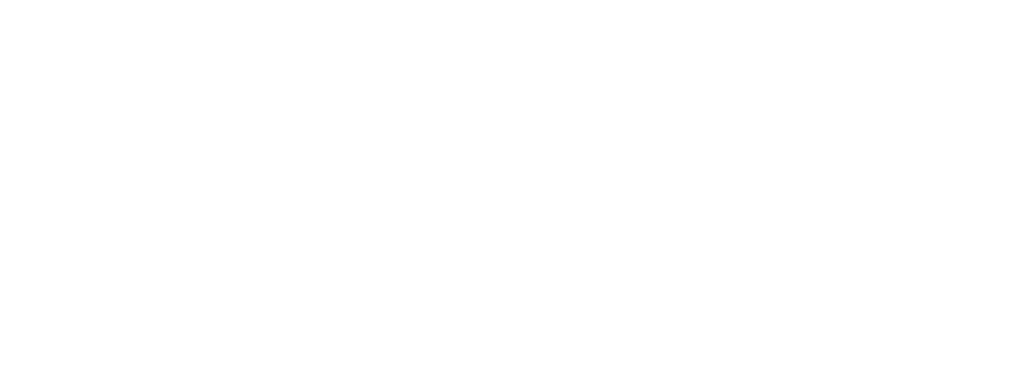
<source format=kicad_pcb>
(kicad_pcb (version 20171130) (host pcbnew "(5.1.4)-1")
  (layers (0 F.Cu signal) (31 B.Cu signal) (34 B.Paste user) (35 F.Paste user) (36 B.SilkS user) (37 F.SilkS user) (38 B.Mask user) (39 F.Mask user) (44 Edge.Cuts user))
  (net 0 "")
  (gr_line (start 36.83 93.0275) (end 46.88 93.0275) (layer Edge.Cuts) (width 0.001))
  (gr_line (start 46.88 202.0399) (end 46.88 84.0275) (layer Edge.Cuts) (width 0.001))
  (gr_line (start 393.4924 202.0399) (end 46.88 202.0399) (layer Edge.Cuts) (width 0.001))
  (gr_line (start 393.4924 135.8898) (end 393.4924 202.0399) (layer Edge.Cuts) (width 0.001))
  (gr_line (start 393.4924 84.0275) (end 393.4924 135.8898) (layer Edge.Cuts) (width 0.001))
  (gr_line (start 393.4924 84.0275) (end 177.3224 84.0275) (layer Edge.Cuts) (width 0.001))
  (gr_line (start 46.88 84.0275) (end 393.4924 84.0275) (layer Edge.Cuts) (width 0.001))
  (gr_line (start 55.88 84.0275) (end 46.88 84.0275) (layer Edge.Cuts) (width 0.001))
  (gr_line (start 177.3224 193.0399) (end 177.3224 202.0399) (layer Edge.Cuts) (width 0.001))
  (gr_line (start 384.4924 135.8898) (end 393.4924 135.8898) (layer Edge.Cuts) (width 0.001))
  (gr_line (start 384.4924 135.8898) (end 384.4924 144.8898) (layer Edge.Cuts) (width 0.001))
  (gr_line (start 384.49235 135.8898) (end 384.4924 135.8898) (layer Edge.Cuts) (width 0.001))
  (gr_line (start 55.88 93.0275) (end 46.88 93.0275) (layer Edge.Cuts) (width 0.001))
  (gr_line (start 55.879999 93.0275) (end 55.88 84.0275) (layer Edge.Cuts) (width 0.001))
  (gr_circle (center 177.32235 193.03985) (end 179.32235 193.03985) (layer Edge.Cuts) (width 0.001))
  (gr_circle (center 67.78625 173.9899) (end 69.78625 173.9899) (layer Edge.Cuts) (width 0.001))
  (gr_circle (center 384.49235 193.03985) (end 386.49235 193.03985) (layer Edge.Cuts) (width 0.001))
  (gr_circle (center 365.442349 193.03985) (end 367.442349 193.03985) (layer Edge.Cuts) (width 0.001))
  (gr_circle (center 346.392349 193.03985) (end 348.392349 193.03985) (layer Edge.Cuts) (width 0.001))
  (gr_circle (center 320.19735 193.03985) (end 322.19735 193.03985) (layer Edge.Cuts) (width 0.001))
  (gr_circle (center 296.38635 193.03985) (end 298.38635 193.03985) (layer Edge.Cuts) (width 0.001))
  (gr_circle (center 272.57235 193.03985) (end 274.57235 193.03985) (layer Edge.Cuts) (width 0.001))
  (gr_circle (center 248.76135 193.03985) (end 250.76135 193.03985) (layer Edge.Cuts) (width 0.001))
  (gr_circle (center 105.88635 193.03985) (end 107.88635 193.03985) (layer Edge.Cuts) (width 0.001))
  (gr_circle (center 82.07235 193.03985) (end 84.07235 193.03985) (layer Edge.Cuts) (width 0.001))
  (gr_circle (center 58.26126 193.03985) (end 60.26126 193.03985) (layer Edge.Cuts) (width 0.001))
  (gr_circle (center 155.892349 173.9899) (end 157.892349 173.9899) (layer Edge.Cuts) (width 0.001))
  (gr_circle (center 136.84255 173.9899) (end 138.84255 173.9899) (layer Edge.Cuts) (width 0.001))
  (gr_circle (center 117.792549 173.9899) (end 119.792549 173.9899) (layer Edge.Cuts) (width 0.001))
  (gr_circle (center 98.74255 173.9899) (end 100.74255 173.9899) (layer Edge.Cuts) (width 0.001))
  (gr_circle (center 384.49235 93.0275) (end 386.49235 93.0275) (layer Edge.Cuts) (width 0.001))
  (gr_circle (center 365.442349 93.0275) (end 367.442349 93.0275) (layer Edge.Cuts) (width 0.001))
  (gr_circle (center 365.442349 173.9899) (end 367.442349 173.9899) (layer Edge.Cuts) (width 0.001))
  (gr_circle (center 305.91035 173.9899) (end 307.91035 173.9899) (layer Edge.Cuts) (width 0.001))
  (gr_circle (center 174.94235 173.9899) (end 176.94235 173.9899) (layer Edge.Cuts) (width 0.001))
  (gr_circle (center 193.99235 173.9899) (end 195.99235 173.9899) (layer Edge.Cuts) (width 0.001))
  (gr_circle (center 213.04235 173.9899) (end 215.04235 173.9899) (layer Edge.Cuts) (width 0.001))
  (gr_circle (center 232.09235 173.9899) (end 234.09235 173.9899) (layer Edge.Cuts) (width 0.001))
  (gr_circle (center 251.14235 173.9899) (end 253.14235 173.9899) (layer Edge.Cuts) (width 0.001))
  (gr_circle (center 270.192349 173.9899) (end 272.192349 173.9899) (layer Edge.Cuts) (width 0.001))
  (gr_circle (center 310.67235 154.939801) (end 312.67235 154.939801) (layer Edge.Cuts) (width 0.001))
  (gr_circle (center 279.71735 154.939801) (end 281.71735 154.939801) (layer Edge.Cuts) (width 0.001))
  (gr_circle (center 260.667349 154.939801) (end 262.667349 154.939801) (layer Edge.Cuts) (width 0.001))
  (gr_circle (center 241.61735 154.939801) (end 243.61735 154.939801) (layer Edge.Cuts) (width 0.001))
  (gr_circle (center 222.56735 154.939801) (end 224.56735 154.939801) (layer Edge.Cuts) (width 0.001))
  (gr_circle (center 203.51735 154.939801) (end 205.51735 154.939801) (layer Edge.Cuts) (width 0.001))
  (gr_circle (center 184.46735 154.939801) (end 186.46735 154.939801) (layer Edge.Cuts) (width 0.001))
  (gr_circle (center 165.417349 154.939801) (end 167.417349 154.939801) (layer Edge.Cuts) (width 0.001))
  (gr_circle (center 146.367549 154.939801) (end 148.367549 154.939801) (layer Edge.Cuts) (width 0.001))
  (gr_circle (center 127.31755 154.939801) (end 129.31755 154.939801) (layer Edge.Cuts) (width 0.001))
  (gr_circle (center 108.267549 154.939801) (end 110.267549 154.939801) (layer Edge.Cuts) (width 0.001))
  (gr_circle (center 89.21755 154.939801) (end 91.21755 154.939801) (layer Edge.Cuts) (width 0.001))
  (gr_circle (center 63.02238 154.939801) (end 65.02238 154.939801) (layer Edge.Cuts) (width 0.001))
  (gr_circle (center 60.64251 135.8898) (end 62.642509 135.8898) (layer Edge.Cuts) (width 0.001))
  (gr_circle (center 84.45505 135.8898) (end 86.45505 135.8898) (layer Edge.Cuts) (width 0.001))
  (gr_circle (center 103.50505 135.8898) (end 105.50505 135.8898) (layer Edge.Cuts) (width 0.001))
  (gr_circle (center 122.55505 135.8898) (end 124.55505 135.8898) (layer Edge.Cuts) (width 0.001))
  (gr_circle (center 141.605049 135.8898) (end 143.605049 135.8898) (layer Edge.Cuts) (width 0.001))
  (gr_circle (center 160.65535 135.8898) (end 162.65535 135.8898) (layer Edge.Cuts) (width 0.001))
  (gr_circle (center 179.70535 135.8898) (end 181.70535 135.8898) (layer Edge.Cuts) (width 0.001))
  (gr_circle (center 198.75535 135.8898) (end 200.75535 135.8898) (layer Edge.Cuts) (width 0.001))
  (gr_circle (center 217.805349 135.8898) (end 219.805349 135.8898) (layer Edge.Cuts) (width 0.001))
  (gr_circle (center 236.85535 135.8898) (end 238.85535 135.8898) (layer Edge.Cuts) (width 0.001))
  (gr_circle (center 255.905349 135.8898) (end 257.905349 135.8898) (layer Edge.Cuts) (width 0.001))
  (gr_circle (center 274.955349 135.8898) (end 276.955349 135.8898) (layer Edge.Cuts) (width 0.001))
  (gr_circle (center 294.005349 135.8898) (end 296.005349 135.8898) (layer Edge.Cuts) (width 0.001))
  (gr_circle (center 384.49235 135.8898) (end 386.49235 135.8898) (layer Edge.Cuts) (width 0.001))
  (gr_circle (center 365.442349 135.8898) (end 367.442349 135.8898) (layer Edge.Cuts) (width 0.001))
  (gr_circle (center 346.392349 135.8898) (end 348.392349 135.8898) (layer Edge.Cuts) (width 0.001))
  (gr_circle (center 317.817349 135.8898) (end 319.817349 135.8898) (layer Edge.Cuts) (width 0.001))
  (gr_circle (center 384.49235 116.8398) (end 386.49235 116.8398) (layer Edge.Cuts) (width 0.001))
  (gr_circle (center 365.442349 116.8398) (end 367.442349 116.8398) (layer Edge.Cuts) (width 0.001))
  (gr_circle (center 346.392349 116.8398) (end 348.392349 116.8398) (layer Edge.Cuts) (width 0.001))
  (gr_circle (center 313.05535 116.8398) (end 315.05535 116.8398) (layer Edge.Cuts) (width 0.001))
  (gr_circle (center 284.480349 116.8398) (end 286.480349 116.8398) (layer Edge.Cuts) (width 0.001))
  (gr_circle (center 265.430349 116.8398) (end 267.430349 116.8398) (layer Edge.Cuts) (width 0.001))
  (gr_circle (center 246.38035 116.8398) (end 248.38035 116.8398) (layer Edge.Cuts) (width 0.001))
  (gr_circle (center 227.33035 116.8398) (end 229.33035 116.8398) (layer Edge.Cuts) (width 0.001))
  (gr_circle (center 208.280349 116.8398) (end 210.280349 116.8398) (layer Edge.Cuts) (width 0.001))
  (gr_circle (center 189.23035 116.8398) (end 191.23035 116.8398) (layer Edge.Cuts) (width 0.001))
  (gr_circle (center 170.17835 116.8398) (end 172.17835 116.8398) (layer Edge.Cuts) (width 0.001))
  (gr_circle (center 151.12865 116.8398) (end 153.12865 116.8398) (layer Edge.Cuts) (width 0.001))
  (gr_circle (center 132.080049 116.8398) (end 134.080049 116.8398) (layer Edge.Cuts) (width 0.001))
  (gr_circle (center 113.03005 116.8398) (end 115.03005 116.8398) (layer Edge.Cuts) (width 0.001))
  (gr_circle (center 93.98005 116.8398) (end 95.98005 116.8398) (layer Edge.Cuts) (width 0.001))
  (gr_circle (center 74.93005 116.8398) (end 76.93005 116.8398) (layer Edge.Cuts) (width 0.001))
  (gr_circle (center 55.88 116.8398) (end 57.88 116.8398) (layer Edge.Cuts) (width 0.001))
  (gr_circle (center 346.392349 93.0275) (end 348.392349 93.0275) (layer Edge.Cuts) (width 0.001))
  (gr_circle (center 322.58035 93.0275) (end 324.58035 93.0275) (layer Edge.Cuts) (width 0.001))
  (gr_circle (center 303.53035 93.0275) (end 305.53035 93.0275) (layer Edge.Cuts) (width 0.001))
  (gr_circle (center 284.480349 93.0275) (end 286.480349 93.0275) (layer Edge.Cuts) (width 0.001))
  (gr_circle (center 265.430349 93.0275) (end 267.430349 93.0275) (layer Edge.Cuts) (width 0.001))
  (gr_circle (center 236.85535 93.0275) (end 238.85535 93.0275) (layer Edge.Cuts) (width 0.001))
  (gr_circle (center 217.805349 93.0275) (end 219.805349 93.0275) (layer Edge.Cuts) (width 0.001))
  (gr_circle (center 198.75535 93.0275) (end 200.75535 93.0275) (layer Edge.Cuts) (width 0.001))
  (gr_circle (center 179.70535 93.0275) (end 181.70535 93.0275) (layer Edge.Cuts) (width 0.001))
  (gr_circle (center 151.12865 93.0275) (end 153.12865 93.0275) (layer Edge.Cuts) (width 0.001))
  (gr_circle (center 132.080049 93.0275) (end 134.080049 93.0275) (layer Edge.Cuts) (width 0.001))
  (gr_circle (center 113.03005 93.0275) (end 115.03005 93.0275) (layer Edge.Cuts) (width 0.001))
  (gr_circle (center 93.98005 93.0275) (end 95.98005 93.0275) (layer Edge.Cuts) (width 0.001))
  (gr_circle (center 55.88 93.0275) (end 57.88 93.0275) (layer Edge.Cuts) (width 0.001))
  (gr_line (start 48.880225 100.0275) (end 62.879775 86.0275) (layer Edge.Cuts) (width 0.001))
  (gr_line (start 62.879775 100.0275) (end 48.880225 100.0275) (layer Edge.Cuts) (width 0.001))
  (gr_line (start 48.880225 86.0275) (end 62.879775 100.0275) (layer Edge.Cuts) (width 0.001))
  (gr_line (start 62.879775 86.0275) (end 48.880225 86.0275) (layer Edge.Cuts) (width 0.001))
  (gr_line (start 62.879775 87.0275) (end 62.879775 86.0275) (layer Edge.Cuts) (width 0.001))
  (gr_line (start 63.680375 87.0275) (end 62.879775 87.0275) (layer Edge.Cuts) (width 0.001))
  (gr_line (start 63.680375 90.1275) (end 63.680375 87.0275) (layer Edge.Cuts) (width 0.001))
  (gr_line (start 62.879775 90.1275) (end 63.680375 90.1275) (layer Edge.Cuts) (width 0.001))
  (gr_line (start 62.879775 95.9275) (end 62.879775 90.1275) (layer Edge.Cuts) (width 0.001))
  (gr_line (start 63.680375 95.9275) (end 62.879775 95.9275) (layer Edge.Cuts) (width 0.001))
  (gr_line (start 63.680375 99.0265) (end 63.680375 95.9275) (layer Edge.Cuts) (width 0.001))
  (gr_line (start 62.879775 99.0265) (end 63.680375 99.0265) (layer Edge.Cuts) (width 0.001))
  (gr_line (start 62.879775 100.0275) (end 62.879775 99.0265) (layer Edge.Cuts) (width 0.001))
  (gr_line (start 48.880225 100.0275) (end 62.879775 100.0275) (layer Edge.Cuts) (width 0.001))
  (gr_line (start 48.880225 99.0265) (end 48.880225 100.0275) (layer Edge.Cuts) (width 0.001))
  (gr_line (start 48.079585 99.0265) (end 48.880225 99.0265) (layer Edge.Cuts) (width 0.001))
  (gr_line (start 48.079585 95.9275) (end 48.079585 99.0265) (layer Edge.Cuts) (width 0.001))
  (gr_line (start 48.880225 95.9275) (end 48.079585 95.9275) (layer Edge.Cuts) (width 0.001))
  (gr_line (start 48.880225 90.1275) (end 48.880225 95.9275) (layer Edge.Cuts) (width 0.001))
  (gr_line (start 48.079585 90.1275) (end 48.880225 90.1275) (layer Edge.Cuts) (width 0.001))
  (gr_line (start 48.079585 87.0275) (end 48.079585 90.1275) (layer Edge.Cuts) (width 0.001))
  (gr_line (start 48.880225 87.0275) (end 48.079585 87.0275) (layer Edge.Cuts) (width 0.001))
  (gr_line (start 48.880225 86.0275) (end 48.880225 87.0275) (layer Edge.Cuts) (width 0.001))
  (gr_line (start 100.979575 86.0275) (end 86.980275 86.0275) (layer Edge.Cuts) (width 0.001))
  (gr_line (start 100.979575 87.0275) (end 100.979575 86.0275) (layer Edge.Cuts) (width 0.001))
  (gr_line (start 101.780375 87.0275) (end 100.979575 87.0275) (layer Edge.Cuts) (width 0.001))
  (gr_line (start 101.780375 90.1275) (end 101.780375 87.0275) (layer Edge.Cuts) (width 0.001))
  (gr_line (start 100.979575 90.1275) (end 101.780375 90.1275) (layer Edge.Cuts) (width 0.001))
  (gr_line (start 100.979575 95.9275) (end 100.979575 90.1275) (layer Edge.Cuts) (width 0.001))
  (gr_line (start 101.780375 95.9275) (end 100.979575 95.9275) (layer Edge.Cuts) (width 0.001))
  (gr_line (start 101.780375 99.0265) (end 101.780375 95.9275) (layer Edge.Cuts) (width 0.001))
  (gr_line (start 100.979575 99.0265) (end 101.780375 99.0265) (layer Edge.Cuts) (width 0.001))
  (gr_line (start 100.979575 100.0275) (end 100.979575 99.0265) (layer Edge.Cuts) (width 0.001))
  (gr_line (start 86.980275 100.0275) (end 100.979575 100.0275) (layer Edge.Cuts) (width 0.001))
  (gr_line (start 86.980275 99.0265) (end 86.980275 100.0275) (layer Edge.Cuts) (width 0.001))
  (gr_line (start 86.179475 99.0265) (end 86.980275 99.0265) (layer Edge.Cuts) (width 0.001))
  (gr_line (start 86.179475 95.9275) (end 86.179475 99.0265) (layer Edge.Cuts) (width 0.001))
  (gr_line (start 86.980275 95.9275) (end 86.179475 95.9275) (layer Edge.Cuts) (width 0.001))
  (gr_line (start 86.980275 90.1275) (end 86.980275 95.9275) (layer Edge.Cuts) (width 0.001))
  (gr_line (start 86.179475 90.1275) (end 86.980275 90.1275) (layer Edge.Cuts) (width 0.001))
  (gr_line (start 86.179475 87.0275) (end 86.179475 90.1275) (layer Edge.Cuts) (width 0.001))
  (gr_line (start 86.980275 87.0275) (end 86.179475 87.0275) (layer Edge.Cuts) (width 0.001))
  (gr_line (start 86.980275 86.0275) (end 86.980275 87.0275) (layer Edge.Cuts) (width 0.001))
  (gr_line (start 120.029575 86.0275) (end 106.030275 86.0275) (layer Edge.Cuts) (width 0.001))
  (gr_line (start 120.029575 87.0275) (end 120.029575 86.0275) (layer Edge.Cuts) (width 0.001))
  (gr_line (start 120.830375 87.0275) (end 120.029575 87.0275) (layer Edge.Cuts) (width 0.001))
  (gr_line (start 120.830375 90.1275) (end 120.830375 87.0275) (layer Edge.Cuts) (width 0.001))
  (gr_line (start 120.029575 90.1275) (end 120.830375 90.1275) (layer Edge.Cuts) (width 0.001))
  (gr_line (start 120.029575 95.9275) (end 120.029575 90.1275) (layer Edge.Cuts) (width 0.001))
  (gr_line (start 120.830375 95.9275) (end 120.029575 95.9275) (layer Edge.Cuts) (width 0.001))
  (gr_line (start 120.830375 99.0265) (end 120.830375 95.9275) (layer Edge.Cuts) (width 0.001))
  (gr_line (start 120.029575 99.0265) (end 120.830375 99.0265) (layer Edge.Cuts) (width 0.001))
  (gr_line (start 120.029575 100.0275) (end 120.029575 99.0265) (layer Edge.Cuts) (width 0.001))
  (gr_line (start 106.030275 100.0275) (end 120.029575 100.0275) (layer Edge.Cuts) (width 0.001))
  (gr_line (start 106.030275 99.0265) (end 106.030275 100.0275) (layer Edge.Cuts) (width 0.001))
  (gr_line (start 105.229475 99.0265) (end 106.030275 99.0265) (layer Edge.Cuts) (width 0.001))
  (gr_line (start 105.229475 95.9275) (end 105.229475 99.0265) (layer Edge.Cuts) (width 0.001))
  (gr_line (start 106.030275 95.9275) (end 105.229475 95.9275) (layer Edge.Cuts) (width 0.001))
  (gr_line (start 106.030275 90.1275) (end 106.030275 95.9275) (layer Edge.Cuts) (width 0.001))
  (gr_line (start 105.229475 90.1275) (end 106.030275 90.1275) (layer Edge.Cuts) (width 0.001))
  (gr_line (start 105.229475 87.0275) (end 105.229475 90.1275) (layer Edge.Cuts) (width 0.001))
  (gr_line (start 106.030275 87.0275) (end 105.229475 87.0275) (layer Edge.Cuts) (width 0.001))
  (gr_line (start 106.030275 86.0275) (end 106.030275 87.0275) (layer Edge.Cuts) (width 0.001))
  (gr_line (start 139.079575 86.0275) (end 125.080275 86.0275) (layer Edge.Cuts) (width 0.001))
  (gr_line (start 139.079575 87.0275) (end 139.079575 86.0275) (layer Edge.Cuts) (width 0.001))
  (gr_line (start 139.878975 87.0275) (end 139.079575 87.0275) (layer Edge.Cuts) (width 0.001))
  (gr_line (start 139.878975 90.1275) (end 139.878975 87.0275) (layer Edge.Cuts) (width 0.001))
  (gr_line (start 139.079575 90.1275) (end 139.878975 90.1275) (layer Edge.Cuts) (width 0.001))
  (gr_line (start 139.079575 95.9275) (end 139.079575 90.1275) (layer Edge.Cuts) (width 0.001))
  (gr_line (start 139.878975 95.9275) (end 139.079575 95.9275) (layer Edge.Cuts) (width 0.001))
  (gr_line (start 139.878975 99.0265) (end 139.878975 95.9275) (layer Edge.Cuts) (width 0.001))
  (gr_line (start 139.079575 99.0265) (end 139.878975 99.0265) (layer Edge.Cuts) (width 0.001))
  (gr_line (start 139.079575 100.0275) (end 139.079575 99.0265) (layer Edge.Cuts) (width 0.001))
  (gr_line (start 125.080275 100.0275) (end 139.079575 100.0275) (layer Edge.Cuts) (width 0.001))
  (gr_line (start 125.080275 99.0265) (end 125.080275 100.0275) (layer Edge.Cuts) (width 0.001))
  (gr_line (start 124.279475 99.0265) (end 125.080275 99.0265) (layer Edge.Cuts) (width 0.001))
  (gr_line (start 124.279475 95.9275) (end 124.279475 99.0265) (layer Edge.Cuts) (width 0.001))
  (gr_line (start 125.080275 95.9275) (end 124.279475 95.9275) (layer Edge.Cuts) (width 0.001))
  (gr_line (start 125.080275 90.1275) (end 125.080275 95.9275) (layer Edge.Cuts) (width 0.001))
  (gr_line (start 124.279475 90.1275) (end 125.080275 90.1275) (layer Edge.Cuts) (width 0.001))
  (gr_line (start 124.279475 87.0275) (end 124.279475 90.1275) (layer Edge.Cuts) (width 0.001))
  (gr_line (start 125.080275 87.0275) (end 124.279475 87.0275) (layer Edge.Cuts) (width 0.001))
  (gr_line (start 125.080275 86.0275) (end 125.080275 87.0275) (layer Edge.Cuts) (width 0.001))
  (gr_line (start 158.129575 86.0275) (end 144.128875 86.0275) (layer Edge.Cuts) (width 0.001))
  (gr_line (start 158.129575 87.0275) (end 158.129575 86.0275) (layer Edge.Cuts) (width 0.001))
  (gr_line (start 158.928575 87.0275) (end 158.129575 87.0275) (layer Edge.Cuts) (width 0.001))
  (gr_line (start 158.928575 90.1275) (end 158.928575 87.0275) (layer Edge.Cuts) (width 0.001))
  (gr_line (start 158.129575 90.1275) (end 158.928575 90.1275) (layer Edge.Cuts) (width 0.001))
  (gr_line (start 158.129575 95.9275) (end 158.129575 90.1275) (layer Edge.Cuts) (width 0.001))
  (gr_line (start 158.928575 95.9275) (end 158.129575 95.9275) (layer Edge.Cuts) (width 0.001))
  (gr_line (start 158.928575 99.0265) (end 158.928575 95.9275) (layer Edge.Cuts) (width 0.001))
  (gr_line (start 158.129575 99.0265) (end 158.928575 99.0265) (layer Edge.Cuts) (width 0.001))
  (gr_line (start 158.129575 100.0275) (end 158.129575 99.0265) (layer Edge.Cuts) (width 0.001))
  (gr_line (start 144.128875 100.0275) (end 158.129575 100.0275) (layer Edge.Cuts) (width 0.001))
  (gr_line (start 144.128875 99.0265) (end 144.128875 100.0275) (layer Edge.Cuts) (width 0.001))
  (gr_line (start 143.329475 99.0265) (end 144.128875 99.0265) (layer Edge.Cuts) (width 0.001))
  (gr_line (start 143.329475 95.9275) (end 143.329475 99.0265) (layer Edge.Cuts) (width 0.001))
  (gr_line (start 144.128875 95.9275) (end 143.329475 95.9275) (layer Edge.Cuts) (width 0.001))
  (gr_line (start 144.128875 90.1275) (end 144.128875 95.9275) (layer Edge.Cuts) (width 0.001))
  (gr_line (start 143.329475 90.1275) (end 144.128875 90.1275) (layer Edge.Cuts) (width 0.001))
  (gr_line (start 143.329475 87.0275) (end 143.329475 90.1275) (layer Edge.Cuts) (width 0.001))
  (gr_line (start 144.128875 87.0275) (end 143.329475 87.0275) (layer Edge.Cuts) (width 0.001))
  (gr_line (start 144.128875 86.0275) (end 144.128875 87.0275) (layer Edge.Cuts) (width 0.001))
  (gr_line (start 186.704575 86.0275) (end 172.705575 86.0275) (layer Edge.Cuts) (width 0.001))
  (gr_line (start 186.704575 87.0275) (end 186.704575 86.0275) (layer Edge.Cuts) (width 0.001))
  (gr_line (start 187.505575 87.0275) (end 186.704575 87.0275) (layer Edge.Cuts) (width 0.001))
  (gr_line (start 187.505575 90.1275) (end 187.505575 87.0275) (layer Edge.Cuts) (width 0.001))
  (gr_line (start 186.704575 90.1275) (end 187.505575 90.1275) (layer Edge.Cuts) (width 0.001))
  (gr_line (start 186.704575 95.9275) (end 186.704575 90.1275) (layer Edge.Cuts) (width 0.001))
  (gr_line (start 187.505575 95.9275) (end 186.704575 95.9275) (layer Edge.Cuts) (width 0.001))
  (gr_line (start 187.505575 99.0265) (end 187.505575 95.9275) (layer Edge.Cuts) (width 0.001))
  (gr_line (start 186.704575 99.0265) (end 187.505575 99.0265) (layer Edge.Cuts) (width 0.001))
  (gr_line (start 186.704575 100.0275) (end 186.704575 99.0265) (layer Edge.Cuts) (width 0.001))
  (gr_line (start 172.705575 100.0275) (end 186.704575 100.0275) (layer Edge.Cuts) (width 0.001))
  (gr_line (start 172.705575 99.0265) (end 172.705575 100.0275) (layer Edge.Cuts) (width 0.001))
  (gr_line (start 171.904575 99.0265) (end 172.705575 99.0265) (layer Edge.Cuts) (width 0.001))
  (gr_line (start 171.904575 95.9275) (end 171.904575 99.0265) (layer Edge.Cuts) (width 0.001))
  (gr_line (start 172.705575 95.9275) (end 171.904575 95.9275) (layer Edge.Cuts) (width 0.001))
  (gr_line (start 172.705575 90.1275) (end 172.705575 95.9275) (layer Edge.Cuts) (width 0.001))
  (gr_line (start 171.904575 90.1275) (end 172.705575 90.1275) (layer Edge.Cuts) (width 0.001))
  (gr_line (start 171.904575 87.0275) (end 171.904575 90.1275) (layer Edge.Cuts) (width 0.001))
  (gr_line (start 172.705575 87.0275) (end 171.904575 87.0275) (layer Edge.Cuts) (width 0.001))
  (gr_line (start 172.705575 86.0275) (end 172.705575 87.0275) (layer Edge.Cuts) (width 0.001))
  (gr_line (start 205.754575 86.0275) (end 191.755575 86.0275) (layer Edge.Cuts) (width 0.001))
  (gr_line (start 205.754575 87.0275) (end 205.754575 86.0275) (layer Edge.Cuts) (width 0.001))
  (gr_line (start 206.555574 87.0275) (end 205.754575 87.0275) (layer Edge.Cuts) (width 0.001))
  (gr_line (start 206.555574 90.1275) (end 206.555574 87.0275) (layer Edge.Cuts) (width 0.001))
  (gr_line (start 205.754575 90.1275) (end 206.555574 90.1275) (layer Edge.Cuts) (width 0.001))
  (gr_line (start 205.754575 95.9275) (end 205.754575 90.1275) (layer Edge.Cuts) (width 0.001))
  (gr_line (start 206.555574 95.9275) (end 205.754575 95.9275) (layer Edge.Cuts) (width 0.001))
  (gr_line (start 206.555574 99.0265) (end 206.555574 95.9275) (layer Edge.Cuts) (width 0.001))
  (gr_line (start 205.754575 99.0265) (end 206.555574 99.0265) (layer Edge.Cuts) (width 0.001))
  (gr_line (start 205.754575 100.0275) (end 205.754575 99.0265) (layer Edge.Cuts) (width 0.001))
  (gr_line (start 191.755575 100.0275) (end 205.754575 100.0275) (layer Edge.Cuts) (width 0.001))
  (gr_line (start 191.755575 99.0265) (end 191.755575 100.0275) (layer Edge.Cuts) (width 0.001))
  (gr_line (start 190.954575 99.0265) (end 191.755575 99.0265) (layer Edge.Cuts) (width 0.001))
  (gr_line (start 190.954575 95.9275) (end 190.954575 99.0265) (layer Edge.Cuts) (width 0.001))
  (gr_line (start 191.755575 95.9275) (end 190.954575 95.9275) (layer Edge.Cuts) (width 0.001))
  (gr_line (start 191.755575 90.1275) (end 191.755575 95.9275) (layer Edge.Cuts) (width 0.001))
  (gr_line (start 190.954575 90.1275) (end 191.755575 90.1275) (layer Edge.Cuts) (width 0.001))
  (gr_line (start 190.954575 87.0275) (end 190.954575 90.1275) (layer Edge.Cuts) (width 0.001))
  (gr_line (start 191.755575 87.0275) (end 190.954575 87.0275) (layer Edge.Cuts) (width 0.001))
  (gr_line (start 191.755575 86.0275) (end 191.755575 87.0275) (layer Edge.Cuts) (width 0.001))
  (gr_line (start 224.804574 86.0275) (end 210.805574 86.0275) (layer Edge.Cuts) (width 0.001))
  (gr_line (start 224.804574 87.0275) (end 224.804574 86.0275) (layer Edge.Cuts) (width 0.001))
  (gr_line (start 225.605575 87.0275) (end 224.804574 87.0275) (layer Edge.Cuts) (width 0.001))
  (gr_line (start 225.605575 90.1275) (end 225.605575 87.0275) (layer Edge.Cuts) (width 0.001))
  (gr_line (start 224.804574 90.1275) (end 225.605575 90.1275) (layer Edge.Cuts) (width 0.001))
  (gr_line (start 224.804574 95.9275) (end 224.804574 90.1275) (layer Edge.Cuts) (width 0.001))
  (gr_line (start 225.605575 95.9275) (end 224.804574 95.9275) (layer Edge.Cuts) (width 0.001))
  (gr_line (start 225.605575 99.0265) (end 225.605575 95.9275) (layer Edge.Cuts) (width 0.001))
  (gr_line (start 224.804574 99.0265) (end 225.605575 99.0265) (layer Edge.Cuts) (width 0.001))
  (gr_line (start 224.804574 100.0275) (end 224.804574 99.0265) (layer Edge.Cuts) (width 0.001))
  (gr_line (start 210.805574 100.0275) (end 224.804574 100.0275) (layer Edge.Cuts) (width 0.001))
  (gr_line (start 210.805574 99.0265) (end 210.805574 100.0275) (layer Edge.Cuts) (width 0.001))
  (gr_line (start 210.004575 99.0265) (end 210.805574 99.0265) (layer Edge.Cuts) (width 0.001))
  (gr_line (start 210.004575 95.9275) (end 210.004575 99.0265) (layer Edge.Cuts) (width 0.001))
  (gr_line (start 210.805574 95.9275) (end 210.004575 95.9275) (layer Edge.Cuts) (width 0.001))
  (gr_line (start 210.805574 90.1275) (end 210.805574 95.9275) (layer Edge.Cuts) (width 0.001))
  (gr_line (start 210.004575 90.1275) (end 210.805574 90.1275) (layer Edge.Cuts) (width 0.001))
  (gr_line (start 210.004575 87.0275) (end 210.004575 90.1275) (layer Edge.Cuts) (width 0.001))
  (gr_line (start 210.805574 87.0275) (end 210.004575 87.0275) (layer Edge.Cuts) (width 0.001))
  (gr_line (start 210.805574 86.0275) (end 210.805574 87.0275) (layer Edge.Cuts) (width 0.001))
  (gr_line (start 243.854575 86.0275) (end 229.855575 86.0275) (layer Edge.Cuts) (width 0.001))
  (gr_line (start 243.854575 87.0275) (end 243.854575 86.0275) (layer Edge.Cuts) (width 0.001))
  (gr_line (start 244.655574 87.0275) (end 243.854575 87.0275) (layer Edge.Cuts) (width 0.001))
  (gr_line (start 244.655574 90.1275) (end 244.655574 87.0275) (layer Edge.Cuts) (width 0.001))
  (gr_line (start 243.854575 90.1275) (end 244.655574 90.1275) (layer Edge.Cuts) (width 0.001))
  (gr_line (start 243.854575 95.9275) (end 243.854575 90.1275) (layer Edge.Cuts) (width 0.001))
  (gr_line (start 244.655574 95.9275) (end 243.854575 95.9275) (layer Edge.Cuts) (width 0.001))
  (gr_line (start 244.655574 99.0265) (end 244.655574 95.9275) (layer Edge.Cuts) (width 0.001))
  (gr_line (start 243.854575 99.0265) (end 244.655574 99.0265) (layer Edge.Cuts) (width 0.001))
  (gr_line (start 243.854575 100.0275) (end 243.854575 99.0265) (layer Edge.Cuts) (width 0.001))
  (gr_line (start 229.855575 100.0275) (end 243.854575 100.0275) (layer Edge.Cuts) (width 0.001))
  (gr_line (start 229.855575 99.0265) (end 229.855575 100.0275) (layer Edge.Cuts) (width 0.001))
  (gr_line (start 229.054574 99.0265) (end 229.855575 99.0265) (layer Edge.Cuts) (width 0.001))
  (gr_line (start 229.054574 95.9275) (end 229.054574 99.0265) (layer Edge.Cuts) (width 0.001))
  (gr_line (start 229.855575 95.9275) (end 229.054574 95.9275) (layer Edge.Cuts) (width 0.001))
  (gr_line (start 229.855575 90.1275) (end 229.855575 95.9275) (layer Edge.Cuts) (width 0.001))
  (gr_line (start 229.054574 90.1275) (end 229.855575 90.1275) (layer Edge.Cuts) (width 0.001))
  (gr_line (start 229.054574 87.0275) (end 229.054574 90.1275) (layer Edge.Cuts) (width 0.001))
  (gr_line (start 229.855575 87.0275) (end 229.054574 87.0275) (layer Edge.Cuts) (width 0.001))
  (gr_line (start 229.855575 86.0275) (end 229.855575 87.0275) (layer Edge.Cuts) (width 0.001))
  (gr_line (start 272.429575 86.0275) (end 258.430574 86.0275) (layer Edge.Cuts) (width 0.001))
  (gr_line (start 272.429575 87.0275) (end 272.429575 86.0275) (layer Edge.Cuts) (width 0.001))
  (gr_line (start 273.230575 87.0275) (end 272.429575 87.0275) (layer Edge.Cuts) (width 0.001))
  (gr_line (start 273.230575 90.1275) (end 273.230575 87.0275) (layer Edge.Cuts) (width 0.001))
  (gr_line (start 272.429575 90.1275) (end 273.230575 90.1275) (layer Edge.Cuts) (width 0.001))
  (gr_line (start 272.429575 95.9275) (end 272.429575 90.1275) (layer Edge.Cuts) (width 0.001))
  (gr_line (start 273.230575 95.9275) (end 272.429575 95.9275) (layer Edge.Cuts) (width 0.001))
  (gr_line (start 273.230575 99.0265) (end 273.230575 95.9275) (layer Edge.Cuts) (width 0.001))
  (gr_line (start 272.429575 99.0265) (end 273.230575 99.0265) (layer Edge.Cuts) (width 0.001))
  (gr_line (start 272.429575 100.0275) (end 272.429575 99.0265) (layer Edge.Cuts) (width 0.001))
  (gr_line (start 258.430574 100.0275) (end 272.429575 100.0275) (layer Edge.Cuts) (width 0.001))
  (gr_line (start 258.430574 99.0265) (end 258.430574 100.0275) (layer Edge.Cuts) (width 0.001))
  (gr_line (start 257.629575 99.0265) (end 258.430574 99.0265) (layer Edge.Cuts) (width 0.001))
  (gr_line (start 257.629575 95.9275) (end 257.629575 99.0265) (layer Edge.Cuts) (width 0.001))
  (gr_line (start 258.430574 95.9275) (end 257.629575 95.9275) (layer Edge.Cuts) (width 0.001))
  (gr_line (start 258.430574 90.1275) (end 258.430574 95.9275) (layer Edge.Cuts) (width 0.001))
  (gr_line (start 257.629575 90.1275) (end 258.430574 90.1275) (layer Edge.Cuts) (width 0.001))
  (gr_line (start 257.629575 87.0275) (end 257.629575 90.1275) (layer Edge.Cuts) (width 0.001))
  (gr_line (start 258.430574 87.0275) (end 257.629575 87.0275) (layer Edge.Cuts) (width 0.001))
  (gr_line (start 258.430574 86.0275) (end 258.430574 87.0275) (layer Edge.Cuts) (width 0.001))
  (gr_line (start 291.479575 86.0275) (end 277.480575 86.0275) (layer Edge.Cuts) (width 0.001))
  (gr_line (start 291.479575 87.0275) (end 291.479575 86.0275) (layer Edge.Cuts) (width 0.001))
  (gr_line (start 292.280574 87.0275) (end 291.479575 87.0275) (layer Edge.Cuts) (width 0.001))
  (gr_line (start 292.280574 90.1275) (end 292.280574 87.0275) (layer Edge.Cuts) (width 0.001))
  (gr_line (start 291.479575 90.1275) (end 292.280574 90.1275) (layer Edge.Cuts) (width 0.001))
  (gr_line (start 291.479575 95.9275) (end 291.479575 90.1275) (layer Edge.Cuts) (width 0.001))
  (gr_line (start 292.280574 95.9275) (end 291.479575 95.9275) (layer Edge.Cuts) (width 0.001))
  (gr_line (start 292.280574 99.0265) (end 292.280574 95.9275) (layer Edge.Cuts) (width 0.001))
  (gr_line (start 291.479575 99.0265) (end 292.280574 99.0265) (layer Edge.Cuts) (width 0.001))
  (gr_line (start 291.479575 100.0275) (end 291.479575 99.0265) (layer Edge.Cuts) (width 0.001))
  (gr_line (start 277.480575 100.0275) (end 291.479575 100.0275) (layer Edge.Cuts) (width 0.001))
  (gr_line (start 277.480575 99.0265) (end 277.480575 100.0275) (layer Edge.Cuts) (width 0.001))
  (gr_line (start 276.679575 99.0265) (end 277.480575 99.0265) (layer Edge.Cuts) (width 0.001))
  (gr_line (start 276.679575 95.9275) (end 276.679575 99.0265) (layer Edge.Cuts) (width 0.001))
  (gr_line (start 277.480575 95.9275) (end 276.679575 95.9275) (layer Edge.Cuts) (width 0.001))
  (gr_line (start 277.480575 90.1275) (end 277.480575 95.9275) (layer Edge.Cuts) (width 0.001))
  (gr_line (start 276.679575 90.1275) (end 277.480575 90.1275) (layer Edge.Cuts) (width 0.001))
  (gr_line (start 276.679575 87.0275) (end 276.679575 90.1275) (layer Edge.Cuts) (width 0.001))
  (gr_line (start 277.480575 87.0275) (end 276.679575 87.0275) (layer Edge.Cuts) (width 0.001))
  (gr_line (start 277.480575 86.0275) (end 277.480575 87.0275) (layer Edge.Cuts) (width 0.001))
  (gr_line (start 310.529575 86.0275) (end 296.530575 86.0275) (layer Edge.Cuts) (width 0.001))
  (gr_line (start 310.529575 87.0275) (end 310.529575 86.0275) (layer Edge.Cuts) (width 0.001))
  (gr_line (start 311.330575 87.0275) (end 310.529575 87.0275) (layer Edge.Cuts) (width 0.001))
  (gr_line (start 311.330575 90.1275) (end 311.330575 87.0275) (layer Edge.Cuts) (width 0.001))
  (gr_line (start 310.529575 90.1275) (end 311.330575 90.1275) (layer Edge.Cuts) (width 0.001))
  (gr_line (start 310.529575 95.9275) (end 310.529575 90.1275) (layer Edge.Cuts) (width 0.001))
  (gr_line (start 311.330575 95.9275) (end 310.529575 95.9275) (layer Edge.Cuts) (width 0.001))
  (gr_line (start 311.330575 99.0265) (end 311.330575 95.9275) (layer Edge.Cuts) (width 0.001))
  (gr_line (start 310.529575 99.0265) (end 311.330575 99.0265) (layer Edge.Cuts) (width 0.001))
  (gr_line (start 310.529575 100.0275) (end 310.529575 99.0265) (layer Edge.Cuts) (width 0.001))
  (gr_line (start 296.530575 100.0275) (end 310.529575 100.0275) (layer Edge.Cuts) (width 0.001))
  (gr_line (start 296.530575 99.0265) (end 296.530575 100.0275) (layer Edge.Cuts) (width 0.001))
  (gr_line (start 295.729575 99.0265) (end 296.530575 99.0265) (layer Edge.Cuts) (width 0.001))
  (gr_line (start 295.729575 95.9275) (end 295.729575 99.0265) (layer Edge.Cuts) (width 0.001))
  (gr_line (start 296.530575 95.9275) (end 295.729575 95.9275) (layer Edge.Cuts) (width 0.001))
  (gr_line (start 296.530575 90.1275) (end 296.530575 95.9275) (layer Edge.Cuts) (width 0.001))
  (gr_line (start 295.729575 90.1275) (end 296.530575 90.1275) (layer Edge.Cuts) (width 0.001))
  (gr_line (start 295.729575 87.0275) (end 295.729575 90.1275) (layer Edge.Cuts) (width 0.001))
  (gr_line (start 296.530575 87.0275) (end 295.729575 87.0275) (layer Edge.Cuts) (width 0.001))
  (gr_line (start 296.530575 86.0275) (end 296.530575 87.0275) (layer Edge.Cuts) (width 0.001))
  (gr_line (start 329.579575 86.0275) (end 315.580575 86.0275) (layer Edge.Cuts) (width 0.001))
  (gr_line (start 329.579575 87.0275) (end 329.579575 86.0275) (layer Edge.Cuts) (width 0.001))
  (gr_line (start 330.380575 87.0275) (end 329.579575 87.0275) (layer Edge.Cuts) (width 0.001))
  (gr_line (start 330.380575 90.1275) (end 330.380575 87.0275) (layer Edge.Cuts) (width 0.001))
  (gr_line (start 329.579575 90.1275) (end 330.380575 90.1275) (layer Edge.Cuts) (width 0.001))
  (gr_line (start 329.579575 95.9275) (end 329.579575 90.1275) (layer Edge.Cuts) (width 0.001))
  (gr_line (start 330.380575 95.9275) (end 329.579575 95.9275) (layer Edge.Cuts) (width 0.001))
  (gr_line (start 330.380575 99.0265) (end 330.380575 95.9275) (layer Edge.Cuts) (width 0.001))
  (gr_line (start 329.579575 99.0265) (end 330.380575 99.0265) (layer Edge.Cuts) (width 0.001))
  (gr_line (start 329.579575 100.0275) (end 329.579575 99.0265) (layer Edge.Cuts) (width 0.001))
  (gr_line (start 315.580575 100.0275) (end 329.579575 100.0275) (layer Edge.Cuts) (width 0.001))
  (gr_line (start 315.580575 99.0265) (end 315.580575 100.0275) (layer Edge.Cuts) (width 0.001))
  (gr_line (start 314.779575 99.0265) (end 315.580575 99.0265) (layer Edge.Cuts) (width 0.001))
  (gr_line (start 314.779575 95.9275) (end 314.779575 99.0265) (layer Edge.Cuts) (width 0.001))
  (gr_line (start 315.580575 95.9275) (end 314.779575 95.9275) (layer Edge.Cuts) (width 0.001))
  (gr_line (start 315.580575 90.1275) (end 315.580575 95.9275) (layer Edge.Cuts) (width 0.001))
  (gr_line (start 314.779575 90.1275) (end 315.580575 90.1275) (layer Edge.Cuts) (width 0.001))
  (gr_line (start 314.779575 87.0275) (end 314.779575 90.1275) (layer Edge.Cuts) (width 0.001))
  (gr_line (start 315.580575 87.0275) (end 314.779575 87.0275) (layer Edge.Cuts) (width 0.001))
  (gr_line (start 315.580575 86.0275) (end 315.580575 87.0275) (layer Edge.Cuts) (width 0.001))
  (gr_line (start 353.392574 86.0275) (end 339.392574 86.0275) (layer Edge.Cuts) (width 0.001))
  (gr_line (start 353.392574 87.0275) (end 353.392574 86.0275) (layer Edge.Cuts) (width 0.001))
  (gr_line (start 354.191575 87.0275) (end 353.392574 87.0275) (layer Edge.Cuts) (width 0.001))
  (gr_line (start 354.191575 90.1275) (end 354.191575 87.0275) (layer Edge.Cuts) (width 0.001))
  (gr_line (start 353.392574 90.1275) (end 354.191575 90.1275) (layer Edge.Cuts) (width 0.001))
  (gr_line (start 353.392574 95.9275) (end 353.392574 90.1275) (layer Edge.Cuts) (width 0.001))
  (gr_line (start 354.191575 95.9275) (end 353.392574 95.9275) (layer Edge.Cuts) (width 0.001))
  (gr_line (start 354.191575 99.0265) (end 354.191575 95.9275) (layer Edge.Cuts) (width 0.001))
  (gr_line (start 353.392574 99.0265) (end 354.191575 99.0265) (layer Edge.Cuts) (width 0.001))
  (gr_line (start 353.392574 100.0275) (end 353.392574 99.0265) (layer Edge.Cuts) (width 0.001))
  (gr_line (start 339.392574 100.0275) (end 353.392574 100.0275) (layer Edge.Cuts) (width 0.001))
  (gr_line (start 339.392574 99.0265) (end 339.392574 100.0275) (layer Edge.Cuts) (width 0.001))
  (gr_line (start 338.591575 99.0265) (end 339.392574 99.0265) (layer Edge.Cuts) (width 0.001))
  (gr_line (start 338.591575 95.9275) (end 338.591575 99.0265) (layer Edge.Cuts) (width 0.001))
  (gr_line (start 339.392574 95.9275) (end 338.591575 95.9275) (layer Edge.Cuts) (width 0.001))
  (gr_line (start 339.392574 90.1275) (end 339.392574 95.9275) (layer Edge.Cuts) (width 0.001))
  (gr_line (start 338.591575 90.1275) (end 339.392574 90.1275) (layer Edge.Cuts) (width 0.001))
  (gr_line (start 338.591575 87.0275) (end 338.591575 90.1275) (layer Edge.Cuts) (width 0.001))
  (gr_line (start 339.392574 87.0275) (end 338.591575 87.0275) (layer Edge.Cuts) (width 0.001))
  (gr_line (start 339.392574 86.0275) (end 339.392574 87.0275) (layer Edge.Cuts) (width 0.001))
  (gr_line (start 372.442575 86.0275) (end 358.442575 86.0275) (layer Edge.Cuts) (width 0.001))
  (gr_line (start 372.442575 87.0275) (end 372.442575 86.0275) (layer Edge.Cuts) (width 0.001))
  (gr_line (start 373.241575 87.0275) (end 372.442575 87.0275) (layer Edge.Cuts) (width 0.001))
  (gr_line (start 373.241575 90.1275) (end 373.241575 87.0275) (layer Edge.Cuts) (width 0.001))
  (gr_line (start 372.442575 90.1275) (end 373.241575 90.1275) (layer Edge.Cuts) (width 0.001))
  (gr_line (start 372.442575 95.9275) (end 372.442575 90.1275) (layer Edge.Cuts) (width 0.001))
  (gr_line (start 373.241575 95.9275) (end 372.442575 95.9275) (layer Edge.Cuts) (width 0.001))
  (gr_line (start 373.241575 99.0265) (end 373.241575 95.9275) (layer Edge.Cuts) (width 0.001))
  (gr_line (start 372.442575 99.0265) (end 373.241575 99.0265) (layer Edge.Cuts) (width 0.001))
  (gr_line (start 372.442575 100.0275) (end 372.442575 99.0265) (layer Edge.Cuts) (width 0.001))
  (gr_line (start 358.442575 100.0275) (end 372.442575 100.0275) (layer Edge.Cuts) (width 0.001))
  (gr_line (start 358.442575 99.0265) (end 358.442575 100.0275) (layer Edge.Cuts) (width 0.001))
  (gr_line (start 357.641575 99.0265) (end 358.442575 99.0265) (layer Edge.Cuts) (width 0.001))
  (gr_line (start 357.641575 95.9275) (end 357.641575 99.0265) (layer Edge.Cuts) (width 0.001))
  (gr_line (start 358.442575 95.9275) (end 357.641575 95.9275) (layer Edge.Cuts) (width 0.001))
  (gr_line (start 358.442575 90.1275) (end 358.442575 95.9275) (layer Edge.Cuts) (width 0.001))
  (gr_line (start 357.641575 90.1275) (end 358.442575 90.1275) (layer Edge.Cuts) (width 0.001))
  (gr_line (start 357.641575 87.0275) (end 357.641575 90.1275) (layer Edge.Cuts) (width 0.001))
  (gr_line (start 358.442575 87.0275) (end 357.641575 87.0275) (layer Edge.Cuts) (width 0.001))
  (gr_line (start 358.442575 86.0275) (end 358.442575 87.0275) (layer Edge.Cuts) (width 0.001))
  (gr_line (start 391.492575 86.0275) (end 377.492575 86.0275) (layer Edge.Cuts) (width 0.001))
  (gr_line (start 391.492575 87.0275) (end 391.492575 86.0275) (layer Edge.Cuts) (width 0.001))
  (gr_line (start 392.291575 87.0275) (end 391.492575 87.0275) (layer Edge.Cuts) (width 0.001))
  (gr_line (start 392.291575 90.1275) (end 392.291575 87.0275) (layer Edge.Cuts) (width 0.001))
  (gr_line (start 391.492575 90.1275) (end 392.291575 90.1275) (layer Edge.Cuts) (width 0.001))
  (gr_line (start 391.492575 95.9275) (end 391.492575 90.1275) (layer Edge.Cuts) (width 0.001))
  (gr_line (start 392.291575 95.9275) (end 391.492575 95.9275) (layer Edge.Cuts) (width 0.001))
  (gr_line (start 392.291575 99.0265) (end 392.291575 95.9275) (layer Edge.Cuts) (width 0.001))
  (gr_line (start 391.492575 99.0265) (end 392.291575 99.0265) (layer Edge.Cuts) (width 0.001))
  (gr_line (start 391.492575 100.0275) (end 391.492575 99.0265) (layer Edge.Cuts) (width 0.001))
  (gr_line (start 377.492575 100.0275) (end 391.492575 100.0275) (layer Edge.Cuts) (width 0.001))
  (gr_line (start 377.492575 99.0265) (end 377.492575 100.0275) (layer Edge.Cuts) (width 0.001))
  (gr_line (start 376.691575 99.0265) (end 377.492575 99.0265) (layer Edge.Cuts) (width 0.001))
  (gr_line (start 376.691575 95.9275) (end 376.691575 99.0265) (layer Edge.Cuts) (width 0.001))
  (gr_line (start 377.492575 95.9275) (end 376.691575 95.9275) (layer Edge.Cuts) (width 0.001))
  (gr_line (start 377.492575 90.1275) (end 377.492575 95.9275) (layer Edge.Cuts) (width 0.001))
  (gr_line (start 376.691575 90.1275) (end 377.492575 90.1275) (layer Edge.Cuts) (width 0.001))
  (gr_line (start 376.691575 87.0275) (end 376.691575 90.1275) (layer Edge.Cuts) (width 0.001))
  (gr_line (start 377.492575 87.0275) (end 376.691575 87.0275) (layer Edge.Cuts) (width 0.001))
  (gr_line (start 377.492575 86.0275) (end 377.492575 87.0275) (layer Edge.Cuts) (width 0.001))
  (gr_line (start 62.879775 109.8391) (end 48.880225 109.8391) (layer Edge.Cuts) (width 0.001))
  (gr_line (start 62.879775 110.8395) (end 62.879775 109.8391) (layer Edge.Cuts) (width 0.001))
  (gr_line (start 63.680375 110.8395) (end 62.879775 110.8395) (layer Edge.Cuts) (width 0.001))
  (gr_line (start 63.680375 113.938701) (end 63.680375 110.8395) (layer Edge.Cuts) (width 0.001))
  (gr_line (start 62.879775 113.938701) (end 63.680375 113.938701) (layer Edge.Cuts) (width 0.001))
  (gr_line (start 62.879775 119.738701) (end 62.879775 113.938701) (layer Edge.Cuts) (width 0.001))
  (gr_line (start 63.680375 119.738701) (end 62.879775 119.738701) (layer Edge.Cuts) (width 0.001))
  (gr_line (start 63.680375 122.8393) (end 63.680375 119.738701) (layer Edge.Cuts) (width 0.001))
  (gr_line (start 62.879775 122.8393) (end 63.680375 122.8393) (layer Edge.Cuts) (width 0.001))
  (gr_line (start 62.879775 123.8398) (end 62.879775 122.8393) (layer Edge.Cuts) (width 0.001))
  (gr_line (start 48.880225 123.8398) (end 62.879775 123.8398) (layer Edge.Cuts) (width 0.001))
  (gr_line (start 48.880225 122.8393) (end 48.880225 123.8398) (layer Edge.Cuts) (width 0.001))
  (gr_line (start 48.079585 122.8393) (end 48.880225 122.8393) (layer Edge.Cuts) (width 0.001))
  (gr_line (start 48.079585 119.738701) (end 48.079585 122.8393) (layer Edge.Cuts) (width 0.001))
  (gr_line (start 48.880225 119.738701) (end 48.079585 119.738701) (layer Edge.Cuts) (width 0.001))
  (gr_line (start 48.880225 113.938701) (end 48.880225 119.738701) (layer Edge.Cuts) (width 0.001))
  (gr_line (start 48.079585 113.938701) (end 48.880225 113.938701) (layer Edge.Cuts) (width 0.001))
  (gr_line (start 48.079585 110.8395) (end 48.079585 113.938701) (layer Edge.Cuts) (width 0.001))
  (gr_line (start 48.880225 110.8395) (end 48.079585 110.8395) (layer Edge.Cuts) (width 0.001))
  (gr_line (start 48.880225 109.8391) (end 48.880225 110.8395) (layer Edge.Cuts) (width 0.001))
  (gr_line (start 81.929575 109.8391) (end 67.930275 109.8391) (layer Edge.Cuts) (width 0.001))
  (gr_line (start 81.929575 110.8395) (end 81.929575 109.8391) (layer Edge.Cuts) (width 0.001))
  (gr_line (start 82.730375 110.8395) (end 81.929575 110.8395) (layer Edge.Cuts) (width 0.001))
  (gr_line (start 82.730375 113.938701) (end 82.730375 110.8395) (layer Edge.Cuts) (width 0.001))
  (gr_line (start 81.929575 113.938701) (end 82.730375 113.938701) (layer Edge.Cuts) (width 0.001))
  (gr_line (start 81.929575 119.738701) (end 81.929575 113.938701) (layer Edge.Cuts) (width 0.001))
  (gr_line (start 82.730375 119.738701) (end 81.929575 119.738701) (layer Edge.Cuts) (width 0.001))
  (gr_line (start 82.730375 122.8393) (end 82.730375 119.738701) (layer Edge.Cuts) (width 0.001))
  (gr_line (start 81.929575 122.8393) (end 82.730375 122.8393) (layer Edge.Cuts) (width 0.001))
  (gr_line (start 81.929575 123.8398) (end 81.929575 122.8393) (layer Edge.Cuts) (width 0.001))
  (gr_line (start 67.930275 123.8398) (end 81.929575 123.8398) (layer Edge.Cuts) (width 0.001))
  (gr_line (start 67.930275 122.8393) (end 67.930275 123.8398) (layer Edge.Cuts) (width 0.001))
  (gr_line (start 67.129575 122.8393) (end 67.930275 122.8393) (layer Edge.Cuts) (width 0.001))
  (gr_line (start 67.129575 119.738701) (end 67.129575 122.8393) (layer Edge.Cuts) (width 0.001))
  (gr_line (start 67.930275 119.738701) (end 67.129575 119.738701) (layer Edge.Cuts) (width 0.001))
  (gr_line (start 67.930275 113.938701) (end 67.930275 119.738701) (layer Edge.Cuts) (width 0.001))
  (gr_line (start 67.129575 113.938701) (end 67.930275 113.938701) (layer Edge.Cuts) (width 0.001))
  (gr_line (start 67.129575 110.8395) (end 67.129575 113.938701) (layer Edge.Cuts) (width 0.001))
  (gr_line (start 67.930275 110.8395) (end 67.129575 110.8395) (layer Edge.Cuts) (width 0.001))
  (gr_line (start 67.930275 109.8391) (end 67.930275 110.8395) (layer Edge.Cuts) (width 0.001))
  (gr_line (start 100.979575 109.8391) (end 86.980275 109.8391) (layer Edge.Cuts) (width 0.001))
  (gr_line (start 100.979575 110.8395) (end 100.979575 109.8391) (layer Edge.Cuts) (width 0.001))
  (gr_line (start 101.780375 110.8395) (end 100.979575 110.8395) (layer Edge.Cuts) (width 0.001))
  (gr_line (start 101.780375 113.938701) (end 101.780375 110.8395) (layer Edge.Cuts) (width 0.001))
  (gr_line (start 100.979575 113.938701) (end 101.780375 113.938701) (layer Edge.Cuts) (width 0.001))
  (gr_line (start 100.979575 119.738701) (end 100.979575 113.938701) (layer Edge.Cuts) (width 0.001))
  (gr_line (start 101.780375 119.738701) (end 100.979575 119.738701) (layer Edge.Cuts) (width 0.001))
  (gr_line (start 101.780375 122.8393) (end 101.780375 119.738701) (layer Edge.Cuts) (width 0.001))
  (gr_line (start 100.979575 122.8393) (end 101.780375 122.8393) (layer Edge.Cuts) (width 0.001))
  (gr_line (start 100.979575 123.8398) (end 100.979575 122.8393) (layer Edge.Cuts) (width 0.001))
  (gr_line (start 86.980275 123.8398) (end 100.979575 123.8398) (layer Edge.Cuts) (width 0.001))
  (gr_line (start 86.980275 122.8393) (end 86.980275 123.8398) (layer Edge.Cuts) (width 0.001))
  (gr_line (start 86.179475 122.8393) (end 86.980275 122.8393) (layer Edge.Cuts) (width 0.001))
  (gr_line (start 86.179475 119.738701) (end 86.179475 122.8393) (layer Edge.Cuts) (width 0.001))
  (gr_line (start 86.980275 119.738701) (end 86.179475 119.738701) (layer Edge.Cuts) (width 0.001))
  (gr_line (start 86.980275 113.938701) (end 86.980275 119.738701) (layer Edge.Cuts) (width 0.001))
  (gr_line (start 86.179475 113.938701) (end 86.980275 113.938701) (layer Edge.Cuts) (width 0.001))
  (gr_line (start 86.179475 110.8395) (end 86.179475 113.938701) (layer Edge.Cuts) (width 0.001))
  (gr_line (start 86.980275 110.8395) (end 86.179475 110.8395) (layer Edge.Cuts) (width 0.001))
  (gr_line (start 86.980275 109.8391) (end 86.980275 110.8395) (layer Edge.Cuts) (width 0.001))
  (gr_line (start 120.029575 109.8391) (end 106.030275 109.8391) (layer Edge.Cuts) (width 0.001))
  (gr_line (start 120.029575 110.8395) (end 120.029575 109.8391) (layer Edge.Cuts) (width 0.001))
  (gr_line (start 120.830375 110.8395) (end 120.029575 110.8395) (layer Edge.Cuts) (width 0.001))
  (gr_line (start 120.830375 113.938701) (end 120.830375 110.8395) (layer Edge.Cuts) (width 0.001))
  (gr_line (start 120.029575 113.938701) (end 120.830375 113.938701) (layer Edge.Cuts) (width 0.001))
  (gr_line (start 120.029575 119.738701) (end 120.029575 113.938701) (layer Edge.Cuts) (width 0.001))
  (gr_line (start 120.830375 119.738701) (end 120.029575 119.738701) (layer Edge.Cuts) (width 0.001))
  (gr_line (start 120.830375 122.8393) (end 120.830375 119.738701) (layer Edge.Cuts) (width 0.001))
  (gr_line (start 120.029575 122.8393) (end 120.830375 122.8393) (layer Edge.Cuts) (width 0.001))
  (gr_line (start 120.029575 123.8398) (end 120.029575 122.8393) (layer Edge.Cuts) (width 0.001))
  (gr_line (start 106.030275 123.8398) (end 120.029575 123.8398) (layer Edge.Cuts) (width 0.001))
  (gr_line (start 106.030275 122.8393) (end 106.030275 123.8398) (layer Edge.Cuts) (width 0.001))
  (gr_line (start 105.229475 122.8393) (end 106.030275 122.8393) (layer Edge.Cuts) (width 0.001))
  (gr_line (start 105.229475 119.738701) (end 105.229475 122.8393) (layer Edge.Cuts) (width 0.001))
  (gr_line (start 106.030275 119.738701) (end 105.229475 119.738701) (layer Edge.Cuts) (width 0.001))
  (gr_line (start 106.030275 113.938701) (end 106.030275 119.738701) (layer Edge.Cuts) (width 0.001))
  (gr_line (start 105.229475 113.938701) (end 106.030275 113.938701) (layer Edge.Cuts) (width 0.001))
  (gr_line (start 105.229475 110.8395) (end 105.229475 113.938701) (layer Edge.Cuts) (width 0.001))
  (gr_line (start 106.030275 110.8395) (end 105.229475 110.8395) (layer Edge.Cuts) (width 0.001))
  (gr_line (start 106.030275 109.8391) (end 106.030275 110.8395) (layer Edge.Cuts) (width 0.001))
  (gr_line (start 139.079575 109.8391) (end 125.080275 109.8391) (layer Edge.Cuts) (width 0.001))
  (gr_line (start 139.079575 110.8395) (end 139.079575 109.8391) (layer Edge.Cuts) (width 0.001))
  (gr_line (start 139.878975 110.8395) (end 139.079575 110.8395) (layer Edge.Cuts) (width 0.001))
  (gr_line (start 139.878975 113.938701) (end 139.878975 110.8395) (layer Edge.Cuts) (width 0.001))
  (gr_line (start 139.079575 113.938701) (end 139.878975 113.938701) (layer Edge.Cuts) (width 0.001))
  (gr_line (start 139.079575 119.738701) (end 139.079575 113.938701) (layer Edge.Cuts) (width 0.001))
  (gr_line (start 139.878975 119.738701) (end 139.079575 119.738701) (layer Edge.Cuts) (width 0.001))
  (gr_line (start 139.878975 122.8393) (end 139.878975 119.738701) (layer Edge.Cuts) (width 0.001))
  (gr_line (start 139.079575 122.8393) (end 139.878975 122.8393) (layer Edge.Cuts) (width 0.001))
  (gr_line (start 139.079575 123.8398) (end 139.079575 122.8393) (layer Edge.Cuts) (width 0.001))
  (gr_line (start 125.080275 123.8398) (end 139.079575 123.8398) (layer Edge.Cuts) (width 0.001))
  (gr_line (start 125.080275 122.8393) (end 125.080275 123.8398) (layer Edge.Cuts) (width 0.001))
  (gr_line (start 124.279475 122.8393) (end 125.080275 122.8393) (layer Edge.Cuts) (width 0.001))
  (gr_line (start 124.279475 119.738701) (end 124.279475 122.8393) (layer Edge.Cuts) (width 0.001))
  (gr_line (start 125.080275 119.738701) (end 124.279475 119.738701) (layer Edge.Cuts) (width 0.001))
  (gr_line (start 125.080275 113.938701) (end 125.080275 119.738701) (layer Edge.Cuts) (width 0.001))
  (gr_line (start 124.279475 113.938701) (end 125.080275 113.938701) (layer Edge.Cuts) (width 0.001))
  (gr_line (start 124.279475 110.8395) (end 124.279475 113.938701) (layer Edge.Cuts) (width 0.001))
  (gr_line (start 125.080275 110.8395) (end 124.279475 110.8395) (layer Edge.Cuts) (width 0.001))
  (gr_line (start 125.080275 109.8391) (end 125.080275 110.8395) (layer Edge.Cuts) (width 0.001))
  (gr_line (start 158.129575 109.8391) (end 144.128875 109.8391) (layer Edge.Cuts) (width 0.001))
  (gr_line (start 158.129575 110.8395) (end 158.129575 109.8391) (layer Edge.Cuts) (width 0.001))
  (gr_line (start 158.928575 110.8395) (end 158.129575 110.8395) (layer Edge.Cuts) (width 0.001))
  (gr_line (start 158.928575 113.938701) (end 158.928575 110.8395) (layer Edge.Cuts) (width 0.001))
  (gr_line (start 158.129575 113.938701) (end 158.928575 113.938701) (layer Edge.Cuts) (width 0.001))
  (gr_line (start 158.129575 119.738701) (end 158.129575 113.938701) (layer Edge.Cuts) (width 0.001))
  (gr_line (start 158.928575 119.738701) (end 158.129575 119.738701) (layer Edge.Cuts) (width 0.001))
  (gr_line (start 158.928575 122.8393) (end 158.928575 119.738701) (layer Edge.Cuts) (width 0.001))
  (gr_line (start 158.129575 122.8393) (end 158.928575 122.8393) (layer Edge.Cuts) (width 0.001))
  (gr_line (start 158.129575 123.8398) (end 158.129575 122.8393) (layer Edge.Cuts) (width 0.001))
  (gr_line (start 144.128875 123.8398) (end 158.129575 123.8398) (layer Edge.Cuts) (width 0.001))
  (gr_line (start 144.128875 122.8393) (end 144.128875 123.8398) (layer Edge.Cuts) (width 0.001))
  (gr_line (start 143.329475 122.8393) (end 144.128875 122.8393) (layer Edge.Cuts) (width 0.001))
  (gr_line (start 143.329475 119.738701) (end 143.329475 122.8393) (layer Edge.Cuts) (width 0.001))
  (gr_line (start 144.128875 119.738701) (end 143.329475 119.738701) (layer Edge.Cuts) (width 0.001))
  (gr_line (start 144.128875 113.938701) (end 144.128875 119.738701) (layer Edge.Cuts) (width 0.001))
  (gr_line (start 143.329475 113.938701) (end 144.128875 113.938701) (layer Edge.Cuts) (width 0.001))
  (gr_line (start 143.329475 110.8395) (end 143.329475 113.938701) (layer Edge.Cuts) (width 0.001))
  (gr_line (start 144.128875 110.8395) (end 143.329475 110.8395) (layer Edge.Cuts) (width 0.001))
  (gr_line (start 144.128875 109.8391) (end 144.128875 110.8395) (layer Edge.Cuts) (width 0.001))
  (gr_line (start 177.179574 109.8391) (end 163.178575 109.8391) (layer Edge.Cuts) (width 0.001))
  (gr_line (start 177.179574 110.8395) (end 177.179574 109.8391) (layer Edge.Cuts) (width 0.001))
  (gr_line (start 177.980575 110.8395) (end 177.179574 110.8395) (layer Edge.Cuts) (width 0.001))
  (gr_line (start 177.980575 113.938701) (end 177.980575 110.8395) (layer Edge.Cuts) (width 0.001))
  (gr_line (start 177.179574 113.938701) (end 177.980575 113.938701) (layer Edge.Cuts) (width 0.001))
  (gr_line (start 177.179574 119.738701) (end 177.179574 113.938701) (layer Edge.Cuts) (width 0.001))
  (gr_line (start 177.980575 119.738701) (end 177.179574 119.738701) (layer Edge.Cuts) (width 0.001))
  (gr_line (start 177.980575 122.8393) (end 177.980575 119.738701) (layer Edge.Cuts) (width 0.001))
  (gr_line (start 177.179574 122.8393) (end 177.980575 122.8393) (layer Edge.Cuts) (width 0.001))
  (gr_line (start 177.179574 123.8398) (end 177.179574 122.8393) (layer Edge.Cuts) (width 0.001))
  (gr_line (start 163.178575 123.8398) (end 177.179574 123.8398) (layer Edge.Cuts) (width 0.001))
  (gr_line (start 163.178575 122.8393) (end 163.178575 123.8398) (layer Edge.Cuts) (width 0.001))
  (gr_line (start 162.379575 122.8393) (end 163.178575 122.8393) (layer Edge.Cuts) (width 0.001))
  (gr_line (start 162.379575 119.738701) (end 162.379575 122.8393) (layer Edge.Cuts) (width 0.001))
  (gr_line (start 163.178575 119.738701) (end 162.379575 119.738701) (layer Edge.Cuts) (width 0.001))
  (gr_line (start 163.178575 113.938701) (end 163.178575 119.738701) (layer Edge.Cuts) (width 0.001))
  (gr_line (start 162.379575 113.938701) (end 163.178575 113.938701) (layer Edge.Cuts) (width 0.001))
  (gr_line (start 162.379575 110.8395) (end 162.379575 113.938701) (layer Edge.Cuts) (width 0.001))
  (gr_line (start 163.178575 110.8395) (end 162.379575 110.8395) (layer Edge.Cuts) (width 0.001))
  (gr_line (start 163.178575 109.8391) (end 163.178575 110.8395) (layer Edge.Cuts) (width 0.001))
  (gr_line (start 196.229575 109.8391) (end 182.230575 109.8391) (layer Edge.Cuts) (width 0.001))
  (gr_line (start 196.229575 110.8395) (end 196.229575 109.8391) (layer Edge.Cuts) (width 0.001))
  (gr_line (start 197.030574 110.8395) (end 196.229575 110.8395) (layer Edge.Cuts) (width 0.001))
  (gr_line (start 197.030574 113.938701) (end 197.030574 110.8395) (layer Edge.Cuts) (width 0.001))
  (gr_line (start 196.229575 113.938701) (end 197.030574 113.938701) (layer Edge.Cuts) (width 0.001))
  (gr_line (start 196.229575 119.738701) (end 196.229575 113.938701) (layer Edge.Cuts) (width 0.001))
  (gr_line (start 197.030574 119.738701) (end 196.229575 119.738701) (layer Edge.Cuts) (width 0.001))
  (gr_line (start 197.030574 122.8393) (end 197.030574 119.738701) (layer Edge.Cuts) (width 0.001))
  (gr_line (start 196.229575 122.8393) (end 197.030574 122.8393) (layer Edge.Cuts) (width 0.001))
  (gr_line (start 196.229575 123.8398) (end 196.229575 122.8393) (layer Edge.Cuts) (width 0.001))
  (gr_line (start 182.230575 123.8398) (end 196.229575 123.8398) (layer Edge.Cuts) (width 0.001))
  (gr_line (start 182.230575 122.8393) (end 182.230575 123.8398) (layer Edge.Cuts) (width 0.001))
  (gr_line (start 181.429574 122.8393) (end 182.230575 122.8393) (layer Edge.Cuts) (width 0.001))
  (gr_line (start 181.429574 119.738701) (end 181.429574 122.8393) (layer Edge.Cuts) (width 0.001))
  (gr_line (start 182.230575 119.738701) (end 181.429574 119.738701) (layer Edge.Cuts) (width 0.001))
  (gr_line (start 182.230575 113.938701) (end 182.230575 119.738701) (layer Edge.Cuts) (width 0.001))
  (gr_line (start 181.429574 113.938701) (end 182.230575 113.938701) (layer Edge.Cuts) (width 0.001))
  (gr_line (start 181.429574 110.8395) (end 181.429574 113.938701) (layer Edge.Cuts) (width 0.001))
  (gr_line (start 182.230575 110.8395) (end 181.429574 110.8395) (layer Edge.Cuts) (width 0.001))
  (gr_line (start 182.230575 109.8391) (end 182.230575 110.8395) (layer Edge.Cuts) (width 0.001))
  (gr_line (start 215.279575 109.8391) (end 201.280574 109.8391) (layer Edge.Cuts) (width 0.001))
  (gr_line (start 215.279575 110.8395) (end 215.279575 109.8391) (layer Edge.Cuts) (width 0.001))
  (gr_line (start 216.080575 110.8395) (end 215.279575 110.8395) (layer Edge.Cuts) (width 0.001))
  (gr_line (start 216.080575 113.938701) (end 216.080575 110.8395) (layer Edge.Cuts) (width 0.001))
  (gr_line (start 215.279575 113.938701) (end 216.080575 113.938701) (layer Edge.Cuts) (width 0.001))
  (gr_line (start 215.279575 119.738701) (end 215.279575 113.938701) (layer Edge.Cuts) (width 0.001))
  (gr_line (start 216.080575 119.738701) (end 215.279575 119.738701) (layer Edge.Cuts) (width 0.001))
  (gr_line (start 216.080575 122.8393) (end 216.080575 119.738701) (layer Edge.Cuts) (width 0.001))
  (gr_line (start 215.279575 122.8393) (end 216.080575 122.8393) (layer Edge.Cuts) (width 0.001))
  (gr_line (start 215.279575 123.8398) (end 215.279575 122.8393) (layer Edge.Cuts) (width 0.001))
  (gr_line (start 201.280574 123.8398) (end 215.279575 123.8398) (layer Edge.Cuts) (width 0.001))
  (gr_line (start 201.280574 122.8393) (end 201.280574 123.8398) (layer Edge.Cuts) (width 0.001))
  (gr_line (start 200.479575 122.8393) (end 201.280574 122.8393) (layer Edge.Cuts) (width 0.001))
  (gr_line (start 200.479575 119.738701) (end 200.479575 122.8393) (layer Edge.Cuts) (width 0.001))
  (gr_line (start 201.280574 119.738701) (end 200.479575 119.738701) (layer Edge.Cuts) (width 0.001))
  (gr_line (start 201.280574 113.938701) (end 201.280574 119.738701) (layer Edge.Cuts) (width 0.001))
  (gr_line (start 200.479575 113.938701) (end 201.280574 113.938701) (layer Edge.Cuts) (width 0.001))
  (gr_line (start 200.479575 110.8395) (end 200.479575 113.938701) (layer Edge.Cuts) (width 0.001))
  (gr_line (start 201.280574 110.8395) (end 200.479575 110.8395) (layer Edge.Cuts) (width 0.001))
  (gr_line (start 201.280574 109.8391) (end 201.280574 110.8395) (layer Edge.Cuts) (width 0.001))
  (gr_line (start 234.329575 109.8391) (end 220.330575 109.8391) (layer Edge.Cuts) (width 0.001))
  (gr_line (start 234.329575 110.8395) (end 234.329575 109.8391) (layer Edge.Cuts) (width 0.001))
  (gr_line (start 235.130575 110.8395) (end 234.329575 110.8395) (layer Edge.Cuts) (width 0.001))
  (gr_line (start 235.130575 113.938701) (end 235.130575 110.8395) (layer Edge.Cuts) (width 0.001))
  (gr_line (start 234.329575 113.938701) (end 235.130575 113.938701) (layer Edge.Cuts) (width 0.001))
  (gr_line (start 234.329575 119.738701) (end 234.329575 113.938701) (layer Edge.Cuts) (width 0.001))
  (gr_line (start 235.130575 119.738701) (end 234.329575 119.738701) (layer Edge.Cuts) (width 0.001))
  (gr_line (start 235.130575 122.8393) (end 235.130575 119.738701) (layer Edge.Cuts) (width 0.001))
  (gr_line (start 234.329575 122.8393) (end 235.130575 122.8393) (layer Edge.Cuts) (width 0.001))
  (gr_line (start 234.329575 123.8398) (end 234.329575 122.8393) (layer Edge.Cuts) (width 0.001))
  (gr_line (start 220.330575 123.8398) (end 234.329575 123.8398) (layer Edge.Cuts) (width 0.001))
  (gr_line (start 220.330575 122.8393) (end 220.330575 123.8398) (layer Edge.Cuts) (width 0.001))
  (gr_line (start 219.529575 122.8393) (end 220.330575 122.8393) (layer Edge.Cuts) (width 0.001))
  (gr_line (start 219.529575 119.738701) (end 219.529575 122.8393) (layer Edge.Cuts) (width 0.001))
  (gr_line (start 220.330575 119.738701) (end 219.529575 119.738701) (layer Edge.Cuts) (width 0.001))
  (gr_line (start 220.330575 113.938701) (end 220.330575 119.738701) (layer Edge.Cuts) (width 0.001))
  (gr_line (start 219.529575 113.938701) (end 220.330575 113.938701) (layer Edge.Cuts) (width 0.001))
  (gr_line (start 219.529575 110.8395) (end 219.529575 113.938701) (layer Edge.Cuts) (width 0.001))
  (gr_line (start 220.330575 110.8395) (end 219.529575 110.8395) (layer Edge.Cuts) (width 0.001))
  (gr_line (start 220.330575 109.8391) (end 220.330575 110.8395) (layer Edge.Cuts) (width 0.001))
  (gr_line (start 253.379575 109.8391) (end 239.380575 109.8391) (layer Edge.Cuts) (width 0.001))
  (gr_line (start 253.379575 110.8395) (end 253.379575 109.8391) (layer Edge.Cuts) (width 0.001))
  (gr_line (start 254.180574 110.8395) (end 253.379575 110.8395) (layer Edge.Cuts) (width 0.001))
  (gr_line (start 254.180574 113.938701) (end 254.180574 110.8395) (layer Edge.Cuts) (width 0.001))
  (gr_line (start 253.379575 113.938701) (end 254.180574 113.938701) (layer Edge.Cuts) (width 0.001))
  (gr_line (start 253.379575 119.738701) (end 253.379575 113.938701) (layer Edge.Cuts) (width 0.001))
  (gr_line (start 254.180574 119.738701) (end 253.379575 119.738701) (layer Edge.Cuts) (width 0.001))
  (gr_line (start 254.180574 122.8393) (end 254.180574 119.738701) (layer Edge.Cuts) (width 0.001))
  (gr_line (start 253.379575 122.8393) (end 254.180574 122.8393) (layer Edge.Cuts) (width 0.001))
  (gr_line (start 253.379575 123.8398) (end 253.379575 122.8393) (layer Edge.Cuts) (width 0.001))
  (gr_line (start 239.380575 123.8398) (end 253.379575 123.8398) (layer Edge.Cuts) (width 0.001))
  (gr_line (start 239.380575 122.8393) (end 239.380575 123.8398) (layer Edge.Cuts) (width 0.001))
  (gr_line (start 238.579575 122.8393) (end 239.380575 122.8393) (layer Edge.Cuts) (width 0.001))
  (gr_line (start 238.579575 119.738701) (end 238.579575 122.8393) (layer Edge.Cuts) (width 0.001))
  (gr_line (start 239.380575 119.738701) (end 238.579575 119.738701) (layer Edge.Cuts) (width 0.001))
  (gr_line (start 239.380575 113.938701) (end 239.380575 119.738701) (layer Edge.Cuts) (width 0.001))
  (gr_line (start 238.579575 113.938701) (end 239.380575 113.938701) (layer Edge.Cuts) (width 0.001))
  (gr_line (start 238.579575 110.8395) (end 238.579575 113.938701) (layer Edge.Cuts) (width 0.001))
  (gr_line (start 239.380575 110.8395) (end 238.579575 110.8395) (layer Edge.Cuts) (width 0.001))
  (gr_line (start 239.380575 109.8391) (end 239.380575 110.8395) (layer Edge.Cuts) (width 0.001))
  (gr_line (start 272.429575 109.8391) (end 258.430574 109.8391) (layer Edge.Cuts) (width 0.001))
  (gr_line (start 272.429575 110.8395) (end 272.429575 109.8391) (layer Edge.Cuts) (width 0.001))
  (gr_line (start 273.230575 110.8395) (end 272.429575 110.8395) (layer Edge.Cuts) (width 0.001))
  (gr_line (start 273.230575 113.938701) (end 273.230575 110.8395) (layer Edge.Cuts) (width 0.001))
  (gr_line (start 272.429575 113.938701) (end 273.230575 113.938701) (layer Edge.Cuts) (width 0.001))
  (gr_line (start 272.429575 119.738701) (end 272.429575 113.938701) (layer Edge.Cuts) (width 0.001))
  (gr_line (start 273.230575 119.738701) (end 272.429575 119.738701) (layer Edge.Cuts) (width 0.001))
  (gr_line (start 273.230575 122.8393) (end 273.230575 119.738701) (layer Edge.Cuts) (width 0.001))
  (gr_line (start 272.429575 122.8393) (end 273.230575 122.8393) (layer Edge.Cuts) (width 0.001))
  (gr_line (start 272.429575 123.8398) (end 272.429575 122.8393) (layer Edge.Cuts) (width 0.001))
  (gr_line (start 258.430574 123.8398) (end 272.429575 123.8398) (layer Edge.Cuts) (width 0.001))
  (gr_line (start 258.430574 122.8393) (end 258.430574 123.8398) (layer Edge.Cuts) (width 0.001))
  (gr_line (start 257.629575 122.8393) (end 258.430574 122.8393) (layer Edge.Cuts) (width 0.001))
  (gr_line (start 257.629575 119.738701) (end 257.629575 122.8393) (layer Edge.Cuts) (width 0.001))
  (gr_line (start 258.430574 119.738701) (end 257.629575 119.738701) (layer Edge.Cuts) (width 0.001))
  (gr_line (start 258.430574 113.938701) (end 258.430574 119.738701) (layer Edge.Cuts) (width 0.001))
  (gr_line (start 257.629575 113.938701) (end 258.430574 113.938701) (layer Edge.Cuts) (width 0.001))
  (gr_line (start 257.629575 110.8395) (end 257.629575 113.938701) (layer Edge.Cuts) (width 0.001))
  (gr_line (start 258.430574 110.8395) (end 257.629575 110.8395) (layer Edge.Cuts) (width 0.001))
  (gr_line (start 258.430574 109.8391) (end 258.430574 110.8395) (layer Edge.Cuts) (width 0.001))
  (gr_line (start 291.479575 109.8391) (end 277.480575 109.8391) (layer Edge.Cuts) (width 0.001))
  (gr_line (start 291.479575 110.8395) (end 291.479575 109.8391) (layer Edge.Cuts) (width 0.001))
  (gr_line (start 292.280574 110.8395) (end 291.479575 110.8395) (layer Edge.Cuts) (width 0.001))
  (gr_line (start 292.280574 113.938701) (end 292.280574 110.8395) (layer Edge.Cuts) (width 0.001))
  (gr_line (start 291.479575 113.938701) (end 292.280574 113.938701) (layer Edge.Cuts) (width 0.001))
  (gr_line (start 291.479575 119.738701) (end 291.479575 113.938701) (layer Edge.Cuts) (width 0.001))
  (gr_line (start 292.280574 119.738701) (end 291.479575 119.738701) (layer Edge.Cuts) (width 0.001))
  (gr_line (start 292.280574 122.8393) (end 292.280574 119.738701) (layer Edge.Cuts) (width 0.001))
  (gr_line (start 291.479575 122.8393) (end 292.280574 122.8393) (layer Edge.Cuts) (width 0.001))
  (gr_line (start 291.479575 123.8398) (end 291.479575 122.8393) (layer Edge.Cuts) (width 0.001))
  (gr_line (start 277.480575 123.8398) (end 291.479575 123.8398) (layer Edge.Cuts) (width 0.001))
  (gr_line (start 277.480575 122.8393) (end 277.480575 123.8398) (layer Edge.Cuts) (width 0.001))
  (gr_line (start 276.679575 122.8393) (end 277.480575 122.8393) (layer Edge.Cuts) (width 0.001))
  (gr_line (start 276.679575 119.738701) (end 276.679575 122.8393) (layer Edge.Cuts) (width 0.001))
  (gr_line (start 277.480575 119.738701) (end 276.679575 119.738701) (layer Edge.Cuts) (width 0.001))
  (gr_line (start 277.480575 113.938701) (end 277.480575 119.738701) (layer Edge.Cuts) (width 0.001))
  (gr_line (start 276.679575 113.938701) (end 277.480575 113.938701) (layer Edge.Cuts) (width 0.001))
  (gr_line (start 276.679575 110.8395) (end 276.679575 113.938701) (layer Edge.Cuts) (width 0.001))
  (gr_line (start 277.480575 110.8395) (end 276.679575 110.8395) (layer Edge.Cuts) (width 0.001))
  (gr_line (start 277.480575 109.8391) (end 277.480575 110.8395) (layer Edge.Cuts) (width 0.001))
  (gr_line (start 353.392574 109.8391) (end 339.392574 109.8391) (layer Edge.Cuts) (width 0.001))
  (gr_line (start 353.392574 110.8395) (end 353.392574 109.8391) (layer Edge.Cuts) (width 0.001))
  (gr_line (start 354.191575 110.8395) (end 353.392574 110.8395) (layer Edge.Cuts) (width 0.001))
  (gr_line (start 354.191575 113.938701) (end 354.191575 110.8395) (layer Edge.Cuts) (width 0.001))
  (gr_line (start 353.392574 113.938701) (end 354.191575 113.938701) (layer Edge.Cuts) (width 0.001))
  (gr_line (start 353.392574 119.738701) (end 353.392574 113.938701) (layer Edge.Cuts) (width 0.001))
  (gr_line (start 354.191575 119.738701) (end 353.392574 119.738701) (layer Edge.Cuts) (width 0.001))
  (gr_line (start 354.191575 122.8393) (end 354.191575 119.738701) (layer Edge.Cuts) (width 0.001))
  (gr_line (start 353.392574 122.8393) (end 354.191575 122.8393) (layer Edge.Cuts) (width 0.001))
  (gr_line (start 353.392574 123.8398) (end 353.392574 122.8393) (layer Edge.Cuts) (width 0.001))
  (gr_line (start 339.392574 123.8398) (end 353.392574 123.8398) (layer Edge.Cuts) (width 0.001))
  (gr_line (start 339.392574 122.8393) (end 339.392574 123.8398) (layer Edge.Cuts) (width 0.001))
  (gr_line (start 338.591575 122.8393) (end 339.392574 122.8393) (layer Edge.Cuts) (width 0.001))
  (gr_line (start 338.591575 119.738701) (end 338.591575 122.8393) (layer Edge.Cuts) (width 0.001))
  (gr_line (start 339.392574 119.738701) (end 338.591575 119.738701) (layer Edge.Cuts) (width 0.001))
  (gr_line (start 339.392574 113.938701) (end 339.392574 119.738701) (layer Edge.Cuts) (width 0.001))
  (gr_line (start 338.591575 113.938701) (end 339.392574 113.938701) (layer Edge.Cuts) (width 0.001))
  (gr_line (start 338.591575 110.8395) (end 338.591575 113.938701) (layer Edge.Cuts) (width 0.001))
  (gr_line (start 339.392574 110.8395) (end 338.591575 110.8395) (layer Edge.Cuts) (width 0.001))
  (gr_line (start 339.392574 109.8391) (end 339.392574 110.8395) (layer Edge.Cuts) (width 0.001))
  (gr_line (start 372.442575 109.8391) (end 358.442575 109.8391) (layer Edge.Cuts) (width 0.001))
  (gr_line (start 372.442575 110.8395) (end 372.442575 109.8391) (layer Edge.Cuts) (width 0.001))
  (gr_line (start 373.241575 110.8395) (end 372.442575 110.8395) (layer Edge.Cuts) (width 0.001))
  (gr_line (start 373.241575 113.938701) (end 373.241575 110.8395) (layer Edge.Cuts) (width 0.001))
  (gr_line (start 372.442575 113.938701) (end 373.241575 113.938701) (layer Edge.Cuts) (width 0.001))
  (gr_line (start 372.442575 119.738701) (end 372.442575 113.938701) (layer Edge.Cuts) (width 0.001))
  (gr_line (start 373.241575 119.738701) (end 372.442575 119.738701) (layer Edge.Cuts) (width 0.001))
  (gr_line (start 373.241575 122.8393) (end 373.241575 119.738701) (layer Edge.Cuts) (width 0.001))
  (gr_line (start 372.442575 122.8393) (end 373.241575 122.8393) (layer Edge.Cuts) (width 0.001))
  (gr_line (start 372.442575 123.8398) (end 372.442575 122.8393) (layer Edge.Cuts) (width 0.001))
  (gr_line (start 358.442575 123.8398) (end 372.442575 123.8398) (layer Edge.Cuts) (width 0.001))
  (gr_line (start 358.442575 122.8393) (end 358.442575 123.8398) (layer Edge.Cuts) (width 0.001))
  (gr_line (start 357.641575 122.8393) (end 358.442575 122.8393) (layer Edge.Cuts) (width 0.001))
  (gr_line (start 357.641575 119.738701) (end 357.641575 122.8393) (layer Edge.Cuts) (width 0.001))
  (gr_line (start 358.442575 119.738701) (end 357.641575 119.738701) (layer Edge.Cuts) (width 0.001))
  (gr_line (start 358.442575 113.938701) (end 358.442575 119.738701) (layer Edge.Cuts) (width 0.001))
  (gr_line (start 357.641575 113.938701) (end 358.442575 113.938701) (layer Edge.Cuts) (width 0.001))
  (gr_line (start 357.641575 110.8395) (end 357.641575 113.938701) (layer Edge.Cuts) (width 0.001))
  (gr_line (start 358.442575 110.8395) (end 357.641575 110.8395) (layer Edge.Cuts) (width 0.001))
  (gr_line (start 358.442575 109.8391) (end 358.442575 110.8395) (layer Edge.Cuts) (width 0.001))
  (gr_line (start 391.492575 109.8391) (end 377.492575 109.8391) (layer Edge.Cuts) (width 0.001))
  (gr_line (start 391.492575 110.8395) (end 391.492575 109.8391) (layer Edge.Cuts) (width 0.001))
  (gr_line (start 392.291575 110.8395) (end 391.492575 110.8395) (layer Edge.Cuts) (width 0.001))
  (gr_line (start 392.291575 113.938701) (end 392.291575 110.8395) (layer Edge.Cuts) (width 0.001))
  (gr_line (start 391.492575 113.938701) (end 392.291575 113.938701) (layer Edge.Cuts) (width 0.001))
  (gr_line (start 391.492575 119.738701) (end 391.492575 113.938701) (layer Edge.Cuts) (width 0.001))
  (gr_line (start 392.291575 119.738701) (end 391.492575 119.738701) (layer Edge.Cuts) (width 0.001))
  (gr_line (start 392.291575 122.8393) (end 392.291575 119.738701) (layer Edge.Cuts) (width 0.001))
  (gr_line (start 391.492575 122.8393) (end 392.291575 122.8393) (layer Edge.Cuts) (width 0.001))
  (gr_line (start 391.492575 123.8398) (end 391.492575 122.8393) (layer Edge.Cuts) (width 0.001))
  (gr_line (start 377.492575 123.8398) (end 391.492575 123.8398) (layer Edge.Cuts) (width 0.001))
  (gr_line (start 377.492575 122.8393) (end 377.492575 123.8398) (layer Edge.Cuts) (width 0.001))
  (gr_line (start 376.691575 122.8393) (end 377.492575 122.8393) (layer Edge.Cuts) (width 0.001))
  (gr_line (start 376.691575 119.738701) (end 376.691575 122.8393) (layer Edge.Cuts) (width 0.001))
  (gr_line (start 377.492575 119.738701) (end 376.691575 119.738701) (layer Edge.Cuts) (width 0.001))
  (gr_line (start 377.492575 113.938701) (end 377.492575 119.738701) (layer Edge.Cuts) (width 0.001))
  (gr_line (start 376.691575 113.938701) (end 377.492575 113.938701) (layer Edge.Cuts) (width 0.001))
  (gr_line (start 376.691575 110.8395) (end 376.691575 113.938701) (layer Edge.Cuts) (width 0.001))
  (gr_line (start 377.492575 110.8395) (end 376.691575 110.8395) (layer Edge.Cuts) (width 0.001))
  (gr_line (start 377.492575 109.8391) (end 377.492575 110.8395) (layer Edge.Cuts) (width 0.001))
  (gr_line (start 320.054575 109.8391) (end 306.055575 109.8391) (layer Edge.Cuts) (width 0.001))
  (gr_line (start 320.054575 110.8395) (end 320.054575 109.8391) (layer Edge.Cuts) (width 0.001))
  (gr_line (start 320.855575 110.8395) (end 320.054575 110.8395) (layer Edge.Cuts) (width 0.001))
  (gr_line (start 320.855575 113.938701) (end 320.855575 110.8395) (layer Edge.Cuts) (width 0.001))
  (gr_line (start 320.054575 113.938701) (end 320.855575 113.938701) (layer Edge.Cuts) (width 0.001))
  (gr_line (start 320.054575 114.5395) (end 320.054575 113.938701) (layer Edge.Cuts) (width 0.001))
  (gr_line (start 321.580575 114.5395) (end 320.054575 114.5395) (layer Edge.Cuts) (width 0.001))
  (gr_line (start 321.580575 111.3094) (end 321.580575 114.5395) (layer Edge.Cuts) (width 0.001))
  (gr_line (start 323.305575 111.3094) (end 321.580575 111.3094) (layer Edge.Cuts) (width 0.001))
  (gr_line (start 323.305575 110.3887) (end 323.305575 111.3094) (layer Edge.Cuts) (width 0.001))
  (gr_line (start 326.604575 110.3887) (end 323.305575 110.3887) (layer Edge.Cuts) (width 0.001))
  (gr_line (start 326.604575 111.3094) (end 326.604575 110.3887) (layer Edge.Cuts) (width 0.001))
  (gr_line (start 328.329575 111.3094) (end 326.604575 111.3094) (layer Edge.Cuts) (width 0.001))
  (gr_line (start 328.329575 114.5395) (end 328.329575 111.3094) (layer Edge.Cuts) (width 0.001))
  (gr_line (start 329.155575 114.5395) (end 328.329575 114.5395) (layer Edge.Cuts) (width 0.001))
  (gr_line (start 329.155575 117.3395) (end 329.155575 114.5395) (layer Edge.Cuts) (width 0.001))
  (gr_line (start 328.329575 117.3395) (end 329.155575 117.3395) (layer Edge.Cuts) (width 0.001))
  (gr_line (start 328.329575 123.6097) (end 328.329575 117.3395) (layer Edge.Cuts) (width 0.001))
  (gr_line (start 326.604575 123.6097) (end 328.329575 123.6097) (layer Edge.Cuts) (width 0.001))
  (gr_line (start 326.604575 124.589401) (end 326.604575 123.6097) (layer Edge.Cuts) (width 0.001))
  (gr_line (start 323.305575 124.589401) (end 326.604575 124.589401) (layer Edge.Cuts) (width 0.001))
  (gr_line (start 323.305575 123.6097) (end 323.305575 124.589401) (layer Edge.Cuts) (width 0.001))
  (gr_line (start 321.580575 123.6097) (end 323.305575 123.6097) (layer Edge.Cuts) (width 0.001))
  (gr_line (start 321.580575 119.1393) (end 321.580575 123.6097) (layer Edge.Cuts) (width 0.001))
  (gr_line (start 320.054575 119.1393) (end 321.580575 119.1393) (layer Edge.Cuts) (width 0.001))
  (gr_line (start 320.054575 119.738701) (end 320.054575 119.1393) (layer Edge.Cuts) (width 0.001))
  (gr_line (start 320.855575 119.738701) (end 320.054575 119.738701) (layer Edge.Cuts) (width 0.001))
  (gr_line (start 320.855575 122.8393) (end 320.855575 119.738701) (layer Edge.Cuts) (width 0.001))
  (gr_line (start 320.054575 122.8393) (end 320.855575 122.8393) (layer Edge.Cuts) (width 0.001))
  (gr_line (start 320.054575 123.8398) (end 320.054575 122.8393) (layer Edge.Cuts) (width 0.001))
  (gr_line (start 306.055575 123.8398) (end 320.054575 123.8398) (layer Edge.Cuts) (width 0.001))
  (gr_line (start 306.055575 122.8393) (end 306.055575 123.8398) (layer Edge.Cuts) (width 0.001))
  (gr_line (start 305.254575 122.8393) (end 306.055575 122.8393) (layer Edge.Cuts) (width 0.001))
  (gr_line (start 305.254575 119.738701) (end 305.254575 122.8393) (layer Edge.Cuts) (width 0.001))
  (gr_line (start 306.055575 119.738701) (end 305.254575 119.738701) (layer Edge.Cuts) (width 0.001))
  (gr_line (start 306.055575 119.1393) (end 306.055575 119.738701) (layer Edge.Cuts) (width 0.001))
  (gr_line (start 304.529575 119.1393) (end 306.055575 119.1393) (layer Edge.Cuts) (width 0.001))
  (gr_line (start 304.529575 123.6097) (end 304.529575 119.1393) (layer Edge.Cuts) (width 0.001))
  (gr_line (start 302.804575 123.6097) (end 304.529575 123.6097) (layer Edge.Cuts) (width 0.001))
  (gr_line (start 302.804575 124.589401) (end 302.804575 123.6097) (layer Edge.Cuts) (width 0.001))
  (gr_line (start 299.503575 124.589401) (end 302.804575 124.589401) (layer Edge.Cuts) (width 0.001))
  (gr_line (start 299.503575 123.6097) (end 299.503575 124.589401) (layer Edge.Cuts) (width 0.001))
  (gr_line (start 297.780575 123.6097) (end 299.503575 123.6097) (layer Edge.Cuts) (width 0.001))
  (gr_line (start 297.780575 117.3395) (end 297.780575 123.6097) (layer Edge.Cuts) (width 0.001))
  (gr_line (start 296.954575 117.3395) (end 297.780575 117.3395) (layer Edge.Cuts) (width 0.001))
  (gr_line (start 296.954575 114.5395) (end 296.954575 117.3395) (layer Edge.Cuts) (width 0.001))
  (gr_line (start 297.780575 114.5395) (end 296.954575 114.5395) (layer Edge.Cuts) (width 0.001))
  (gr_line (start 297.780575 111.3094) (end 297.780575 114.5395) (layer Edge.Cuts) (width 0.001))
  (gr_line (start 299.503575 111.3094) (end 297.780575 111.3094) (layer Edge.Cuts) (width 0.001))
  (gr_line (start 299.503575 110.3887) (end 299.503575 111.3094) (layer Edge.Cuts) (width 0.001))
  (gr_line (start 302.804575 110.3887) (end 299.503575 110.3887) (layer Edge.Cuts) (width 0.001))
  (gr_line (start 302.804575 111.3094) (end 302.804575 110.3887) (layer Edge.Cuts) (width 0.001))
  (gr_line (start 304.529575 111.3094) (end 302.804575 111.3094) (layer Edge.Cuts) (width 0.001))
  (gr_line (start 304.529575 114.5395) (end 304.529575 111.3094) (layer Edge.Cuts) (width 0.001))
  (gr_line (start 306.055575 114.5395) (end 304.529575 114.5395) (layer Edge.Cuts) (width 0.001))
  (gr_line (start 306.055575 113.938701) (end 306.055575 114.5395) (layer Edge.Cuts) (width 0.001))
  (gr_line (start 305.254575 113.938701) (end 306.055575 113.938701) (layer Edge.Cuts) (width 0.001))
  (gr_line (start 305.254575 110.8395) (end 305.254575 113.938701) (layer Edge.Cuts) (width 0.001))
  (gr_line (start 306.055575 110.8395) (end 305.254575 110.8395) (layer Edge.Cuts) (width 0.001))
  (gr_line (start 306.055575 109.8391) (end 306.055575 110.8395) (layer Edge.Cuts) (width 0.001))
  (gr_line (start 67.642275 128.889101) (end 53.642735 128.889101) (layer Edge.Cuts) (width 0.001))
  (gr_line (start 67.642275 129.889501) (end 67.642275 128.889101) (layer Edge.Cuts) (width 0.001))
  (gr_line (start 68.441475 129.889501) (end 67.642275 129.889501) (layer Edge.Cuts) (width 0.001))
  (gr_line (start 68.441475 132.988701) (end 68.441475 129.889501) (layer Edge.Cuts) (width 0.001))
  (gr_line (start 67.642275 132.988701) (end 68.441475 132.988701) (layer Edge.Cuts) (width 0.001))
  (gr_line (start 67.642275 138.788701) (end 67.642275 132.988701) (layer Edge.Cuts) (width 0.001))
  (gr_line (start 68.441475 138.788701) (end 67.642275 138.788701) (layer Edge.Cuts) (width 0.001))
  (gr_line (start 68.441475 141.8893) (end 68.441475 138.788701) (layer Edge.Cuts) (width 0.001))
  (gr_line (start 67.642275 141.8893) (end 68.441475 141.8893) (layer Edge.Cuts) (width 0.001))
  (gr_line (start 67.642275 142.8898) (end 67.642275 141.8893) (layer Edge.Cuts) (width 0.001))
  (gr_line (start 53.642735 142.8898) (end 67.642275 142.8898) (layer Edge.Cuts) (width 0.001))
  (gr_line (start 53.642735 141.8893) (end 53.642735 142.8898) (layer Edge.Cuts) (width 0.001))
  (gr_line (start 52.842105 141.8893) (end 53.642735 141.8893) (layer Edge.Cuts) (width 0.001))
  (gr_line (start 52.842105 138.788701) (end 52.842105 141.8893) (layer Edge.Cuts) (width 0.001))
  (gr_line (start 53.642735 138.788701) (end 52.842105 138.788701) (layer Edge.Cuts) (width 0.001))
  (gr_line (start 53.642735 132.988701) (end 53.642735 138.788701) (layer Edge.Cuts) (width 0.001))
  (gr_line (start 52.842105 132.988701) (end 53.642735 132.988701) (layer Edge.Cuts) (width 0.001))
  (gr_line (start 52.842105 129.889501) (end 52.842105 132.988701) (layer Edge.Cuts) (width 0.001))
  (gr_line (start 53.642735 129.889501) (end 52.842105 129.889501) (layer Edge.Cuts) (width 0.001))
  (gr_line (start 53.642735 128.889101) (end 53.642735 129.889501) (layer Edge.Cuts) (width 0.001))
  (gr_line (start 91.454575 128.889101) (end 77.455275 128.889101) (layer Edge.Cuts) (width 0.001))
  (gr_line (start 91.454575 129.889501) (end 91.454575 128.889101) (layer Edge.Cuts) (width 0.001))
  (gr_line (start 92.255375 129.889501) (end 91.454575 129.889501) (layer Edge.Cuts) (width 0.001))
  (gr_line (start 92.255375 132.988701) (end 92.255375 129.889501) (layer Edge.Cuts) (width 0.001))
  (gr_line (start 91.454575 132.988701) (end 92.255375 132.988701) (layer Edge.Cuts) (width 0.001))
  (gr_line (start 91.454575 138.788701) (end 91.454575 132.988701) (layer Edge.Cuts) (width 0.001))
  (gr_line (start 92.255375 138.788701) (end 91.454575 138.788701) (layer Edge.Cuts) (width 0.001))
  (gr_line (start 92.255375 141.8893) (end 92.255375 138.788701) (layer Edge.Cuts) (width 0.001))
  (gr_line (start 91.454575 141.8893) (end 92.255375 141.8893) (layer Edge.Cuts) (width 0.001))
  (gr_line (start 91.454575 142.8898) (end 91.454575 141.8893) (layer Edge.Cuts) (width 0.001))
  (gr_line (start 77.455275 142.8898) (end 91.454575 142.8898) (layer Edge.Cuts) (width 0.001))
  (gr_line (start 77.455275 141.8893) (end 77.455275 142.8898) (layer Edge.Cuts) (width 0.001))
  (gr_line (start 76.654575 141.8893) (end 77.455275 141.8893) (layer Edge.Cuts) (width 0.001))
  (gr_line (start 76.654575 138.788701) (end 76.654575 141.8893) (layer Edge.Cuts) (width 0.001))
  (gr_line (start 77.455275 138.788701) (end 76.654575 138.788701) (layer Edge.Cuts) (width 0.001))
  (gr_line (start 77.455275 132.988701) (end 77.455275 138.788701) (layer Edge.Cuts) (width 0.001))
  (gr_line (start 76.654575 132.988701) (end 77.455275 132.988701) (layer Edge.Cuts) (width 0.001))
  (gr_line (start 76.654575 129.889501) (end 76.654575 132.988701) (layer Edge.Cuts) (width 0.001))
  (gr_line (start 77.455275 129.889501) (end 76.654575 129.889501) (layer Edge.Cuts) (width 0.001))
  (gr_line (start 77.455275 128.889101) (end 77.455275 129.889501) (layer Edge.Cuts) (width 0.001))
  (gr_line (start 110.504575 128.889101) (end 96.505275 128.889101) (layer Edge.Cuts) (width 0.001))
  (gr_line (start 110.504575 129.889501) (end 110.504575 128.889101) (layer Edge.Cuts) (width 0.001))
  (gr_line (start 111.305375 129.889501) (end 110.504575 129.889501) (layer Edge.Cuts) (width 0.001))
  (gr_line (start 111.305375 132.988701) (end 111.305375 129.889501) (layer Edge.Cuts) (width 0.001))
  (gr_line (start 110.504575 132.988701) (end 111.305375 132.988701) (layer Edge.Cuts) (width 0.001))
  (gr_line (start 110.504575 138.788701) (end 110.504575 132.988701) (layer Edge.Cuts) (width 0.001))
  (gr_line (start 111.305375 138.788701) (end 110.504575 138.788701) (layer Edge.Cuts) (width 0.001))
  (gr_line (start 111.305375 141.8893) (end 111.305375 138.788701) (layer Edge.Cuts) (width 0.001))
  (gr_line (start 110.504575 141.8893) (end 111.305375 141.8893) (layer Edge.Cuts) (width 0.001))
  (gr_line (start 110.504575 142.8898) (end 110.504575 141.8893) (layer Edge.Cuts) (width 0.001))
  (gr_line (start 96.505275 142.8898) (end 110.504575 142.8898) (layer Edge.Cuts) (width 0.001))
  (gr_line (start 96.505275 141.8893) (end 96.505275 142.8898) (layer Edge.Cuts) (width 0.001))
  (gr_line (start 95.704474 141.8893) (end 96.505275 141.8893) (layer Edge.Cuts) (width 0.001))
  (gr_line (start 95.704474 138.788701) (end 95.704474 141.8893) (layer Edge.Cuts) (width 0.001))
  (gr_line (start 96.505275 138.788701) (end 95.704474 138.788701) (layer Edge.Cuts) (width 0.001))
  (gr_line (start 96.505275 132.988701) (end 96.505275 138.788701) (layer Edge.Cuts) (width 0.001))
  (gr_line (start 95.704474 132.988701) (end 96.505275 132.988701) (layer Edge.Cuts) (width 0.001))
  (gr_line (start 95.704474 129.889501) (end 95.704474 132.988701) (layer Edge.Cuts) (width 0.001))
  (gr_line (start 96.505275 129.889501) (end 95.704474 129.889501) (layer Edge.Cuts) (width 0.001))
  (gr_line (start 96.505275 128.889101) (end 96.505275 129.889501) (layer Edge.Cuts) (width 0.001))
  (gr_line (start 129.554575 128.889101) (end 115.555275 128.889101) (layer Edge.Cuts) (width 0.001))
  (gr_line (start 129.554575 129.889501) (end 129.554575 128.889101) (layer Edge.Cuts) (width 0.001))
  (gr_line (start 130.355375 129.889501) (end 129.554575 129.889501) (layer Edge.Cuts) (width 0.001))
  (gr_line (start 130.355375 132.988701) (end 130.355375 129.889501) (layer Edge.Cuts) (width 0.001))
  (gr_line (start 129.554575 132.988701) (end 130.355375 132.988701) (layer Edge.Cuts) (width 0.001))
  (gr_line (start 129.554575 138.788701) (end 129.554575 132.988701) (layer Edge.Cuts) (width 0.001))
  (gr_line (start 130.355375 138.788701) (end 129.554575 138.788701) (layer Edge.Cuts) (width 0.001))
  (gr_line (start 130.355375 141.8893) (end 130.355375 138.788701) (layer Edge.Cuts) (width 0.001))
  (gr_line (start 129.554575 141.8893) (end 130.355375 141.8893) (layer Edge.Cuts) (width 0.001))
  (gr_line (start 129.554575 142.8898) (end 129.554575 141.8893) (layer Edge.Cuts) (width 0.001))
  (gr_line (start 115.555275 142.8898) (end 129.554575 142.8898) (layer Edge.Cuts) (width 0.001))
  (gr_line (start 115.555275 141.8893) (end 115.555275 142.8898) (layer Edge.Cuts) (width 0.001))
  (gr_line (start 114.754475 141.8893) (end 115.555275 141.8893) (layer Edge.Cuts) (width 0.001))
  (gr_line (start 114.754475 138.788701) (end 114.754475 141.8893) (layer Edge.Cuts) (width 0.001))
  (gr_line (start 115.555275 138.788701) (end 114.754475 138.788701) (layer Edge.Cuts) (width 0.001))
  (gr_line (start 115.555275 132.988701) (end 115.555275 138.788701) (layer Edge.Cuts) (width 0.001))
  (gr_line (start 114.754475 132.988701) (end 115.555275 132.988701) (layer Edge.Cuts) (width 0.001))
  (gr_line (start 114.754475 129.889501) (end 114.754475 132.988701) (layer Edge.Cuts) (width 0.001))
  (gr_line (start 115.555275 129.889501) (end 114.754475 129.889501) (layer Edge.Cuts) (width 0.001))
  (gr_line (start 115.555275 128.889101) (end 115.555275 129.889501) (layer Edge.Cuts) (width 0.001))
  (gr_line (start 148.604575 128.889101) (end 134.605275 128.889101) (layer Edge.Cuts) (width 0.001))
  (gr_line (start 148.604575 129.889501) (end 148.604575 128.889101) (layer Edge.Cuts) (width 0.001))
  (gr_line (start 149.405575 129.889501) (end 148.604575 129.889501) (layer Edge.Cuts) (width 0.001))
  (gr_line (start 149.405575 132.988701) (end 149.405575 129.889501) (layer Edge.Cuts) (width 0.001))
  (gr_line (start 148.604575 132.988701) (end 149.405575 132.988701) (layer Edge.Cuts) (width 0.001))
  (gr_line (start 148.604575 138.788701) (end 148.604575 132.988701) (layer Edge.Cuts) (width 0.001))
  (gr_line (start 149.405575 138.788701) (end 148.604575 138.788701) (layer Edge.Cuts) (width 0.001))
  (gr_line (start 149.405575 141.8893) (end 149.405575 138.788701) (layer Edge.Cuts) (width 0.001))
  (gr_line (start 148.604575 141.8893) (end 149.405575 141.8893) (layer Edge.Cuts) (width 0.001))
  (gr_line (start 148.604575 142.8898) (end 148.604575 141.8893) (layer Edge.Cuts) (width 0.001))
  (gr_line (start 134.605275 142.8898) (end 148.604575 142.8898) (layer Edge.Cuts) (width 0.001))
  (gr_line (start 134.605275 141.8893) (end 134.605275 142.8898) (layer Edge.Cuts) (width 0.001))
  (gr_line (start 133.804475 141.8893) (end 134.605275 141.8893) (layer Edge.Cuts) (width 0.001))
  (gr_line (start 133.804475 138.788701) (end 133.804475 141.8893) (layer Edge.Cuts) (width 0.001))
  (gr_line (start 134.605275 138.788701) (end 133.804475 138.788701) (layer Edge.Cuts) (width 0.001))
  (gr_line (start 134.605275 132.988701) (end 134.605275 138.788701) (layer Edge.Cuts) (width 0.001))
  (gr_line (start 133.804475 132.988701) (end 134.605275 132.988701) (layer Edge.Cuts) (width 0.001))
  (gr_line (start 133.804475 129.889501) (end 133.804475 132.988701) (layer Edge.Cuts) (width 0.001))
  (gr_line (start 134.605275 129.889501) (end 133.804475 129.889501) (layer Edge.Cuts) (width 0.001))
  (gr_line (start 134.605275 128.889101) (end 134.605275 129.889501) (layer Edge.Cuts) (width 0.001))
  (gr_line (start 167.654575 128.889101) (end 153.655575 128.889101) (layer Edge.Cuts) (width 0.001))
  (gr_line (start 167.654575 129.889501) (end 167.654575 128.889101) (layer Edge.Cuts) (width 0.001))
  (gr_line (start 168.455575 129.889501) (end 167.654575 129.889501) (layer Edge.Cuts) (width 0.001))
  (gr_line (start 168.455575 132.988701) (end 168.455575 129.889501) (layer Edge.Cuts) (width 0.001))
  (gr_line (start 167.654575 132.988701) (end 168.455575 132.988701) (layer Edge.Cuts) (width 0.001))
  (gr_line (start 167.654575 138.788701) (end 167.654575 132.988701) (layer Edge.Cuts) (width 0.001))
  (gr_line (start 168.455575 138.788701) (end 167.654575 138.788701) (layer Edge.Cuts) (width 0.001))
  (gr_line (start 168.455575 141.8893) (end 168.455575 138.788701) (layer Edge.Cuts) (width 0.001))
  (gr_line (start 167.654575 141.8893) (end 168.455575 141.8893) (layer Edge.Cuts) (width 0.001))
  (gr_line (start 167.654575 142.8898) (end 167.654575 141.8893) (layer Edge.Cuts) (width 0.001))
  (gr_line (start 153.655575 142.8898) (end 167.654575 142.8898) (layer Edge.Cuts) (width 0.001))
  (gr_line (start 153.655575 141.8893) (end 153.655575 142.8898) (layer Edge.Cuts) (width 0.001))
  (gr_line (start 152.854575 141.8893) (end 153.655575 141.8893) (layer Edge.Cuts) (width 0.001))
  (gr_line (start 152.854575 138.788701) (end 152.854575 141.8893) (layer Edge.Cuts) (width 0.001))
  (gr_line (start 153.655575 138.788701) (end 152.854575 138.788701) (layer Edge.Cuts) (width 0.001))
  (gr_line (start 153.655575 132.988701) (end 153.655575 138.788701) (layer Edge.Cuts) (width 0.001))
  (gr_line (start 152.854575 132.988701) (end 153.655575 132.988701) (layer Edge.Cuts) (width 0.001))
  (gr_line (start 152.854575 129.889501) (end 152.854575 132.988701) (layer Edge.Cuts) (width 0.001))
  (gr_line (start 153.655575 129.889501) (end 152.854575 129.889501) (layer Edge.Cuts) (width 0.001))
  (gr_line (start 153.655575 128.889101) (end 153.655575 129.889501) (layer Edge.Cuts) (width 0.001))
  (gr_line (start 186.704575 128.889101) (end 172.705575 128.889101) (layer Edge.Cuts) (width 0.001))
  (gr_line (start 186.704575 129.889501) (end 186.704575 128.889101) (layer Edge.Cuts) (width 0.001))
  (gr_line (start 187.505575 129.889501) (end 186.704575 129.889501) (layer Edge.Cuts) (width 0.001))
  (gr_line (start 187.505575 132.988701) (end 187.505575 129.889501) (layer Edge.Cuts) (width 0.001))
  (gr_line (start 186.704575 132.988701) (end 187.505575 132.988701) (layer Edge.Cuts) (width 0.001))
  (gr_line (start 186.704575 138.788701) (end 186.704575 132.988701) (layer Edge.Cuts) (width 0.001))
  (gr_line (start 187.505575 138.788701) (end 186.704575 138.788701) (layer Edge.Cuts) (width 0.001))
  (gr_line (start 187.505575 141.8893) (end 187.505575 138.788701) (layer Edge.Cuts) (width 0.001))
  (gr_line (start 186.704575 141.8893) (end 187.505575 141.8893) (layer Edge.Cuts) (width 0.001))
  (gr_line (start 186.704575 142.8898) (end 186.704575 141.8893) (layer Edge.Cuts) (width 0.001))
  (gr_line (start 172.705575 142.8898) (end 186.704575 142.8898) (layer Edge.Cuts) (width 0.001))
  (gr_line (start 172.705575 141.8893) (end 172.705575 142.8898) (layer Edge.Cuts) (width 0.001))
  (gr_line (start 171.904575 141.8893) (end 172.705575 141.8893) (layer Edge.Cuts) (width 0.001))
  (gr_line (start 171.904575 138.788701) (end 171.904575 141.8893) (layer Edge.Cuts) (width 0.001))
  (gr_line (start 172.705575 138.788701) (end 171.904575 138.788701) (layer Edge.Cuts) (width 0.001))
  (gr_line (start 172.705575 132.988701) (end 172.705575 138.788701) (layer Edge.Cuts) (width 0.001))
  (gr_line (start 171.904575 132.988701) (end 172.705575 132.988701) (layer Edge.Cuts) (width 0.001))
  (gr_line (start 171.904575 129.889501) (end 171.904575 132.988701) (layer Edge.Cuts) (width 0.001))
  (gr_line (start 172.705575 129.889501) (end 171.904575 129.889501) (layer Edge.Cuts) (width 0.001))
  (gr_line (start 172.705575 128.889101) (end 172.705575 129.889501) (layer Edge.Cuts) (width 0.001))
  (gr_line (start 205.754575 128.889101) (end 191.755575 128.889101) (layer Edge.Cuts) (width 0.001))
  (gr_line (start 205.754575 129.889501) (end 205.754575 128.889101) (layer Edge.Cuts) (width 0.001))
  (gr_line (start 206.555574 129.889501) (end 205.754575 129.889501) (layer Edge.Cuts) (width 0.001))
  (gr_line (start 206.555574 132.988701) (end 206.555574 129.889501) (layer Edge.Cuts) (width 0.001))
  (gr_line (start 205.754575 132.988701) (end 206.555574 132.988701) (layer Edge.Cuts) (width 0.001))
  (gr_line (start 205.754575 138.788701) (end 205.754575 132.988701) (layer Edge.Cuts) (width 0.001))
  (gr_line (start 206.555574 138.788701) (end 205.754575 138.788701) (layer Edge.Cuts) (width 0.001))
  (gr_line (start 206.555574 141.8893) (end 206.555574 138.788701) (layer Edge.Cuts) (width 0.001))
  (gr_line (start 205.754575 141.8893) (end 206.555574 141.8893) (layer Edge.Cuts) (width 0.001))
  (gr_line (start 205.754575 142.8898) (end 205.754575 141.8893) (layer Edge.Cuts) (width 0.001))
  (gr_line (start 191.755575 142.8898) (end 205.754575 142.8898) (layer Edge.Cuts) (width 0.001))
  (gr_line (start 191.755575 141.8893) (end 191.755575 142.8898) (layer Edge.Cuts) (width 0.001))
  (gr_line (start 190.954575 141.8893) (end 191.755575 141.8893) (layer Edge.Cuts) (width 0.001))
  (gr_line (start 190.954575 138.788701) (end 190.954575 141.8893) (layer Edge.Cuts) (width 0.001))
  (gr_line (start 191.755575 138.788701) (end 190.954575 138.788701) (layer Edge.Cuts) (width 0.001))
  (gr_line (start 191.755575 132.988701) (end 191.755575 138.788701) (layer Edge.Cuts) (width 0.001))
  (gr_line (start 190.954575 132.988701) (end 191.755575 132.988701) (layer Edge.Cuts) (width 0.001))
  (gr_line (start 190.954575 129.889501) (end 190.954575 132.988701) (layer Edge.Cuts) (width 0.001))
  (gr_line (start 191.755575 129.889501) (end 190.954575 129.889501) (layer Edge.Cuts) (width 0.001))
  (gr_line (start 191.755575 128.889101) (end 191.755575 129.889501) (layer Edge.Cuts) (width 0.001))
  (gr_line (start 224.804574 128.889101) (end 210.805574 128.889101) (layer Edge.Cuts) (width 0.001))
  (gr_line (start 224.804574 129.889501) (end 224.804574 128.889101) (layer Edge.Cuts) (width 0.001))
  (gr_line (start 225.605575 129.889501) (end 224.804574 129.889501) (layer Edge.Cuts) (width 0.001))
  (gr_line (start 225.605575 132.988701) (end 225.605575 129.889501) (layer Edge.Cuts) (width 0.001))
  (gr_line (start 224.804574 132.988701) (end 225.605575 132.988701) (layer Edge.Cuts) (width 0.001))
  (gr_line (start 224.804574 138.788701) (end 224.804574 132.988701) (layer Edge.Cuts) (width 0.001))
  (gr_line (start 225.605575 138.788701) (end 224.804574 138.788701) (layer Edge.Cuts) (width 0.001))
  (gr_line (start 225.605575 141.8893) (end 225.605575 138.788701) (layer Edge.Cuts) (width 0.001))
  (gr_line (start 224.804574 141.8893) (end 225.605575 141.8893) (layer Edge.Cuts) (width 0.001))
  (gr_line (start 224.804574 142.8898) (end 224.804574 141.8893) (layer Edge.Cuts) (width 0.001))
  (gr_line (start 210.805574 142.8898) (end 224.804574 142.8898) (layer Edge.Cuts) (width 0.001))
  (gr_line (start 210.805574 141.8893) (end 210.805574 142.8898) (layer Edge.Cuts) (width 0.001))
  (gr_line (start 210.004575 141.8893) (end 210.805574 141.8893) (layer Edge.Cuts) (width 0.001))
  (gr_line (start 210.004575 138.788701) (end 210.004575 141.8893) (layer Edge.Cuts) (width 0.001))
  (gr_line (start 210.805574 138.788701) (end 210.004575 138.788701) (layer Edge.Cuts) (width 0.001))
  (gr_line (start 210.805574 132.988701) (end 210.805574 138.788701) (layer Edge.Cuts) (width 0.001))
  (gr_line (start 210.004575 132.988701) (end 210.805574 132.988701) (layer Edge.Cuts) (width 0.001))
  (gr_line (start 210.004575 129.889501) (end 210.004575 132.988701) (layer Edge.Cuts) (width 0.001))
  (gr_line (start 210.805574 129.889501) (end 210.004575 129.889501) (layer Edge.Cuts) (width 0.001))
  (gr_line (start 210.805574 128.889101) (end 210.805574 129.889501) (layer Edge.Cuts) (width 0.001))
  (gr_line (start 243.854575 128.889101) (end 229.855575 128.889101) (layer Edge.Cuts) (width 0.001))
  (gr_line (start 243.854575 129.889501) (end 243.854575 128.889101) (layer Edge.Cuts) (width 0.001))
  (gr_line (start 244.655574 129.889501) (end 243.854575 129.889501) (layer Edge.Cuts) (width 0.001))
  (gr_line (start 244.655574 132.988701) (end 244.655574 129.889501) (layer Edge.Cuts) (width 0.001))
  (gr_line (start 243.854575 132.988701) (end 244.655574 132.988701) (layer Edge.Cuts) (width 0.001))
  (gr_line (start 243.854575 138.788701) (end 243.854575 132.988701) (layer Edge.Cuts) (width 0.001))
  (gr_line (start 244.655574 138.788701) (end 243.854575 138.788701) (layer Edge.Cuts) (width 0.001))
  (gr_line (start 244.655574 141.8893) (end 244.655574 138.788701) (layer Edge.Cuts) (width 0.001))
  (gr_line (start 243.854575 141.8893) (end 244.655574 141.8893) (layer Edge.Cuts) (width 0.001))
  (gr_line (start 243.854575 142.8898) (end 243.854575 141.8893) (layer Edge.Cuts) (width 0.001))
  (gr_line (start 229.855575 142.8898) (end 243.854575 142.8898) (layer Edge.Cuts) (width 0.001))
  (gr_line (start 229.855575 141.8893) (end 229.855575 142.8898) (layer Edge.Cuts) (width 0.001))
  (gr_line (start 229.054574 141.8893) (end 229.855575 141.8893) (layer Edge.Cuts) (width 0.001))
  (gr_line (start 229.054574 138.788701) (end 229.054574 141.8893) (layer Edge.Cuts) (width 0.001))
  (gr_line (start 229.855575 138.788701) (end 229.054574 138.788701) (layer Edge.Cuts) (width 0.001))
  (gr_line (start 229.855575 132.988701) (end 229.855575 138.788701) (layer Edge.Cuts) (width 0.001))
  (gr_line (start 229.054574 132.988701) (end 229.855575 132.988701) (layer Edge.Cuts) (width 0.001))
  (gr_line (start 229.054574 129.889501) (end 229.054574 132.988701) (layer Edge.Cuts) (width 0.001))
  (gr_line (start 229.855575 129.889501) (end 229.054574 129.889501) (layer Edge.Cuts) (width 0.001))
  (gr_line (start 229.855575 128.889101) (end 229.855575 129.889501) (layer Edge.Cuts) (width 0.001))
  (gr_line (start 262.904575 128.889101) (end 248.905574 128.889101) (layer Edge.Cuts) (width 0.001))
  (gr_line (start 262.904575 129.889501) (end 262.904575 128.889101) (layer Edge.Cuts) (width 0.001))
  (gr_line (start 263.705574 129.889501) (end 262.904575 129.889501) (layer Edge.Cuts) (width 0.001))
  (gr_line (start 263.705574 132.988701) (end 263.705574 129.889501) (layer Edge.Cuts) (width 0.001))
  (gr_line (start 262.904575 132.988701) (end 263.705574 132.988701) (layer Edge.Cuts) (width 0.001))
  (gr_line (start 262.904575 138.788701) (end 262.904575 132.988701) (layer Edge.Cuts) (width 0.001))
  (gr_line (start 263.705574 138.788701) (end 262.904575 138.788701) (layer Edge.Cuts) (width 0.001))
  (gr_line (start 263.705574 141.8893) (end 263.705574 138.788701) (layer Edge.Cuts) (width 0.001))
  (gr_line (start 262.904575 141.8893) (end 263.705574 141.8893) (layer Edge.Cuts) (width 0.001))
  (gr_line (start 262.904575 142.8898) (end 262.904575 141.8893) (layer Edge.Cuts) (width 0.001))
  (gr_line (start 248.905574 142.8898) (end 262.904575 142.8898) (layer Edge.Cuts) (width 0.001))
  (gr_line (start 248.905574 141.8893) (end 248.905574 142.8898) (layer Edge.Cuts) (width 0.001))
  (gr_line (start 248.104575 141.8893) (end 248.905574 141.8893) (layer Edge.Cuts) (width 0.001))
  (gr_line (start 248.104575 138.788701) (end 248.104575 141.8893) (layer Edge.Cuts) (width 0.001))
  (gr_line (start 248.905574 138.788701) (end 248.104575 138.788701) (layer Edge.Cuts) (width 0.001))
  (gr_line (start 248.905574 132.988701) (end 248.905574 138.788701) (layer Edge.Cuts) (width 0.001))
  (gr_line (start 248.104575 132.988701) (end 248.905574 132.988701) (layer Edge.Cuts) (width 0.001))
  (gr_line (start 248.104575 129.889501) (end 248.104575 132.988701) (layer Edge.Cuts) (width 0.001))
  (gr_line (start 248.905574 129.889501) (end 248.104575 129.889501) (layer Edge.Cuts) (width 0.001))
  (gr_line (start 248.905574 128.889101) (end 248.905574 129.889501) (layer Edge.Cuts) (width 0.001))
  (gr_line (start 281.954575 128.889101) (end 267.955574 128.889101) (layer Edge.Cuts) (width 0.001))
  (gr_line (start 281.954575 129.889501) (end 281.954575 128.889101) (layer Edge.Cuts) (width 0.001))
  (gr_line (start 282.755575 129.889501) (end 281.954575 129.889501) (layer Edge.Cuts) (width 0.001))
  (gr_line (start 282.755575 132.988701) (end 282.755575 129.889501) (layer Edge.Cuts) (width 0.001))
  (gr_line (start 281.954575 132.988701) (end 282.755575 132.988701) (layer Edge.Cuts) (width 0.001))
  (gr_line (start 281.954575 138.788701) (end 281.954575 132.988701) (layer Edge.Cuts) (width 0.001))
  (gr_line (start 282.755575 138.788701) (end 281.954575 138.788701) (layer Edge.Cuts) (width 0.001))
  (gr_line (start 282.755575 141.8893) (end 282.755575 138.788701) (layer Edge.Cuts) (width 0.001))
  (gr_line (start 281.954575 141.8893) (end 282.755575 141.8893) (layer Edge.Cuts) (width 0.001))
  (gr_line (start 281.954575 142.8898) (end 281.954575 141.8893) (layer Edge.Cuts) (width 0.001))
  (gr_line (start 267.955574 142.8898) (end 281.954575 142.8898) (layer Edge.Cuts) (width 0.001))
  (gr_line (start 267.955574 141.8893) (end 267.955574 142.8898) (layer Edge.Cuts) (width 0.001))
  (gr_line (start 267.154575 141.8893) (end 267.955574 141.8893) (layer Edge.Cuts) (width 0.001))
  (gr_line (start 267.154575 138.788701) (end 267.154575 141.8893) (layer Edge.Cuts) (width 0.001))
  (gr_line (start 267.955574 138.788701) (end 267.154575 138.788701) (layer Edge.Cuts) (width 0.001))
  (gr_line (start 267.955574 132.988701) (end 267.955574 138.788701) (layer Edge.Cuts) (width 0.001))
  (gr_line (start 267.154575 132.988701) (end 267.955574 132.988701) (layer Edge.Cuts) (width 0.001))
  (gr_line (start 267.154575 129.889501) (end 267.154575 132.988701) (layer Edge.Cuts) (width 0.001))
  (gr_line (start 267.955574 129.889501) (end 267.154575 129.889501) (layer Edge.Cuts) (width 0.001))
  (gr_line (start 267.955574 128.889101) (end 267.955574 129.889501) (layer Edge.Cuts) (width 0.001))
  (gr_line (start 301.004575 128.889101) (end 287.005575 128.889101) (layer Edge.Cuts) (width 0.001))
  (gr_line (start 301.004575 129.889501) (end 301.004575 128.889101) (layer Edge.Cuts) (width 0.001))
  (gr_line (start 301.805574 129.889501) (end 301.004575 129.889501) (layer Edge.Cuts) (width 0.001))
  (gr_line (start 301.805574 132.988701) (end 301.805574 129.889501) (layer Edge.Cuts) (width 0.001))
  (gr_line (start 301.004575 132.988701) (end 301.805574 132.988701) (layer Edge.Cuts) (width 0.001))
  (gr_line (start 301.004575 138.788701) (end 301.004575 132.988701) (layer Edge.Cuts) (width 0.001))
  (gr_line (start 301.805574 138.788701) (end 301.004575 138.788701) (layer Edge.Cuts) (width 0.001))
  (gr_line (start 301.805574 141.8893) (end 301.805574 138.788701) (layer Edge.Cuts) (width 0.001))
  (gr_line (start 301.004575 141.8893) (end 301.805574 141.8893) (layer Edge.Cuts) (width 0.001))
  (gr_line (start 301.004575 142.8898) (end 301.004575 141.8893) (layer Edge.Cuts) (width 0.001))
  (gr_line (start 287.005575 142.8898) (end 301.004575 142.8898) (layer Edge.Cuts) (width 0.001))
  (gr_line (start 287.005575 141.8893) (end 287.005575 142.8898) (layer Edge.Cuts) (width 0.001))
  (gr_line (start 286.204575 141.8893) (end 287.005575 141.8893) (layer Edge.Cuts) (width 0.001))
  (gr_line (start 286.204575 138.788701) (end 286.204575 141.8893) (layer Edge.Cuts) (width 0.001))
  (gr_line (start 287.005575 138.788701) (end 286.204575 138.788701) (layer Edge.Cuts) (width 0.001))
  (gr_line (start 287.005575 132.988701) (end 287.005575 138.788701) (layer Edge.Cuts) (width 0.001))
  (gr_line (start 286.204575 132.988701) (end 287.005575 132.988701) (layer Edge.Cuts) (width 0.001))
  (gr_line (start 286.204575 129.889501) (end 286.204575 132.988701) (layer Edge.Cuts) (width 0.001))
  (gr_line (start 287.005575 129.889501) (end 286.204575 129.889501) (layer Edge.Cuts) (width 0.001))
  (gr_line (start 287.005575 128.889101) (end 287.005575 129.889501) (layer Edge.Cuts) (width 0.001))
  (gr_line (start 324.817575 128.889101) (end 310.817575 128.889101) (layer Edge.Cuts) (width 0.001))
  (gr_line (start 324.817575 129.889501) (end 324.817575 128.889101) (layer Edge.Cuts) (width 0.001))
  (gr_line (start 325.616575 129.889501) (end 324.817575 129.889501) (layer Edge.Cuts) (width 0.001))
  (gr_line (start 325.616575 132.988701) (end 325.616575 129.889501) (layer Edge.Cuts) (width 0.001))
  (gr_line (start 324.817575 132.988701) (end 325.616575 132.988701) (layer Edge.Cuts) (width 0.001))
  (gr_line (start 324.817575 138.788701) (end 324.817575 132.988701) (layer Edge.Cuts) (width 0.001))
  (gr_line (start 325.616575 138.788701) (end 324.817575 138.788701) (layer Edge.Cuts) (width 0.001))
  (gr_line (start 325.616575 141.8893) (end 325.616575 138.788701) (layer Edge.Cuts) (width 0.001))
  (gr_line (start 324.817575 141.8893) (end 325.616575 141.8893) (layer Edge.Cuts) (width 0.001))
  (gr_line (start 324.817575 142.8898) (end 324.817575 141.8893) (layer Edge.Cuts) (width 0.001))
  (gr_line (start 310.817575 142.8898) (end 324.817575 142.8898) (layer Edge.Cuts) (width 0.001))
  (gr_line (start 310.817575 141.8893) (end 310.817575 142.8898) (layer Edge.Cuts) (width 0.001))
  (gr_line (start 310.016575 141.8893) (end 310.817575 141.8893) (layer Edge.Cuts) (width 0.001))
  (gr_line (start 310.016575 138.788701) (end 310.016575 141.8893) (layer Edge.Cuts) (width 0.001))
  (gr_line (start 310.817575 138.788701) (end 310.016575 138.788701) (layer Edge.Cuts) (width 0.001))
  (gr_line (start 310.817575 132.988701) (end 310.817575 138.788701) (layer Edge.Cuts) (width 0.001))
  (gr_line (start 310.016575 132.988701) (end 310.817575 132.988701) (layer Edge.Cuts) (width 0.001))
  (gr_line (start 310.016575 129.889501) (end 310.016575 132.988701) (layer Edge.Cuts) (width 0.001))
  (gr_line (start 310.817575 129.889501) (end 310.016575 129.889501) (layer Edge.Cuts) (width 0.001))
  (gr_line (start 310.817575 128.889101) (end 310.817575 129.889501) (layer Edge.Cuts) (width 0.001))
  (gr_line (start 353.392574 128.889101) (end 339.392574 128.889101) (layer Edge.Cuts) (width 0.001))
  (gr_line (start 353.392574 129.889501) (end 353.392574 128.889101) (layer Edge.Cuts) (width 0.001))
  (gr_line (start 354.191575 129.889501) (end 353.392574 129.889501) (layer Edge.Cuts) (width 0.001))
  (gr_line (start 354.191575 132.988701) (end 354.191575 129.889501) (layer Edge.Cuts) (width 0.001))
  (gr_line (start 353.392574 132.988701) (end 354.191575 132.988701) (layer Edge.Cuts) (width 0.001))
  (gr_line (start 353.392574 138.788701) (end 353.392574 132.988701) (layer Edge.Cuts) (width 0.001))
  (gr_line (start 354.191575 138.788701) (end 353.392574 138.788701) (layer Edge.Cuts) (width 0.001))
  (gr_line (start 354.191575 141.8893) (end 354.191575 138.788701) (layer Edge.Cuts) (width 0.001))
  (gr_line (start 353.392574 141.8893) (end 354.191575 141.8893) (layer Edge.Cuts) (width 0.001))
  (gr_line (start 353.392574 142.8898) (end 353.392574 141.8893) (layer Edge.Cuts) (width 0.001))
  (gr_line (start 339.392574 142.8898) (end 353.392574 142.8898) (layer Edge.Cuts) (width 0.001))
  (gr_line (start 339.392574 141.8893) (end 339.392574 142.8898) (layer Edge.Cuts) (width 0.001))
  (gr_line (start 338.591575 141.8893) (end 339.392574 141.8893) (layer Edge.Cuts) (width 0.001))
  (gr_line (start 338.591575 138.788701) (end 338.591575 141.8893) (layer Edge.Cuts) (width 0.001))
  (gr_line (start 339.392574 138.788701) (end 338.591575 138.788701) (layer Edge.Cuts) (width 0.001))
  (gr_line (start 339.392574 132.988701) (end 339.392574 138.788701) (layer Edge.Cuts) (width 0.001))
  (gr_line (start 338.591575 132.988701) (end 339.392574 132.988701) (layer Edge.Cuts) (width 0.001))
  (gr_line (start 338.591575 129.889501) (end 338.591575 132.988701) (layer Edge.Cuts) (width 0.001))
  (gr_line (start 339.392574 129.889501) (end 338.591575 129.889501) (layer Edge.Cuts) (width 0.001))
  (gr_line (start 339.392574 128.889101) (end 339.392574 129.889501) (layer Edge.Cuts) (width 0.001))
  (gr_line (start 372.442575 128.889101) (end 358.442575 128.889101) (layer Edge.Cuts) (width 0.001))
  (gr_line (start 372.442575 129.889501) (end 372.442575 128.889101) (layer Edge.Cuts) (width 0.001))
  (gr_line (start 373.241575 129.889501) (end 372.442575 129.889501) (layer Edge.Cuts) (width 0.001))
  (gr_line (start 373.241575 132.988701) (end 373.241575 129.889501) (layer Edge.Cuts) (width 0.001))
  (gr_line (start 372.442575 132.988701) (end 373.241575 132.988701) (layer Edge.Cuts) (width 0.001))
  (gr_line (start 372.442575 138.788701) (end 372.442575 132.988701) (layer Edge.Cuts) (width 0.001))
  (gr_line (start 373.241575 138.788701) (end 372.442575 138.788701) (layer Edge.Cuts) (width 0.001))
  (gr_line (start 373.241575 141.8893) (end 373.241575 138.788701) (layer Edge.Cuts) (width 0.001))
  (gr_line (start 372.442575 141.8893) (end 373.241575 141.8893) (layer Edge.Cuts) (width 0.001))
  (gr_line (start 372.442575 142.8898) (end 372.442575 141.8893) (layer Edge.Cuts) (width 0.001))
  (gr_line (start 358.442575 142.8898) (end 372.442575 142.8898) (layer Edge.Cuts) (width 0.001))
  (gr_line (start 358.442575 141.8893) (end 358.442575 142.8898) (layer Edge.Cuts) (width 0.001))
  (gr_line (start 357.641575 141.8893) (end 358.442575 141.8893) (layer Edge.Cuts) (width 0.001))
  (gr_line (start 357.641575 138.788701) (end 357.641575 141.8893) (layer Edge.Cuts) (width 0.001))
  (gr_line (start 358.442575 138.788701) (end 357.641575 138.788701) (layer Edge.Cuts) (width 0.001))
  (gr_line (start 358.442575 132.988701) (end 358.442575 138.788701) (layer Edge.Cuts) (width 0.001))
  (gr_line (start 357.641575 132.988701) (end 358.442575 132.988701) (layer Edge.Cuts) (width 0.001))
  (gr_line (start 357.641575 129.889501) (end 357.641575 132.988701) (layer Edge.Cuts) (width 0.001))
  (gr_line (start 358.442575 129.889501) (end 357.641575 129.889501) (layer Edge.Cuts) (width 0.001))
  (gr_line (start 358.442575 128.889101) (end 358.442575 129.889501) (layer Edge.Cuts) (width 0.001))
  (gr_line (start 391.492575 128.889101) (end 377.492575 128.889101) (layer Edge.Cuts) (width 0.001))
  (gr_line (start 391.492575 129.889501) (end 391.492575 128.889101) (layer Edge.Cuts) (width 0.001))
  (gr_line (start 392.291575 129.889501) (end 391.492575 129.889501) (layer Edge.Cuts) (width 0.001))
  (gr_line (start 392.291575 132.988701) (end 392.291575 129.889501) (layer Edge.Cuts) (width 0.001))
  (gr_line (start 391.492575 132.988701) (end 392.291575 132.988701) (layer Edge.Cuts) (width 0.001))
  (gr_line (start 391.492575 138.788701) (end 391.492575 132.988701) (layer Edge.Cuts) (width 0.001))
  (gr_line (start 392.291575 138.788701) (end 391.492575 138.788701) (layer Edge.Cuts) (width 0.001))
  (gr_line (start 392.291575 141.8893) (end 392.291575 138.788701) (layer Edge.Cuts) (width 0.001))
  (gr_line (start 391.492575 141.8893) (end 392.291575 141.8893) (layer Edge.Cuts) (width 0.001))
  (gr_line (start 391.492575 142.8898) (end 391.492575 141.8893) (layer Edge.Cuts) (width 0.001))
  (gr_line (start 377.492575 142.8898) (end 391.492575 142.8898) (layer Edge.Cuts) (width 0.001))
  (gr_line (start 377.492575 141.8893) (end 377.492575 142.8898) (layer Edge.Cuts) (width 0.001))
  (gr_line (start 376.691575 141.8893) (end 377.492575 141.8893) (layer Edge.Cuts) (width 0.001))
  (gr_line (start 376.691575 138.788701) (end 376.691575 141.8893) (layer Edge.Cuts) (width 0.001))
  (gr_line (start 377.492575 138.788701) (end 376.691575 138.788701) (layer Edge.Cuts) (width 0.001))
  (gr_line (start 377.492575 132.988701) (end 377.492575 138.788701) (layer Edge.Cuts) (width 0.001))
  (gr_line (start 376.691575 132.988701) (end 377.492575 132.988701) (layer Edge.Cuts) (width 0.001))
  (gr_line (start 376.691575 129.889501) (end 376.691575 132.988701) (layer Edge.Cuts) (width 0.001))
  (gr_line (start 377.492575 129.889501) (end 376.691575 129.889501) (layer Edge.Cuts) (width 0.001))
  (gr_line (start 377.492575 128.889101) (end 377.492575 129.889501) (layer Edge.Cuts) (width 0.001))
  (gr_line (start 70.023475 147.939101) (end 56.022605 147.939101) (layer Edge.Cuts) (width 0.001))
  (gr_line (start 70.023475 148.939501) (end 70.023475 147.939101) (layer Edge.Cuts) (width 0.001))
  (gr_line (start 70.822775 148.939501) (end 70.023475 148.939501) (layer Edge.Cuts) (width 0.001))
  (gr_line (start 70.822775 152.038701) (end 70.822775 148.939501) (layer Edge.Cuts) (width 0.001))
  (gr_line (start 70.023475 152.038701) (end 70.822775 152.038701) (layer Edge.Cuts) (width 0.001))
  (gr_line (start 70.023475 157.838701) (end 70.023475 152.038701) (layer Edge.Cuts) (width 0.001))
  (gr_line (start 70.822775 157.838701) (end 70.023475 157.838701) (layer Edge.Cuts) (width 0.001))
  (gr_line (start 70.822775 160.939301) (end 70.822775 157.838701) (layer Edge.Cuts) (width 0.001))
  (gr_line (start 70.023475 160.939301) (end 70.822775 160.939301) (layer Edge.Cuts) (width 0.001))
  (gr_line (start 70.023475 161.939801) (end 70.023475 160.939301) (layer Edge.Cuts) (width 0.001))
  (gr_line (start 56.022605 161.939801) (end 70.023475 161.939801) (layer Edge.Cuts) (width 0.001))
  (gr_line (start 56.022605 160.939301) (end 56.022605 161.939801) (layer Edge.Cuts) (width 0.001))
  (gr_line (start 55.223355 160.939301) (end 56.022605 160.939301) (layer Edge.Cuts) (width 0.001))
  (gr_line (start 55.223355 157.838701) (end 55.223355 160.939301) (layer Edge.Cuts) (width 0.001))
  (gr_line (start 56.022605 157.838701) (end 55.223355 157.838701) (layer Edge.Cuts) (width 0.001))
  (gr_line (start 56.022605 152.038701) (end 56.022605 157.838701) (layer Edge.Cuts) (width 0.001))
  (gr_line (start 55.223355 152.038701) (end 56.022605 152.038701) (layer Edge.Cuts) (width 0.001))
  (gr_line (start 55.223355 148.939501) (end 55.223355 152.038701) (layer Edge.Cuts) (width 0.001))
  (gr_line (start 56.022605 148.939501) (end 55.223355 148.939501) (layer Edge.Cuts) (width 0.001))
  (gr_line (start 56.022605 147.939101) (end 56.022605 148.939501) (layer Edge.Cuts) (width 0.001))
  (gr_line (start 96.217075 147.939101) (end 82.217775 147.939101) (layer Edge.Cuts) (width 0.001))
  (gr_line (start 96.217075 148.939501) (end 96.217075 147.939101) (layer Edge.Cuts) (width 0.001))
  (gr_line (start 97.016474 148.939501) (end 96.217075 148.939501) (layer Edge.Cuts) (width 0.001))
  (gr_line (start 97.016474 152.038701) (end 97.016474 148.939501) (layer Edge.Cuts) (width 0.001))
  (gr_line (start 96.217075 152.038701) (end 97.016474 152.038701) (layer Edge.Cuts) (width 0.001))
  (gr_line (start 96.217075 157.838701) (end 96.217075 152.038701) (layer Edge.Cuts) (width 0.001))
  (gr_line (start 97.016474 157.838701) (end 96.217075 157.838701) (layer Edge.Cuts) (width 0.001))
  (gr_line (start 97.016474 160.939301) (end 97.016474 157.838701) (layer Edge.Cuts) (width 0.001))
  (gr_line (start 96.217075 160.939301) (end 97.016474 160.939301) (layer Edge.Cuts) (width 0.001))
  (gr_line (start 96.217075 161.939801) (end 96.217075 160.939301) (layer Edge.Cuts) (width 0.001))
  (gr_line (start 82.217775 161.939801) (end 96.217075 161.939801) (layer Edge.Cuts) (width 0.001))
  (gr_line (start 82.217775 160.939301) (end 82.217775 161.939801) (layer Edge.Cuts) (width 0.001))
  (gr_line (start 81.417075 160.939301) (end 82.217775 160.939301) (layer Edge.Cuts) (width 0.001))
  (gr_line (start 81.417075 157.838701) (end 81.417075 160.939301) (layer Edge.Cuts) (width 0.001))
  (gr_line (start 82.217775 157.838701) (end 81.417075 157.838701) (layer Edge.Cuts) (width 0.001))
  (gr_line (start 82.217775 152.038701) (end 82.217775 157.838701) (layer Edge.Cuts) (width 0.001))
  (gr_line (start 81.417075 152.038701) (end 82.217775 152.038701) (layer Edge.Cuts) (width 0.001))
  (gr_line (start 81.417075 148.939501) (end 81.417075 152.038701) (layer Edge.Cuts) (width 0.001))
  (gr_line (start 82.217775 148.939501) (end 81.417075 148.939501) (layer Edge.Cuts) (width 0.001))
  (gr_line (start 82.217775 147.939101) (end 82.217775 148.939501) (layer Edge.Cuts) (width 0.001))
  (gr_line (start 115.267075 147.939101) (end 101.267775 147.939101) (layer Edge.Cuts) (width 0.001))
  (gr_line (start 115.267075 148.939501) (end 115.267075 147.939101) (layer Edge.Cuts) (width 0.001))
  (gr_line (start 116.066475 148.939501) (end 115.267075 148.939501) (layer Edge.Cuts) (width 0.001))
  (gr_line (start 116.066475 152.038701) (end 116.066475 148.939501) (layer Edge.Cuts) (width 0.001))
  (gr_line (start 115.267075 152.038701) (end 116.066475 152.038701) (layer Edge.Cuts) (width 0.001))
  (gr_line (start 115.267075 157.838701) (end 115.267075 152.038701) (layer Edge.Cuts) (width 0.001))
  (gr_line (start 116.066475 157.838701) (end 115.267075 157.838701) (layer Edge.Cuts) (width 0.001))
  (gr_line (start 116.066475 160.939301) (end 116.066475 157.838701) (layer Edge.Cuts) (width 0.001))
  (gr_line (start 115.267075 160.939301) (end 116.066475 160.939301) (layer Edge.Cuts) (width 0.001))
  (gr_line (start 115.267075 161.939801) (end 115.267075 160.939301) (layer Edge.Cuts) (width 0.001))
  (gr_line (start 101.267775 161.939801) (end 115.267075 161.939801) (layer Edge.Cuts) (width 0.001))
  (gr_line (start 101.267775 160.939301) (end 101.267775 161.939801) (layer Edge.Cuts) (width 0.001))
  (gr_line (start 100.466975 160.939301) (end 101.267775 160.939301) (layer Edge.Cuts) (width 0.001))
  (gr_line (start 100.466975 157.838701) (end 100.466975 160.939301) (layer Edge.Cuts) (width 0.001))
  (gr_line (start 101.267775 157.838701) (end 100.466975 157.838701) (layer Edge.Cuts) (width 0.001))
  (gr_line (start 101.267775 152.038701) (end 101.267775 157.838701) (layer Edge.Cuts) (width 0.001))
  (gr_line (start 100.466975 152.038701) (end 101.267775 152.038701) (layer Edge.Cuts) (width 0.001))
  (gr_line (start 100.466975 148.939501) (end 100.466975 152.038701) (layer Edge.Cuts) (width 0.001))
  (gr_line (start 101.267775 148.939501) (end 100.466975 148.939501) (layer Edge.Cuts) (width 0.001))
  (gr_line (start 101.267775 147.939101) (end 101.267775 148.939501) (layer Edge.Cuts) (width 0.001))
  (gr_line (start 134.317075 147.939101) (end 120.317775 147.939101) (layer Edge.Cuts) (width 0.001))
  (gr_line (start 134.317075 148.939501) (end 134.317075 147.939101) (layer Edge.Cuts) (width 0.001))
  (gr_line (start 135.116475 148.939501) (end 134.317075 148.939501) (layer Edge.Cuts) (width 0.001))
  (gr_line (start 135.116475 152.038701) (end 135.116475 148.939501) (layer Edge.Cuts) (width 0.001))
  (gr_line (start 134.317075 152.038701) (end 135.116475 152.038701) (layer Edge.Cuts) (width 0.001))
  (gr_line (start 134.317075 157.838701) (end 134.317075 152.038701) (layer Edge.Cuts) (width 0.001))
  (gr_line (start 135.116475 157.838701) (end 134.317075 157.838701) (layer Edge.Cuts) (width 0.001))
  (gr_line (start 135.116475 160.939301) (end 135.116475 157.838701) (layer Edge.Cuts) (width 0.001))
  (gr_line (start 134.317075 160.939301) (end 135.116475 160.939301) (layer Edge.Cuts) (width 0.001))
  (gr_line (start 134.317075 161.939801) (end 134.317075 160.939301) (layer Edge.Cuts) (width 0.001))
  (gr_line (start 120.317775 161.939801) (end 134.317075 161.939801) (layer Edge.Cuts) (width 0.001))
  (gr_line (start 120.317775 160.939301) (end 120.317775 161.939801) (layer Edge.Cuts) (width 0.001))
  (gr_line (start 119.516975 160.939301) (end 120.317775 160.939301) (layer Edge.Cuts) (width 0.001))
  (gr_line (start 119.516975 157.838701) (end 119.516975 160.939301) (layer Edge.Cuts) (width 0.001))
  (gr_line (start 120.317775 157.838701) (end 119.516975 157.838701) (layer Edge.Cuts) (width 0.001))
  (gr_line (start 120.317775 152.038701) (end 120.317775 157.838701) (layer Edge.Cuts) (width 0.001))
  (gr_line (start 119.516975 152.038701) (end 120.317775 152.038701) (layer Edge.Cuts) (width 0.001))
  (gr_line (start 119.516975 148.939501) (end 119.516975 152.038701) (layer Edge.Cuts) (width 0.001))
  (gr_line (start 120.317775 148.939501) (end 119.516975 148.939501) (layer Edge.Cuts) (width 0.001))
  (gr_line (start 120.317775 147.939101) (end 120.317775 148.939501) (layer Edge.Cuts) (width 0.001))
  (gr_line (start 153.367575 147.939101) (end 139.367774 147.939101) (layer Edge.Cuts) (width 0.001))
  (gr_line (start 153.367575 148.939501) (end 153.367575 147.939101) (layer Edge.Cuts) (width 0.001))
  (gr_line (start 154.166575 148.939501) (end 153.367575 148.939501) (layer Edge.Cuts) (width 0.001))
  (gr_line (start 154.166575 152.038701) (end 154.166575 148.939501) (layer Edge.Cuts) (width 0.001))
  (gr_line (start 153.367575 152.038701) (end 154.166575 152.038701) (layer Edge.Cuts) (width 0.001))
  (gr_line (start 153.367575 157.838701) (end 153.367575 152.038701) (layer Edge.Cuts) (width 0.001))
  (gr_line (start 154.166575 157.838701) (end 153.367575 157.838701) (layer Edge.Cuts) (width 0.001))
  (gr_line (start 154.166575 160.939301) (end 154.166575 157.838701) (layer Edge.Cuts) (width 0.001))
  (gr_line (start 153.367575 160.939301) (end 154.166575 160.939301) (layer Edge.Cuts) (width 0.001))
  (gr_line (start 153.367575 161.939801) (end 153.367575 160.939301) (layer Edge.Cuts) (width 0.001))
  (gr_line (start 139.367774 161.939801) (end 153.367575 161.939801) (layer Edge.Cuts) (width 0.001))
  (gr_line (start 139.367774 160.939301) (end 139.367774 161.939801) (layer Edge.Cuts) (width 0.001))
  (gr_line (start 138.566975 160.939301) (end 139.367774 160.939301) (layer Edge.Cuts) (width 0.001))
  (gr_line (start 138.566975 157.838701) (end 138.566975 160.939301) (layer Edge.Cuts) (width 0.001))
  (gr_line (start 139.367774 157.838701) (end 138.566975 157.838701) (layer Edge.Cuts) (width 0.001))
  (gr_line (start 139.367774 152.038701) (end 139.367774 157.838701) (layer Edge.Cuts) (width 0.001))
  (gr_line (start 138.566975 152.038701) (end 139.367774 152.038701) (layer Edge.Cuts) (width 0.001))
  (gr_line (start 138.566975 148.939501) (end 138.566975 152.038701) (layer Edge.Cuts) (width 0.001))
  (gr_line (start 139.367774 148.939501) (end 138.566975 148.939501) (layer Edge.Cuts) (width 0.001))
  (gr_line (start 139.367774 147.939101) (end 139.367774 148.939501) (layer Edge.Cuts) (width 0.001))
  (gr_line (start 172.417575 147.939101) (end 158.417574 147.939101) (layer Edge.Cuts) (width 0.001))
  (gr_line (start 172.417575 148.939501) (end 172.417575 147.939101) (layer Edge.Cuts) (width 0.001))
  (gr_line (start 173.216575 148.939501) (end 172.417575 148.939501) (layer Edge.Cuts) (width 0.001))
  (gr_line (start 173.216575 152.038701) (end 173.216575 148.939501) (layer Edge.Cuts) (width 0.001))
  (gr_line (start 172.417575 152.038701) (end 173.216575 152.038701) (layer Edge.Cuts) (width 0.001))
  (gr_line (start 172.417575 157.838701) (end 172.417575 152.038701) (layer Edge.Cuts) (width 0.001))
  (gr_line (start 173.216575 157.838701) (end 172.417575 157.838701) (layer Edge.Cuts) (width 0.001))
  (gr_line (start 173.216575 160.939301) (end 173.216575 157.838701) (layer Edge.Cuts) (width 0.001))
  (gr_line (start 172.417575 160.939301) (end 173.216575 160.939301) (layer Edge.Cuts) (width 0.001))
  (gr_line (start 172.417575 161.939801) (end 172.417575 160.939301) (layer Edge.Cuts) (width 0.001))
  (gr_line (start 158.417574 161.939801) (end 172.417575 161.939801) (layer Edge.Cuts) (width 0.001))
  (gr_line (start 158.417574 160.939301) (end 158.417574 161.939801) (layer Edge.Cuts) (width 0.001))
  (gr_line (start 157.616575 160.939301) (end 158.417574 160.939301) (layer Edge.Cuts) (width 0.001))
  (gr_line (start 157.616575 157.838701) (end 157.616575 160.939301) (layer Edge.Cuts) (width 0.001))
  (gr_line (start 158.417574 157.838701) (end 157.616575 157.838701) (layer Edge.Cuts) (width 0.001))
  (gr_line (start 158.417574 152.038701) (end 158.417574 157.838701) (layer Edge.Cuts) (width 0.001))
  (gr_line (start 157.616575 152.038701) (end 158.417574 152.038701) (layer Edge.Cuts) (width 0.001))
  (gr_line (start 157.616575 148.939501) (end 157.616575 152.038701) (layer Edge.Cuts) (width 0.001))
  (gr_line (start 158.417574 148.939501) (end 157.616575 148.939501) (layer Edge.Cuts) (width 0.001))
  (gr_line (start 158.417574 147.939101) (end 158.417574 148.939501) (layer Edge.Cuts) (width 0.001))
  (gr_line (start 191.467575 147.939101) (end 177.467575 147.939101) (layer Edge.Cuts) (width 0.001))
  (gr_line (start 191.467575 148.939501) (end 191.467575 147.939101) (layer Edge.Cuts) (width 0.001))
  (gr_line (start 192.266575 148.939501) (end 191.467575 148.939501) (layer Edge.Cuts) (width 0.001))
  (gr_line (start 192.266575 152.038701) (end 192.266575 148.939501) (layer Edge.Cuts) (width 0.001))
  (gr_line (start 191.467575 152.038701) (end 192.266575 152.038701) (layer Edge.Cuts) (width 0.001))
  (gr_line (start 191.467575 157.838701) (end 191.467575 152.038701) (layer Edge.Cuts) (width 0.001))
  (gr_line (start 192.266575 157.838701) (end 191.467575 157.838701) (layer Edge.Cuts) (width 0.001))
  (gr_line (start 192.266575 160.939301) (end 192.266575 157.838701) (layer Edge.Cuts) (width 0.001))
  (gr_line (start 191.467575 160.939301) (end 192.266575 160.939301) (layer Edge.Cuts) (width 0.001))
  (gr_line (start 191.467575 161.939801) (end 191.467575 160.939301) (layer Edge.Cuts) (width 0.001))
  (gr_line (start 177.467575 161.939801) (end 191.467575 161.939801) (layer Edge.Cuts) (width 0.001))
  (gr_line (start 177.467575 160.939301) (end 177.467575 161.939801) (layer Edge.Cuts) (width 0.001))
  (gr_line (start 176.666575 160.939301) (end 177.467575 160.939301) (layer Edge.Cuts) (width 0.001))
  (gr_line (start 176.666575 157.838701) (end 176.666575 160.939301) (layer Edge.Cuts) (width 0.001))
  (gr_line (start 177.467575 157.838701) (end 176.666575 157.838701) (layer Edge.Cuts) (width 0.001))
  (gr_line (start 177.467575 152.038701) (end 177.467575 157.838701) (layer Edge.Cuts) (width 0.001))
  (gr_line (start 176.666575 152.038701) (end 177.467575 152.038701) (layer Edge.Cuts) (width 0.001))
  (gr_line (start 176.666575 148.939501) (end 176.666575 152.038701) (layer Edge.Cuts) (width 0.001))
  (gr_line (start 177.467575 148.939501) (end 176.666575 148.939501) (layer Edge.Cuts) (width 0.001))
  (gr_line (start 177.467575 147.939101) (end 177.467575 148.939501) (layer Edge.Cuts) (width 0.001))
  (gr_line (start 210.517575 147.939101) (end 196.517575 147.939101) (layer Edge.Cuts) (width 0.001))
  (gr_line (start 210.517575 148.939501) (end 210.517575 147.939101) (layer Edge.Cuts) (width 0.001))
  (gr_line (start 211.316575 148.939501) (end 210.517575 148.939501) (layer Edge.Cuts) (width 0.001))
  (gr_line (start 211.316575 152.038701) (end 211.316575 148.939501) (layer Edge.Cuts) (width 0.001))
  (gr_line (start 210.517575 152.038701) (end 211.316575 152.038701) (layer Edge.Cuts) (width 0.001))
  (gr_line (start 210.517575 157.838701) (end 210.517575 152.038701) (layer Edge.Cuts) (width 0.001))
  (gr_line (start 211.316575 157.838701) (end 210.517575 157.838701) (layer Edge.Cuts) (width 0.001))
  (gr_line (start 211.316575 160.939301) (end 211.316575 157.838701) (layer Edge.Cuts) (width 0.001))
  (gr_line (start 210.517575 160.939301) (end 211.316575 160.939301) (layer Edge.Cuts) (width 0.001))
  (gr_line (start 210.517575 161.939801) (end 210.517575 160.939301) (layer Edge.Cuts) (width 0.001))
  (gr_line (start 196.517575 161.939801) (end 210.517575 161.939801) (layer Edge.Cuts) (width 0.001))
  (gr_line (start 196.517575 160.939301) (end 196.517575 161.939801) (layer Edge.Cuts) (width 0.001))
  (gr_line (start 195.716575 160.939301) (end 196.517575 160.939301) (layer Edge.Cuts) (width 0.001))
  (gr_line (start 195.716575 157.838701) (end 195.716575 160.939301) (layer Edge.Cuts) (width 0.001))
  (gr_line (start 196.517575 157.838701) (end 195.716575 157.838701) (layer Edge.Cuts) (width 0.001))
  (gr_line (start 196.517575 152.038701) (end 196.517575 157.838701) (layer Edge.Cuts) (width 0.001))
  (gr_line (start 195.716575 152.038701) (end 196.517575 152.038701) (layer Edge.Cuts) (width 0.001))
  (gr_line (start 195.716575 148.939501) (end 195.716575 152.038701) (layer Edge.Cuts) (width 0.001))
  (gr_line (start 196.517575 148.939501) (end 195.716575 148.939501) (layer Edge.Cuts) (width 0.001))
  (gr_line (start 196.517575 147.939101) (end 196.517575 148.939501) (layer Edge.Cuts) (width 0.001))
  (gr_line (start 229.567575 147.939101) (end 215.567575 147.939101) (layer Edge.Cuts) (width 0.001))
  (gr_line (start 229.567575 148.939501) (end 229.567575 147.939101) (layer Edge.Cuts) (width 0.001))
  (gr_line (start 230.366575 148.939501) (end 229.567575 148.939501) (layer Edge.Cuts) (width 0.001))
  (gr_line (start 230.366575 152.038701) (end 230.366575 148.939501) (layer Edge.Cuts) (width 0.001))
  (gr_line (start 229.567575 152.038701) (end 230.366575 152.038701) (layer Edge.Cuts) (width 0.001))
  (gr_line (start 229.567575 157.838701) (end 229.567575 152.038701) (layer Edge.Cuts) (width 0.001))
  (gr_line (start 230.366575 157.838701) (end 229.567575 157.838701) (layer Edge.Cuts) (width 0.001))
  (gr_line (start 230.366575 160.939301) (end 230.366575 157.838701) (layer Edge.Cuts) (width 0.001))
  (gr_line (start 229.567575 160.939301) (end 230.366575 160.939301) (layer Edge.Cuts) (width 0.001))
  (gr_line (start 229.567575 161.939801) (end 229.567575 160.939301) (layer Edge.Cuts) (width 0.001))
  (gr_line (start 215.567575 161.939801) (end 229.567575 161.939801) (layer Edge.Cuts) (width 0.001))
  (gr_line (start 215.567575 160.939301) (end 215.567575 161.939801) (layer Edge.Cuts) (width 0.001))
  (gr_line (start 214.766575 160.939301) (end 215.567575 160.939301) (layer Edge.Cuts) (width 0.001))
  (gr_line (start 214.766575 157.838701) (end 214.766575 160.939301) (layer Edge.Cuts) (width 0.001))
  (gr_line (start 215.567575 157.838701) (end 214.766575 157.838701) (layer Edge.Cuts) (width 0.001))
  (gr_line (start 215.567575 152.038701) (end 215.567575 157.838701) (layer Edge.Cuts) (width 0.001))
  (gr_line (start 214.766575 152.038701) (end 215.567575 152.038701) (layer Edge.Cuts) (width 0.001))
  (gr_line (start 214.766575 148.939501) (end 214.766575 152.038701) (layer Edge.Cuts) (width 0.001))
  (gr_line (start 215.567575 148.939501) (end 214.766575 148.939501) (layer Edge.Cuts) (width 0.001))
  (gr_line (start 215.567575 147.939101) (end 215.567575 148.939501) (layer Edge.Cuts) (width 0.001))
  (gr_line (start 248.617575 147.939101) (end 234.617575 147.939101) (layer Edge.Cuts) (width 0.001))
  (gr_line (start 248.617575 148.939501) (end 248.617575 147.939101) (layer Edge.Cuts) (width 0.001))
  (gr_line (start 249.416575 148.939501) (end 248.617575 148.939501) (layer Edge.Cuts) (width 0.001))
  (gr_line (start 249.416575 152.038701) (end 249.416575 148.939501) (layer Edge.Cuts) (width 0.001))
  (gr_line (start 248.617575 152.038701) (end 249.416575 152.038701) (layer Edge.Cuts) (width 0.001))
  (gr_line (start 248.617575 157.838701) (end 248.617575 152.038701) (layer Edge.Cuts) (width 0.001))
  (gr_line (start 249.416575 157.838701) (end 248.617575 157.838701) (layer Edge.Cuts) (width 0.001))
  (gr_line (start 249.416575 160.939301) (end 249.416575 157.838701) (layer Edge.Cuts) (width 0.001))
  (gr_line (start 248.617575 160.939301) (end 249.416575 160.939301) (layer Edge.Cuts) (width 0.001))
  (gr_line (start 248.617575 161.939801) (end 248.617575 160.939301) (layer Edge.Cuts) (width 0.001))
  (gr_line (start 234.617575 161.939801) (end 248.617575 161.939801) (layer Edge.Cuts) (width 0.001))
  (gr_line (start 234.617575 160.939301) (end 234.617575 161.939801) (layer Edge.Cuts) (width 0.001))
  (gr_line (start 233.816575 160.939301) (end 234.617575 160.939301) (layer Edge.Cuts) (width 0.001))
  (gr_line (start 233.816575 157.838701) (end 233.816575 160.939301) (layer Edge.Cuts) (width 0.001))
  (gr_line (start 234.617575 157.838701) (end 233.816575 157.838701) (layer Edge.Cuts) (width 0.001))
  (gr_line (start 234.617575 152.038701) (end 234.617575 157.838701) (layer Edge.Cuts) (width 0.001))
  (gr_line (start 233.816575 152.038701) (end 234.617575 152.038701) (layer Edge.Cuts) (width 0.001))
  (gr_line (start 233.816575 148.939501) (end 233.816575 152.038701) (layer Edge.Cuts) (width 0.001))
  (gr_line (start 234.617575 148.939501) (end 233.816575 148.939501) (layer Edge.Cuts) (width 0.001))
  (gr_line (start 234.617575 147.939101) (end 234.617575 148.939501) (layer Edge.Cuts) (width 0.001))
  (gr_line (start 267.667574 147.939101) (end 253.667574 147.939101) (layer Edge.Cuts) (width 0.001))
  (gr_line (start 267.667574 148.939501) (end 267.667574 147.939101) (layer Edge.Cuts) (width 0.001))
  (gr_line (start 268.466575 148.939501) (end 267.667574 148.939501) (layer Edge.Cuts) (width 0.001))
  (gr_line (start 268.466575 152.038701) (end 268.466575 148.939501) (layer Edge.Cuts) (width 0.001))
  (gr_line (start 267.667574 152.038701) (end 268.466575 152.038701) (layer Edge.Cuts) (width 0.001))
  (gr_line (start 267.667574 157.838701) (end 267.667574 152.038701) (layer Edge.Cuts) (width 0.001))
  (gr_line (start 268.466575 157.838701) (end 267.667574 157.838701) (layer Edge.Cuts) (width 0.001))
  (gr_line (start 268.466575 160.939301) (end 268.466575 157.838701) (layer Edge.Cuts) (width 0.001))
  (gr_line (start 267.667574 160.939301) (end 268.466575 160.939301) (layer Edge.Cuts) (width 0.001))
  (gr_line (start 267.667574 161.939801) (end 267.667574 160.939301) (layer Edge.Cuts) (width 0.001))
  (gr_line (start 253.667574 161.939801) (end 267.667574 161.939801) (layer Edge.Cuts) (width 0.001))
  (gr_line (start 253.667574 160.939301) (end 253.667574 161.939801) (layer Edge.Cuts) (width 0.001))
  (gr_line (start 252.866575 160.939301) (end 253.667574 160.939301) (layer Edge.Cuts) (width 0.001))
  (gr_line (start 252.866575 157.838701) (end 252.866575 160.939301) (layer Edge.Cuts) (width 0.001))
  (gr_line (start 253.667574 157.838701) (end 252.866575 157.838701) (layer Edge.Cuts) (width 0.001))
  (gr_line (start 253.667574 152.038701) (end 253.667574 157.838701) (layer Edge.Cuts) (width 0.001))
  (gr_line (start 252.866575 152.038701) (end 253.667574 152.038701) (layer Edge.Cuts) (width 0.001))
  (gr_line (start 252.866575 148.939501) (end 252.866575 152.038701) (layer Edge.Cuts) (width 0.001))
  (gr_line (start 253.667574 148.939501) (end 252.866575 148.939501) (layer Edge.Cuts) (width 0.001))
  (gr_line (start 253.667574 147.939101) (end 253.667574 148.939501) (layer Edge.Cuts) (width 0.001))
  (gr_line (start 286.717575 147.939101) (end 272.717575 147.939101) (layer Edge.Cuts) (width 0.001))
  (gr_line (start 286.717575 148.939501) (end 286.717575 147.939101) (layer Edge.Cuts) (width 0.001))
  (gr_line (start 287.516575 148.939501) (end 286.717575 148.939501) (layer Edge.Cuts) (width 0.001))
  (gr_line (start 287.516575 152.038701) (end 287.516575 148.939501) (layer Edge.Cuts) (width 0.001))
  (gr_line (start 286.717575 152.038701) (end 287.516575 152.038701) (layer Edge.Cuts) (width 0.001))
  (gr_line (start 286.717575 157.838701) (end 286.717575 152.038701) (layer Edge.Cuts) (width 0.001))
  (gr_line (start 287.516575 157.838701) (end 286.717575 157.838701) (layer Edge.Cuts) (width 0.001))
  (gr_line (start 287.516575 160.939301) (end 287.516575 157.838701) (layer Edge.Cuts) (width 0.001))
  (gr_line (start 286.717575 160.939301) (end 287.516575 160.939301) (layer Edge.Cuts) (width 0.001))
  (gr_line (start 286.717575 161.939801) (end 286.717575 160.939301) (layer Edge.Cuts) (width 0.001))
  (gr_line (start 272.717575 161.939801) (end 286.717575 161.939801) (layer Edge.Cuts) (width 0.001))
  (gr_line (start 272.717575 160.939301) (end 272.717575 161.939801) (layer Edge.Cuts) (width 0.001))
  (gr_line (start 271.916575 160.939301) (end 272.717575 160.939301) (layer Edge.Cuts) (width 0.001))
  (gr_line (start 271.916575 157.838701) (end 271.916575 160.939301) (layer Edge.Cuts) (width 0.001))
  (gr_line (start 272.717575 157.838701) (end 271.916575 157.838701) (layer Edge.Cuts) (width 0.001))
  (gr_line (start 272.717575 152.038701) (end 272.717575 157.838701) (layer Edge.Cuts) (width 0.001))
  (gr_line (start 271.916575 152.038701) (end 272.717575 152.038701) (layer Edge.Cuts) (width 0.001))
  (gr_line (start 271.916575 148.939501) (end 271.916575 152.038701) (layer Edge.Cuts) (width 0.001))
  (gr_line (start 272.717575 148.939501) (end 271.916575 148.939501) (layer Edge.Cuts) (width 0.001))
  (gr_line (start 272.717575 147.939101) (end 272.717575 148.939501) (layer Edge.Cuts) (width 0.001))
  (gr_line (start 317.673574 147.939101) (end 303.672575 147.939101) (layer Edge.Cuts) (width 0.001))
  (gr_line (start 317.673574 148.939501) (end 317.673574 147.939101) (layer Edge.Cuts) (width 0.001))
  (gr_line (start 318.472575 148.939501) (end 317.673574 148.939501) (layer Edge.Cuts) (width 0.001))
  (gr_line (start 318.472575 152.038701) (end 318.472575 148.939501) (layer Edge.Cuts) (width 0.001))
  (gr_line (start 317.673574 152.038701) (end 318.472575 152.038701) (layer Edge.Cuts) (width 0.001))
  (gr_line (start 317.673574 152.6395) (end 317.673574 152.038701) (layer Edge.Cuts) (width 0.001))
  (gr_line (start 319.197575 152.6395) (end 317.673574 152.6395) (layer Edge.Cuts) (width 0.001))
  (gr_line (start 319.197575 149.4094) (end 319.197575 152.6395) (layer Edge.Cuts) (width 0.001))
  (gr_line (start 320.922575 149.4094) (end 319.197575 149.4094) (layer Edge.Cuts) (width 0.001))
  (gr_line (start 320.922575 148.488701) (end 320.922575 149.4094) (layer Edge.Cuts) (width 0.001))
  (gr_line (start 324.223575 148.488701) (end 320.922575 148.488701) (layer Edge.Cuts) (width 0.001))
  (gr_line (start 324.223575 149.4094) (end 324.223575 148.488701) (layer Edge.Cuts) (width 0.001))
  (gr_line (start 325.948575 149.4094) (end 324.223575 149.4094) (layer Edge.Cuts) (width 0.001))
  (gr_line (start 325.948575 152.6395) (end 325.948575 149.4094) (layer Edge.Cuts) (width 0.001))
  (gr_line (start 326.772575 152.6395) (end 325.948575 152.6395) (layer Edge.Cuts) (width 0.001))
  (gr_line (start 326.772575 155.439501) (end 326.772575 152.6395) (layer Edge.Cuts) (width 0.001))
  (gr_line (start 325.948575 155.439501) (end 326.772575 155.439501) (layer Edge.Cuts) (width 0.001))
  (gr_line (start 325.948575 161.7097) (end 325.948575 155.439501) (layer Edge.Cuts) (width 0.001))
  (gr_line (start 324.223575 161.7097) (end 325.948575 161.7097) (layer Edge.Cuts) (width 0.001))
  (gr_line (start 324.223575 162.6894) (end 324.223575 161.7097) (layer Edge.Cuts) (width 0.001))
  (gr_line (start 320.922575 162.6894) (end 324.223575 162.6894) (layer Edge.Cuts) (width 0.001))
  (gr_line (start 320.922575 161.7097) (end 320.922575 162.6894) (layer Edge.Cuts) (width 0.001))
  (gr_line (start 319.197575 161.7097) (end 320.922575 161.7097) (layer Edge.Cuts) (width 0.001))
  (gr_line (start 319.197575 157.2393) (end 319.197575 161.7097) (layer Edge.Cuts) (width 0.001))
  (gr_line (start 317.673574 157.2393) (end 319.197575 157.2393) (layer Edge.Cuts) (width 0.001))
  (gr_line (start 317.673574 157.838701) (end 317.673574 157.2393) (layer Edge.Cuts) (width 0.001))
  (gr_line (start 318.472575 157.838701) (end 317.673574 157.838701) (layer Edge.Cuts) (width 0.001))
  (gr_line (start 318.472575 160.939301) (end 318.472575 157.838701) (layer Edge.Cuts) (width 0.001))
  (gr_line (start 317.673574 160.939301) (end 318.472575 160.939301) (layer Edge.Cuts) (width 0.001))
  (gr_line (start 317.673574 161.939801) (end 317.673574 160.939301) (layer Edge.Cuts) (width 0.001))
  (gr_line (start 303.672575 161.939801) (end 317.673574 161.939801) (layer Edge.Cuts) (width 0.001))
  (gr_line (start 303.672575 160.939301) (end 303.672575 161.939801) (layer Edge.Cuts) (width 0.001))
  (gr_line (start 302.871575 160.939301) (end 303.672575 160.939301) (layer Edge.Cuts) (width 0.001))
  (gr_line (start 302.871575 157.838701) (end 302.871575 160.939301) (layer Edge.Cuts) (width 0.001))
  (gr_line (start 303.672575 157.838701) (end 302.871575 157.838701) (layer Edge.Cuts) (width 0.001))
  (gr_line (start 303.672575 157.2393) (end 303.672575 157.838701) (layer Edge.Cuts) (width 0.001))
  (gr_line (start 302.148575 157.2393) (end 303.672575 157.2393) (layer Edge.Cuts) (width 0.001))
  (gr_line (start 302.148575 161.7097) (end 302.148575 157.2393) (layer Edge.Cuts) (width 0.001))
  (gr_line (start 300.421574 161.7097) (end 302.148575 161.7097) (layer Edge.Cuts) (width 0.001))
  (gr_line (start 300.421574 162.6894) (end 300.421574 161.7097) (layer Edge.Cuts) (width 0.001))
  (gr_line (start 297.122575 162.6894) (end 300.421574 162.6894) (layer Edge.Cuts) (width 0.001))
  (gr_line (start 297.122575 161.7097) (end 297.122575 162.6894) (layer Edge.Cuts) (width 0.001))
  (gr_line (start 295.397575 161.7097) (end 297.122575 161.7097) (layer Edge.Cuts) (width 0.001))
  (gr_line (start 295.397575 155.439501) (end 295.397575 161.7097) (layer Edge.Cuts) (width 0.001))
  (gr_line (start 294.573575 155.439501) (end 295.397575 155.439501) (layer Edge.Cuts) (width 0.001))
  (gr_line (start 294.573575 152.6395) (end 294.573575 155.439501) (layer Edge.Cuts) (width 0.001))
  (gr_line (start 295.397575 152.6395) (end 294.573575 152.6395) (layer Edge.Cuts) (width 0.001))
  (gr_line (start 295.397575 149.4094) (end 295.397575 152.6395) (layer Edge.Cuts) (width 0.001))
  (gr_line (start 297.122575 149.4094) (end 295.397575 149.4094) (layer Edge.Cuts) (width 0.001))
  (gr_line (start 297.122575 148.488701) (end 297.122575 149.4094) (layer Edge.Cuts) (width 0.001))
  (gr_line (start 300.421574 148.488701) (end 297.122575 148.488701) (layer Edge.Cuts) (width 0.001))
  (gr_line (start 300.421574 149.4094) (end 300.421574 148.488701) (layer Edge.Cuts) (width 0.001))
  (gr_line (start 302.148575 149.4094) (end 300.421574 149.4094) (layer Edge.Cuts) (width 0.001))
  (gr_line (start 302.148575 152.6395) (end 302.148575 149.4094) (layer Edge.Cuts) (width 0.001))
  (gr_line (start 303.672575 152.6395) (end 302.148575 152.6395) (layer Edge.Cuts) (width 0.001))
  (gr_line (start 303.672575 152.038701) (end 303.672575 152.6395) (layer Edge.Cuts) (width 0.001))
  (gr_line (start 302.871575 152.038701) (end 303.672575 152.038701) (layer Edge.Cuts) (width 0.001))
  (gr_line (start 302.871575 148.939501) (end 302.871575 152.038701) (layer Edge.Cuts) (width 0.001))
  (gr_line (start 303.672575 148.939501) (end 302.871575 148.939501) (layer Edge.Cuts) (width 0.001))
  (gr_line (start 303.672575 147.939101) (end 303.672575 148.939501) (layer Edge.Cuts) (width 0.001))
  (gr_line (start 105.742075 166.9891) (end 91.742775 166.9891) (layer Edge.Cuts) (width 0.001))
  (gr_line (start 105.742075 167.989401) (end 105.742075 166.9891) (layer Edge.Cuts) (width 0.001))
  (gr_line (start 106.541475 167.989401) (end 105.742075 167.989401) (layer Edge.Cuts) (width 0.001))
  (gr_line (start 106.541475 171.0887) (end 106.541475 167.989401) (layer Edge.Cuts) (width 0.001))
  (gr_line (start 105.742075 171.0887) (end 106.541475 171.0887) (layer Edge.Cuts) (width 0.001))
  (gr_line (start 105.742075 176.8888) (end 105.742075 171.0887) (layer Edge.Cuts) (width 0.001))
  (gr_line (start 106.541475 176.8888) (end 105.742075 176.8888) (layer Edge.Cuts) (width 0.001))
  (gr_line (start 106.541475 179.989401) (end 106.541475 176.8888) (layer Edge.Cuts) (width 0.001))
  (gr_line (start 105.742075 179.989401) (end 106.541475 179.989401) (layer Edge.Cuts) (width 0.001))
  (gr_line (start 105.742075 180.9899) (end 105.742075 179.989401) (layer Edge.Cuts) (width 0.001))
  (gr_line (start 91.742775 180.9899) (end 105.742075 180.9899) (layer Edge.Cuts) (width 0.001))
  (gr_line (start 91.742775 179.989401) (end 91.742775 180.9899) (layer Edge.Cuts) (width 0.001))
  (gr_line (start 90.941975 179.989401) (end 91.742775 179.989401) (layer Edge.Cuts) (width 0.001))
  (gr_line (start 90.941975 176.8888) (end 90.941975 179.989401) (layer Edge.Cuts) (width 0.001))
  (gr_line (start 91.742775 176.8888) (end 90.941975 176.8888) (layer Edge.Cuts) (width 0.001))
  (gr_line (start 91.742775 171.0887) (end 91.742775 176.8888) (layer Edge.Cuts) (width 0.001))
  (gr_line (start 90.941975 171.0887) (end 91.742775 171.0887) (layer Edge.Cuts) (width 0.001))
  (gr_line (start 90.941975 167.989401) (end 90.941975 171.0887) (layer Edge.Cuts) (width 0.001))
  (gr_line (start 91.742775 167.989401) (end 90.941975 167.989401) (layer Edge.Cuts) (width 0.001))
  (gr_line (start 91.742775 166.9891) (end 91.742775 167.989401) (layer Edge.Cuts) (width 0.001))
  (gr_line (start 124.792075 166.9891) (end 110.792775 166.9891) (layer Edge.Cuts) (width 0.001))
  (gr_line (start 124.792075 167.989401) (end 124.792075 166.9891) (layer Edge.Cuts) (width 0.001))
  (gr_line (start 125.591475 167.989401) (end 124.792075 167.989401) (layer Edge.Cuts) (width 0.001))
  (gr_line (start 125.591475 171.0887) (end 125.591475 167.989401) (layer Edge.Cuts) (width 0.001))
  (gr_line (start 124.792075 171.0887) (end 125.591475 171.0887) (layer Edge.Cuts) (width 0.001))
  (gr_line (start 124.792075 176.8888) (end 124.792075 171.0887) (layer Edge.Cuts) (width 0.001))
  (gr_line (start 125.591475 176.8888) (end 124.792075 176.8888) (layer Edge.Cuts) (width 0.001))
  (gr_line (start 125.591475 179.989401) (end 125.591475 176.8888) (layer Edge.Cuts) (width 0.001))
  (gr_line (start 124.792075 179.989401) (end 125.591475 179.989401) (layer Edge.Cuts) (width 0.001))
  (gr_line (start 124.792075 180.9899) (end 124.792075 179.989401) (layer Edge.Cuts) (width 0.001))
  (gr_line (start 110.792775 180.9899) (end 124.792075 180.9899) (layer Edge.Cuts) (width 0.001))
  (gr_line (start 110.792775 179.989401) (end 110.792775 180.9899) (layer Edge.Cuts) (width 0.001))
  (gr_line (start 109.991975 179.989401) (end 110.792775 179.989401) (layer Edge.Cuts) (width 0.001))
  (gr_line (start 109.991975 176.8888) (end 109.991975 179.989401) (layer Edge.Cuts) (width 0.001))
  (gr_line (start 110.792775 176.8888) (end 109.991975 176.8888) (layer Edge.Cuts) (width 0.001))
  (gr_line (start 110.792775 171.0887) (end 110.792775 176.8888) (layer Edge.Cuts) (width 0.001))
  (gr_line (start 109.991975 171.0887) (end 110.792775 171.0887) (layer Edge.Cuts) (width 0.001))
  (gr_line (start 109.991975 167.989401) (end 109.991975 171.0887) (layer Edge.Cuts) (width 0.001))
  (gr_line (start 110.792775 167.989401) (end 109.991975 167.989401) (layer Edge.Cuts) (width 0.001))
  (gr_line (start 110.792775 166.9891) (end 110.792775 167.989401) (layer Edge.Cuts) (width 0.001))
  (gr_line (start 143.842075 166.9891) (end 129.842775 166.9891) (layer Edge.Cuts) (width 0.001))
  (gr_line (start 143.842075 167.989401) (end 143.842075 166.9891) (layer Edge.Cuts) (width 0.001))
  (gr_line (start 144.641475 167.989401) (end 143.842075 167.989401) (layer Edge.Cuts) (width 0.001))
  (gr_line (start 144.641475 171.0887) (end 144.641475 167.989401) (layer Edge.Cuts) (width 0.001))
  (gr_line (start 143.842075 171.0887) (end 144.641475 171.0887) (layer Edge.Cuts) (width 0.001))
  (gr_line (start 143.842075 176.8888) (end 143.842075 171.0887) (layer Edge.Cuts) (width 0.001))
  (gr_line (start 144.641475 176.8888) (end 143.842075 176.8888) (layer Edge.Cuts) (width 0.001))
  (gr_line (start 144.641475 179.989401) (end 144.641475 176.8888) (layer Edge.Cuts) (width 0.001))
  (gr_line (start 143.842075 179.989401) (end 144.641475 179.989401) (layer Edge.Cuts) (width 0.001))
  (gr_line (start 143.842075 180.9899) (end 143.842075 179.989401) (layer Edge.Cuts) (width 0.001))
  (gr_line (start 129.842775 180.9899) (end 143.842075 180.9899) (layer Edge.Cuts) (width 0.001))
  (gr_line (start 129.842775 179.989401) (end 129.842775 180.9899) (layer Edge.Cuts) (width 0.001))
  (gr_line (start 129.041975 179.989401) (end 129.842775 179.989401) (layer Edge.Cuts) (width 0.001))
  (gr_line (start 129.041975 176.8888) (end 129.041975 179.989401) (layer Edge.Cuts) (width 0.001))
  (gr_line (start 129.842775 176.8888) (end 129.041975 176.8888) (layer Edge.Cuts) (width 0.001))
  (gr_line (start 129.842775 171.0887) (end 129.842775 176.8888) (layer Edge.Cuts) (width 0.001))
  (gr_line (start 129.041975 171.0887) (end 129.842775 171.0887) (layer Edge.Cuts) (width 0.001))
  (gr_line (start 129.041975 167.989401) (end 129.041975 171.0887) (layer Edge.Cuts) (width 0.001))
  (gr_line (start 129.842775 167.989401) (end 129.041975 167.989401) (layer Edge.Cuts) (width 0.001))
  (gr_line (start 129.842775 166.9891) (end 129.842775 167.989401) (layer Edge.Cuts) (width 0.001))
  (gr_line (start 162.892574 166.9891) (end 148.892574 166.9891) (layer Edge.Cuts) (width 0.001))
  (gr_line (start 162.892574 167.989401) (end 162.892574 166.9891) (layer Edge.Cuts) (width 0.001))
  (gr_line (start 163.691575 167.989401) (end 162.892574 167.989401) (layer Edge.Cuts) (width 0.001))
  (gr_line (start 163.691575 171.0887) (end 163.691575 167.989401) (layer Edge.Cuts) (width 0.001))
  (gr_line (start 162.892574 171.0887) (end 163.691575 171.0887) (layer Edge.Cuts) (width 0.001))
  (gr_line (start 162.892574 176.8888) (end 162.892574 171.0887) (layer Edge.Cuts) (width 0.001))
  (gr_line (start 163.691575 176.8888) (end 162.892574 176.8888) (layer Edge.Cuts) (width 0.001))
  (gr_line (start 163.691575 179.989401) (end 163.691575 176.8888) (layer Edge.Cuts) (width 0.001))
  (gr_line (start 162.892574 179.989401) (end 163.691575 179.989401) (layer Edge.Cuts) (width 0.001))
  (gr_line (start 162.892574 180.9899) (end 162.892574 179.989401) (layer Edge.Cuts) (width 0.001))
  (gr_line (start 148.892574 180.9899) (end 162.892574 180.9899) (layer Edge.Cuts) (width 0.001))
  (gr_line (start 148.892574 179.989401) (end 148.892574 180.9899) (layer Edge.Cuts) (width 0.001))
  (gr_line (start 148.091575 179.989401) (end 148.892574 179.989401) (layer Edge.Cuts) (width 0.001))
  (gr_line (start 148.091575 176.8888) (end 148.091575 179.989401) (layer Edge.Cuts) (width 0.001))
  (gr_line (start 148.892574 176.8888) (end 148.091575 176.8888) (layer Edge.Cuts) (width 0.001))
  (gr_line (start 148.892574 171.0887) (end 148.892574 176.8888) (layer Edge.Cuts) (width 0.001))
  (gr_line (start 148.091575 171.0887) (end 148.892574 171.0887) (layer Edge.Cuts) (width 0.001))
  (gr_line (start 148.091575 167.989401) (end 148.091575 171.0887) (layer Edge.Cuts) (width 0.001))
  (gr_line (start 148.892574 167.989401) (end 148.091575 167.989401) (layer Edge.Cuts) (width 0.001))
  (gr_line (start 148.892574 166.9891) (end 148.892574 167.989401) (layer Edge.Cuts) (width 0.001))
  (gr_line (start 181.942575 166.9891) (end 167.942574 166.9891) (layer Edge.Cuts) (width 0.001))
  (gr_line (start 181.942575 167.989401) (end 181.942575 166.9891) (layer Edge.Cuts) (width 0.001))
  (gr_line (start 182.741575 167.989401) (end 181.942575 167.989401) (layer Edge.Cuts) (width 0.001))
  (gr_line (start 182.741575 171.0887) (end 182.741575 167.989401) (layer Edge.Cuts) (width 0.001))
  (gr_line (start 181.942575 171.0887) (end 182.741575 171.0887) (layer Edge.Cuts) (width 0.001))
  (gr_line (start 181.942575 176.8888) (end 181.942575 171.0887) (layer Edge.Cuts) (width 0.001))
  (gr_line (start 182.741575 176.8888) (end 181.942575 176.8888) (layer Edge.Cuts) (width 0.001))
  (gr_line (start 182.741575 179.989401) (end 182.741575 176.8888) (layer Edge.Cuts) (width 0.001))
  (gr_line (start 181.942575 179.989401) (end 182.741575 179.989401) (layer Edge.Cuts) (width 0.001))
  (gr_line (start 181.942575 180.9899) (end 181.942575 179.989401) (layer Edge.Cuts) (width 0.001))
  (gr_line (start 167.942574 180.9899) (end 181.942575 180.9899) (layer Edge.Cuts) (width 0.001))
  (gr_line (start 167.942574 179.989401) (end 167.942574 180.9899) (layer Edge.Cuts) (width 0.001))
  (gr_line (start 167.141575 179.989401) (end 167.942574 179.989401) (layer Edge.Cuts) (width 0.001))
  (gr_line (start 167.141575 176.8888) (end 167.141575 179.989401) (layer Edge.Cuts) (width 0.001))
  (gr_line (start 167.942574 176.8888) (end 167.141575 176.8888) (layer Edge.Cuts) (width 0.001))
  (gr_line (start 167.942574 171.0887) (end 167.942574 176.8888) (layer Edge.Cuts) (width 0.001))
  (gr_line (start 167.141575 171.0887) (end 167.942574 171.0887) (layer Edge.Cuts) (width 0.001))
  (gr_line (start 167.141575 167.989401) (end 167.141575 171.0887) (layer Edge.Cuts) (width 0.001))
  (gr_line (start 167.942574 167.989401) (end 167.141575 167.989401) (layer Edge.Cuts) (width 0.001))
  (gr_line (start 167.942574 166.9891) (end 167.942574 167.989401) (layer Edge.Cuts) (width 0.001))
  (gr_line (start 200.992575 166.9891) (end 186.992575 166.9891) (layer Edge.Cuts) (width 0.001))
  (gr_line (start 200.992575 167.989401) (end 200.992575 166.9891) (layer Edge.Cuts) (width 0.001))
  (gr_line (start 201.791575 167.989401) (end 200.992575 167.989401) (layer Edge.Cuts) (width 0.001))
  (gr_line (start 201.791575 171.0887) (end 201.791575 167.989401) (layer Edge.Cuts) (width 0.001))
  (gr_line (start 200.992575 171.0887) (end 201.791575 171.0887) (layer Edge.Cuts) (width 0.001))
  (gr_line (start 200.992575 176.8888) (end 200.992575 171.0887) (layer Edge.Cuts) (width 0.001))
  (gr_line (start 201.791575 176.8888) (end 200.992575 176.8888) (layer Edge.Cuts) (width 0.001))
  (gr_line (start 201.791575 179.989401) (end 201.791575 176.8888) (layer Edge.Cuts) (width 0.001))
  (gr_line (start 200.992575 179.989401) (end 201.791575 179.989401) (layer Edge.Cuts) (width 0.001))
  (gr_line (start 200.992575 180.9899) (end 200.992575 179.989401) (layer Edge.Cuts) (width 0.001))
  (gr_line (start 186.992575 180.9899) (end 200.992575 180.9899) (layer Edge.Cuts) (width 0.001))
  (gr_line (start 186.992575 179.989401) (end 186.992575 180.9899) (layer Edge.Cuts) (width 0.001))
  (gr_line (start 186.191575 179.989401) (end 186.992575 179.989401) (layer Edge.Cuts) (width 0.001))
  (gr_line (start 186.191575 176.8888) (end 186.191575 179.989401) (layer Edge.Cuts) (width 0.001))
  (gr_line (start 186.992575 176.8888) (end 186.191575 176.8888) (layer Edge.Cuts) (width 0.001))
  (gr_line (start 186.992575 171.0887) (end 186.992575 176.8888) (layer Edge.Cuts) (width 0.001))
  (gr_line (start 186.191575 171.0887) (end 186.992575 171.0887) (layer Edge.Cuts) (width 0.001))
  (gr_line (start 186.191575 167.989401) (end 186.191575 171.0887) (layer Edge.Cuts) (width 0.001))
  (gr_line (start 186.992575 167.989401) (end 186.191575 167.989401) (layer Edge.Cuts) (width 0.001))
  (gr_line (start 186.992575 166.9891) (end 186.992575 167.989401) (layer Edge.Cuts) (width 0.001))
  (gr_line (start 220.042575 166.9891) (end 206.042575 166.9891) (layer Edge.Cuts) (width 0.001))
  (gr_line (start 220.042575 167.989401) (end 220.042575 166.9891) (layer Edge.Cuts) (width 0.001))
  (gr_line (start 220.841575 167.989401) (end 220.042575 167.989401) (layer Edge.Cuts) (width 0.001))
  (gr_line (start 220.841575 171.0887) (end 220.841575 167.989401) (layer Edge.Cuts) (width 0.001))
  (gr_line (start 220.042575 171.0887) (end 220.841575 171.0887) (layer Edge.Cuts) (width 0.001))
  (gr_line (start 220.042575 176.8888) (end 220.042575 171.0887) (layer Edge.Cuts) (width 0.001))
  (gr_line (start 220.841575 176.8888) (end 220.042575 176.8888) (layer Edge.Cuts) (width 0.001))
  (gr_line (start 220.841575 179.989401) (end 220.841575 176.8888) (layer Edge.Cuts) (width 0.001))
  (gr_line (start 220.042575 179.989401) (end 220.841575 179.989401) (layer Edge.Cuts) (width 0.001))
  (gr_line (start 220.042575 180.9899) (end 220.042575 179.989401) (layer Edge.Cuts) (width 0.001))
  (gr_line (start 206.042575 180.9899) (end 220.042575 180.9899) (layer Edge.Cuts) (width 0.001))
  (gr_line (start 206.042575 179.989401) (end 206.042575 180.9899) (layer Edge.Cuts) (width 0.001))
  (gr_line (start 205.241575 179.989401) (end 206.042575 179.989401) (layer Edge.Cuts) (width 0.001))
  (gr_line (start 205.241575 176.8888) (end 205.241575 179.989401) (layer Edge.Cuts) (width 0.001))
  (gr_line (start 206.042575 176.8888) (end 205.241575 176.8888) (layer Edge.Cuts) (width 0.001))
  (gr_line (start 206.042575 171.0887) (end 206.042575 176.8888) (layer Edge.Cuts) (width 0.001))
  (gr_line (start 205.241575 171.0887) (end 206.042575 171.0887) (layer Edge.Cuts) (width 0.001))
  (gr_line (start 205.241575 167.989401) (end 205.241575 171.0887) (layer Edge.Cuts) (width 0.001))
  (gr_line (start 206.042575 167.989401) (end 205.241575 167.989401) (layer Edge.Cuts) (width 0.001))
  (gr_line (start 206.042575 166.9891) (end 206.042575 167.989401) (layer Edge.Cuts) (width 0.001))
  (gr_line (start 239.092575 166.9891) (end 225.092575 166.9891) (layer Edge.Cuts) (width 0.001))
  (gr_line (start 239.092575 167.989401) (end 239.092575 166.9891) (layer Edge.Cuts) (width 0.001))
  (gr_line (start 239.891575 167.989401) (end 239.092575 167.989401) (layer Edge.Cuts) (width 0.001))
  (gr_line (start 239.891575 171.0887) (end 239.891575 167.989401) (layer Edge.Cuts) (width 0.001))
  (gr_line (start 239.092575 171.0887) (end 239.891575 171.0887) (layer Edge.Cuts) (width 0.001))
  (gr_line (start 239.092575 176.8888) (end 239.092575 171.0887) (layer Edge.Cuts) (width 0.001))
  (gr_line (start 239.891575 176.8888) (end 239.092575 176.8888) (layer Edge.Cuts) (width 0.001))
  (gr_line (start 239.891575 179.989401) (end 239.891575 176.8888) (layer Edge.Cuts) (width 0.001))
  (gr_line (start 239.092575 179.989401) (end 239.891575 179.989401) (layer Edge.Cuts) (width 0.001))
  (gr_line (start 239.092575 180.9899) (end 239.092575 179.989401) (layer Edge.Cuts) (width 0.001))
  (gr_line (start 225.092575 180.9899) (end 239.092575 180.9899) (layer Edge.Cuts) (width 0.001))
  (gr_line (start 225.092575 179.989401) (end 225.092575 180.9899) (layer Edge.Cuts) (width 0.001))
  (gr_line (start 224.291575 179.989401) (end 225.092575 179.989401) (layer Edge.Cuts) (width 0.001))
  (gr_line (start 224.291575 176.8888) (end 224.291575 179.989401) (layer Edge.Cuts) (width 0.001))
  (gr_line (start 225.092575 176.8888) (end 224.291575 176.8888) (layer Edge.Cuts) (width 0.001))
  (gr_line (start 225.092575 171.0887) (end 225.092575 176.8888) (layer Edge.Cuts) (width 0.001))
  (gr_line (start 224.291575 171.0887) (end 225.092575 171.0887) (layer Edge.Cuts) (width 0.001))
  (gr_line (start 224.291575 167.989401) (end 224.291575 171.0887) (layer Edge.Cuts) (width 0.001))
  (gr_line (start 225.092575 167.989401) (end 224.291575 167.989401) (layer Edge.Cuts) (width 0.001))
  (gr_line (start 225.092575 166.9891) (end 225.092575 167.989401) (layer Edge.Cuts) (width 0.001))
  (gr_line (start 258.142575 166.9891) (end 244.142575 166.9891) (layer Edge.Cuts) (width 0.001))
  (gr_line (start 258.142575 167.989401) (end 258.142575 166.9891) (layer Edge.Cuts) (width 0.001))
  (gr_line (start 258.941575 167.989401) (end 258.142575 167.989401) (layer Edge.Cuts) (width 0.001))
  (gr_line (start 258.941575 171.0887) (end 258.941575 167.989401) (layer Edge.Cuts) (width 0.001))
  (gr_line (start 258.142575 171.0887) (end 258.941575 171.0887) (layer Edge.Cuts) (width 0.001))
  (gr_line (start 258.142575 176.8888) (end 258.142575 171.0887) (layer Edge.Cuts) (width 0.001))
  (gr_line (start 258.941575 176.8888) (end 258.142575 176.8888) (layer Edge.Cuts) (width 0.001))
  (gr_line (start 258.941575 179.989401) (end 258.941575 176.8888) (layer Edge.Cuts) (width 0.001))
  (gr_line (start 258.142575 179.989401) (end 258.941575 179.989401) (layer Edge.Cuts) (width 0.001))
  (gr_line (start 258.142575 180.9899) (end 258.142575 179.989401) (layer Edge.Cuts) (width 0.001))
  (gr_line (start 244.142575 180.9899) (end 258.142575 180.9899) (layer Edge.Cuts) (width 0.001))
  (gr_line (start 244.142575 179.989401) (end 244.142575 180.9899) (layer Edge.Cuts) (width 0.001))
  (gr_line (start 243.341575 179.989401) (end 244.142575 179.989401) (layer Edge.Cuts) (width 0.001))
  (gr_line (start 243.341575 176.8888) (end 243.341575 179.989401) (layer Edge.Cuts) (width 0.001))
  (gr_line (start 244.142575 176.8888) (end 243.341575 176.8888) (layer Edge.Cuts) (width 0.001))
  (gr_line (start 244.142575 171.0887) (end 244.142575 176.8888) (layer Edge.Cuts) (width 0.001))
  (gr_line (start 243.341575 171.0887) (end 244.142575 171.0887) (layer Edge.Cuts) (width 0.001))
  (gr_line (start 243.341575 167.989401) (end 243.341575 171.0887) (layer Edge.Cuts) (width 0.001))
  (gr_line (start 244.142575 167.989401) (end 243.341575 167.989401) (layer Edge.Cuts) (width 0.001))
  (gr_line (start 244.142575 166.9891) (end 244.142575 167.989401) (layer Edge.Cuts) (width 0.001))
  (gr_line (start 277.192575 166.9891) (end 263.192575 166.9891) (layer Edge.Cuts) (width 0.001))
  (gr_line (start 277.192575 167.989401) (end 277.192575 166.9891) (layer Edge.Cuts) (width 0.001))
  (gr_line (start 277.991575 167.989401) (end 277.192575 167.989401) (layer Edge.Cuts) (width 0.001))
  (gr_line (start 277.991575 171.0887) (end 277.991575 167.989401) (layer Edge.Cuts) (width 0.001))
  (gr_line (start 277.192575 171.0887) (end 277.991575 171.0887) (layer Edge.Cuts) (width 0.001))
  (gr_line (start 277.192575 176.8888) (end 277.192575 171.0887) (layer Edge.Cuts) (width 0.001))
  (gr_line (start 277.991575 176.8888) (end 277.192575 176.8888) (layer Edge.Cuts) (width 0.001))
  (gr_line (start 277.991575 179.989401) (end 277.991575 176.8888) (layer Edge.Cuts) (width 0.001))
  (gr_line (start 277.192575 179.989401) (end 277.991575 179.989401) (layer Edge.Cuts) (width 0.001))
  (gr_line (start 277.192575 180.9899) (end 277.192575 179.989401) (layer Edge.Cuts) (width 0.001))
  (gr_line (start 263.192575 180.9899) (end 277.192575 180.9899) (layer Edge.Cuts) (width 0.001))
  (gr_line (start 263.192575 179.989401) (end 263.192575 180.9899) (layer Edge.Cuts) (width 0.001))
  (gr_line (start 262.391575 179.989401) (end 263.192575 179.989401) (layer Edge.Cuts) (width 0.001))
  (gr_line (start 262.391575 176.8888) (end 262.391575 179.989401) (layer Edge.Cuts) (width 0.001))
  (gr_line (start 263.192575 176.8888) (end 262.391575 176.8888) (layer Edge.Cuts) (width 0.001))
  (gr_line (start 263.192575 171.0887) (end 263.192575 176.8888) (layer Edge.Cuts) (width 0.001))
  (gr_line (start 262.391575 171.0887) (end 263.192575 171.0887) (layer Edge.Cuts) (width 0.001))
  (gr_line (start 262.391575 167.989401) (end 262.391575 171.0887) (layer Edge.Cuts) (width 0.001))
  (gr_line (start 263.192575 167.989401) (end 262.391575 167.989401) (layer Edge.Cuts) (width 0.001))
  (gr_line (start 263.192575 166.9891) (end 263.192575 167.989401) (layer Edge.Cuts) (width 0.001))
  (gr_line (start 372.442575 166.9891) (end 358.442575 166.9891) (layer Edge.Cuts) (width 0.001))
  (gr_line (start 372.442575 167.989401) (end 372.442575 166.9891) (layer Edge.Cuts) (width 0.001))
  (gr_line (start 373.241575 167.989401) (end 372.442575 167.989401) (layer Edge.Cuts) (width 0.001))
  (gr_line (start 373.241575 171.0887) (end 373.241575 167.989401) (layer Edge.Cuts) (width 0.001))
  (gr_line (start 372.442575 171.0887) (end 373.241575 171.0887) (layer Edge.Cuts) (width 0.001))
  (gr_line (start 372.442575 176.8888) (end 372.442575 171.0887) (layer Edge.Cuts) (width 0.001))
  (gr_line (start 373.241575 176.8888) (end 372.442575 176.8888) (layer Edge.Cuts) (width 0.001))
  (gr_line (start 373.241575 179.989401) (end 373.241575 176.8888) (layer Edge.Cuts) (width 0.001))
  (gr_line (start 372.442575 179.989401) (end 373.241575 179.989401) (layer Edge.Cuts) (width 0.001))
  (gr_line (start 372.442575 180.9899) (end 372.442575 179.989401) (layer Edge.Cuts) (width 0.001))
  (gr_line (start 358.442575 180.9899) (end 372.442575 180.9899) (layer Edge.Cuts) (width 0.001))
  (gr_line (start 358.442575 179.989401) (end 358.442575 180.9899) (layer Edge.Cuts) (width 0.001))
  (gr_line (start 357.641575 179.989401) (end 358.442575 179.989401) (layer Edge.Cuts) (width 0.001))
  (gr_line (start 357.641575 176.8888) (end 357.641575 179.989401) (layer Edge.Cuts) (width 0.001))
  (gr_line (start 358.442575 176.8888) (end 357.641575 176.8888) (layer Edge.Cuts) (width 0.001))
  (gr_line (start 358.442575 171.0887) (end 358.442575 176.8888) (layer Edge.Cuts) (width 0.001))
  (gr_line (start 357.641575 171.0887) (end 358.442575 171.0887) (layer Edge.Cuts) (width 0.001))
  (gr_line (start 357.641575 167.989401) (end 357.641575 171.0887) (layer Edge.Cuts) (width 0.001))
  (gr_line (start 358.442575 167.989401) (end 357.641575 167.989401) (layer Edge.Cuts) (width 0.001))
  (gr_line (start 358.442575 166.9891) (end 358.442575 167.989401) (layer Edge.Cuts) (width 0.001))
  (gr_line (start 74.785975 166.9891) (end 60.786475 166.9891) (layer Edge.Cuts) (width 0.001))
  (gr_line (start 74.785975 167.989401) (end 74.785975 166.9891) (layer Edge.Cuts) (width 0.001))
  (gr_line (start 75.586575 167.989401) (end 74.785975 167.989401) (layer Edge.Cuts) (width 0.001))
  (gr_line (start 75.586575 171.0887) (end 75.586575 167.989401) (layer Edge.Cuts) (width 0.001))
  (gr_line (start 74.785975 171.0887) (end 75.586575 171.0887) (layer Edge.Cuts) (width 0.001))
  (gr_line (start 74.785975 171.689501) (end 74.785975 171.0887) (layer Edge.Cuts) (width 0.001))
  (gr_line (start 76.311475 171.689501) (end 74.785975 171.689501) (layer Edge.Cuts) (width 0.001))
  (gr_line (start 76.311475 168.459301) (end 76.311475 171.689501) (layer Edge.Cuts) (width 0.001))
  (gr_line (start 78.035375 168.459301) (end 76.311475 168.459301) (layer Edge.Cuts) (width 0.001))
  (gr_line (start 78.035375 167.5387) (end 78.035375 168.459301) (layer Edge.Cuts) (width 0.001))
  (gr_line (start 81.335775 167.5387) (end 78.035375 167.5387) (layer Edge.Cuts) (width 0.001))
  (gr_line (start 81.335775 168.459301) (end 81.335775 167.5387) (layer Edge.Cuts) (width 0.001))
  (gr_line (start 83.060975 168.459301) (end 81.335775 168.459301) (layer Edge.Cuts) (width 0.001))
  (gr_line (start 83.060975 171.689501) (end 83.060975 168.459301) (layer Edge.Cuts) (width 0.001))
  (gr_line (start 83.886475 171.689501) (end 83.060975 171.689501) (layer Edge.Cuts) (width 0.001))
  (gr_line (start 83.886475 174.489601) (end 83.886475 171.689501) (layer Edge.Cuts) (width 0.001))
  (gr_line (start 83.060975 174.489601) (end 83.886475 174.489601) (layer Edge.Cuts) (width 0.001))
  (gr_line (start 83.060975 180.7597) (end 83.060975 174.489601) (layer Edge.Cuts) (width 0.001))
  (gr_line (start 81.335775 180.7597) (end 83.060975 180.7597) (layer Edge.Cuts) (width 0.001))
  (gr_line (start 81.335775 181.7395) (end 81.335775 180.7597) (layer Edge.Cuts) (width 0.001))
  (gr_line (start 78.035375 181.7395) (end 81.335775 181.7395) (layer Edge.Cuts) (width 0.001))
  (gr_line (start 78.035375 180.7597) (end 78.035375 181.7395) (layer Edge.Cuts) (width 0.001))
  (gr_line (start 76.311475 180.7597) (end 78.035375 180.7597) (layer Edge.Cuts) (width 0.001))
  (gr_line (start 76.311475 176.2894) (end 76.311475 180.7597) (layer Edge.Cuts) (width 0.001))
  (gr_line (start 74.785975 176.2894) (end 76.311475 176.2894) (layer Edge.Cuts) (width 0.001))
  (gr_line (start 74.785975 176.8888) (end 74.785975 176.2894) (layer Edge.Cuts) (width 0.001))
  (gr_line (start 75.586575 176.8888) (end 74.785975 176.8888) (layer Edge.Cuts) (width 0.001))
  (gr_line (start 75.586575 179.989401) (end 75.586575 176.8888) (layer Edge.Cuts) (width 0.001))
  (gr_line (start 74.785975 179.989401) (end 75.586575 179.989401) (layer Edge.Cuts) (width 0.001))
  (gr_line (start 74.785975 180.9899) (end 74.785975 179.989401) (layer Edge.Cuts) (width 0.001))
  (gr_line (start 60.786475 180.9899) (end 74.785975 180.9899) (layer Edge.Cuts) (width 0.001))
  (gr_line (start 60.786475 179.989401) (end 60.786475 180.9899) (layer Edge.Cuts) (width 0.001))
  (gr_line (start 59.985875 179.989401) (end 60.786475 179.989401) (layer Edge.Cuts) (width 0.001))
  (gr_line (start 59.985875 176.8888) (end 59.985875 179.989401) (layer Edge.Cuts) (width 0.001))
  (gr_line (start 60.786475 176.8888) (end 59.985875 176.8888) (layer Edge.Cuts) (width 0.001))
  (gr_line (start 60.786475 176.2894) (end 60.786475 176.8888) (layer Edge.Cuts) (width 0.001))
  (gr_line (start 59.260975 176.2894) (end 60.786475 176.2894) (layer Edge.Cuts) (width 0.001))
  (gr_line (start 59.260975 180.7597) (end 59.260975 176.2894) (layer Edge.Cuts) (width 0.001))
  (gr_line (start 57.535675 180.7597) (end 59.260975 180.7597) (layer Edge.Cuts) (width 0.001))
  (gr_line (start 57.535675 181.7395) (end 57.535675 180.7597) (layer Edge.Cuts) (width 0.001))
  (gr_line (start 54.236665 181.7395) (end 57.535675 181.7395) (layer Edge.Cuts) (width 0.001))
  (gr_line (start 54.236665 180.7597) (end 54.236665 181.7395) (layer Edge.Cuts) (width 0.001))
  (gr_line (start 52.511375 180.7597) (end 54.236665 180.7597) (layer Edge.Cuts) (width 0.001))
  (gr_line (start 52.511375 174.489601) (end 52.511375 180.7597) (layer Edge.Cuts) (width 0.001))
  (gr_line (start 51.685905 174.489601) (end 52.511375 174.489601) (layer Edge.Cuts) (width 0.001))
  (gr_line (start 51.685905 171.689501) (end 51.685905 174.489601) (layer Edge.Cuts) (width 0.001))
  (gr_line (start 52.511375 171.689501) (end 51.685905 171.689501) (layer Edge.Cuts) (width 0.001))
  (gr_line (start 52.511375 168.459301) (end 52.511375 171.689501) (layer Edge.Cuts) (width 0.001))
  (gr_line (start 54.236665 168.459301) (end 52.511375 168.459301) (layer Edge.Cuts) (width 0.001))
  (gr_line (start 54.236665 167.5387) (end 54.236665 168.459301) (layer Edge.Cuts) (width 0.001))
  (gr_line (start 57.535675 167.5387) (end 54.236665 167.5387) (layer Edge.Cuts) (width 0.001))
  (gr_line (start 57.535675 168.459301) (end 57.535675 167.5387) (layer Edge.Cuts) (width 0.001))
  (gr_line (start 59.260975 168.459301) (end 57.535675 168.459301) (layer Edge.Cuts) (width 0.001))
  (gr_line (start 59.260975 171.689501) (end 59.260975 168.459301) (layer Edge.Cuts) (width 0.001))
  (gr_line (start 60.786475 171.689501) (end 59.260975 171.689501) (layer Edge.Cuts) (width 0.001))
  (gr_line (start 60.786475 171.0887) (end 60.786475 171.689501) (layer Edge.Cuts) (width 0.001))
  (gr_line (start 59.985875 171.0887) (end 60.786475 171.0887) (layer Edge.Cuts) (width 0.001))
  (gr_line (start 59.985875 167.989401) (end 59.985875 171.0887) (layer Edge.Cuts) (width 0.001))
  (gr_line (start 60.786475 167.989401) (end 59.985875 167.989401) (layer Edge.Cuts) (width 0.001))
  (gr_line (start 60.786475 166.9891) (end 60.786475 167.989401) (layer Edge.Cuts) (width 0.001))
  (gr_line (start 312.910575 166.9891) (end 298.910575 166.9891) (layer Edge.Cuts) (width 0.001))
  (gr_line (start 312.910575 167.989401) (end 312.910575 166.9891) (layer Edge.Cuts) (width 0.001))
  (gr_line (start 313.711575 167.989401) (end 312.910575 167.989401) (layer Edge.Cuts) (width 0.001))
  (gr_line (start 313.711575 171.0887) (end 313.711575 167.989401) (layer Edge.Cuts) (width 0.001))
  (gr_line (start 312.910575 171.0887) (end 313.711575 171.0887) (layer Edge.Cuts) (width 0.001))
  (gr_line (start 312.910575 171.689501) (end 312.910575 171.0887) (layer Edge.Cuts) (width 0.001))
  (gr_line (start 314.436575 171.689501) (end 312.910575 171.689501) (layer Edge.Cuts) (width 0.001))
  (gr_line (start 314.436575 168.459301) (end 314.436575 171.689501) (layer Edge.Cuts) (width 0.001))
  (gr_line (start 316.161575 168.459301) (end 314.436575 168.459301) (layer Edge.Cuts) (width 0.001))
  (gr_line (start 316.161575 167.5387) (end 316.161575 168.459301) (layer Edge.Cuts) (width 0.001))
  (gr_line (start 319.460575 167.5387) (end 316.161575 167.5387) (layer Edge.Cuts) (width 0.001))
  (gr_line (start 319.460575 168.459301) (end 319.460575 167.5387) (layer Edge.Cuts) (width 0.001))
  (gr_line (start 321.185575 168.459301) (end 319.460575 168.459301) (layer Edge.Cuts) (width 0.001))
  (gr_line (start 321.185575 171.689501) (end 321.185575 168.459301) (layer Edge.Cuts) (width 0.001))
  (gr_line (start 322.011575 171.689501) (end 321.185575 171.689501) (layer Edge.Cuts) (width 0.001))
  (gr_line (start 322.011575 174.489601) (end 322.011575 171.689501) (layer Edge.Cuts) (width 0.001))
  (gr_line (start 321.185575 174.489601) (end 322.011575 174.489601) (layer Edge.Cuts) (width 0.001))
  (gr_line (start 321.185575 180.7597) (end 321.185575 174.489601) (layer Edge.Cuts) (width 0.001))
  (gr_line (start 319.460575 180.7597) (end 321.185575 180.7597) (layer Edge.Cuts) (width 0.001))
  (gr_line (start 319.460575 181.7395) (end 319.460575 180.7597) (layer Edge.Cuts) (width 0.001))
  (gr_line (start 316.161575 181.7395) (end 319.460575 181.7395) (layer Edge.Cuts) (width 0.001))
  (gr_line (start 316.161575 180.7597) (end 316.161575 181.7395) (layer Edge.Cuts) (width 0.001))
  (gr_line (start 314.436575 180.7597) (end 316.161575 180.7597) (layer Edge.Cuts) (width 0.001))
  (gr_line (start 314.436575 176.2894) (end 314.436575 180.7597) (layer Edge.Cuts) (width 0.001))
  (gr_line (start 312.910575 176.2894) (end 314.436575 176.2894) (layer Edge.Cuts) (width 0.001))
  (gr_line (start 312.910575 176.8888) (end 312.910575 176.2894) (layer Edge.Cuts) (width 0.001))
  (gr_line (start 313.711575 176.8888) (end 312.910575 176.8888) (layer Edge.Cuts) (width 0.001))
  (gr_line (start 313.711575 179.989401) (end 313.711575 176.8888) (layer Edge.Cuts) (width 0.001))
  (gr_line (start 312.910575 179.989401) (end 313.711575 179.989401) (layer Edge.Cuts) (width 0.001))
  (gr_line (start 312.910575 180.9899) (end 312.910575 179.989401) (layer Edge.Cuts) (width 0.001))
  (gr_line (start 298.910575 180.9899) (end 312.910575 180.9899) (layer Edge.Cuts) (width 0.001))
  (gr_line (start 298.910575 179.989401) (end 298.910575 180.9899) (layer Edge.Cuts) (width 0.001))
  (gr_line (start 298.109575 179.989401) (end 298.910575 179.989401) (layer Edge.Cuts) (width 0.001))
  (gr_line (start 298.109575 176.8888) (end 298.109575 179.989401) (layer Edge.Cuts) (width 0.001))
  (gr_line (start 298.910575 176.8888) (end 298.109575 176.8888) (layer Edge.Cuts) (width 0.001))
  (gr_line (start 298.910575 176.2894) (end 298.910575 176.8888) (layer Edge.Cuts) (width 0.001))
  (gr_line (start 297.386575 176.2894) (end 298.910575 176.2894) (layer Edge.Cuts) (width 0.001))
  (gr_line (start 297.386575 180.7597) (end 297.386575 176.2894) (layer Edge.Cuts) (width 0.001))
  (gr_line (start 295.660575 180.7597) (end 297.386575 180.7597) (layer Edge.Cuts) (width 0.001))
  (gr_line (start 295.660575 181.7395) (end 295.660575 180.7597) (layer Edge.Cuts) (width 0.001))
  (gr_line (start 292.361575 181.7395) (end 295.660575 181.7395) (layer Edge.Cuts) (width 0.001))
  (gr_line (start 292.361575 180.7597) (end 292.361575 181.7395) (layer Edge.Cuts) (width 0.001))
  (gr_line (start 290.636575 180.7597) (end 292.361575 180.7597) (layer Edge.Cuts) (width 0.001))
  (gr_line (start 290.636575 174.489601) (end 290.636575 180.7597) (layer Edge.Cuts) (width 0.001))
  (gr_line (start 289.810575 174.489601) (end 290.636575 174.489601) (layer Edge.Cuts) (width 0.001))
  (gr_line (start 289.810575 171.689501) (end 289.810575 174.489601) (layer Edge.Cuts) (width 0.001))
  (gr_line (start 290.636575 171.689501) (end 289.810575 171.689501) (layer Edge.Cuts) (width 0.001))
  (gr_line (start 290.636575 168.459301) (end 290.636575 171.689501) (layer Edge.Cuts) (width 0.001))
  (gr_line (start 292.361575 168.459301) (end 290.636575 168.459301) (layer Edge.Cuts) (width 0.001))
  (gr_line (start 292.361575 167.5387) (end 292.361575 168.459301) (layer Edge.Cuts) (width 0.001))
  (gr_line (start 295.660575 167.5387) (end 292.361575 167.5387) (layer Edge.Cuts) (width 0.001))
  (gr_line (start 295.660575 168.459301) (end 295.660575 167.5387) (layer Edge.Cuts) (width 0.001))
  (gr_line (start 297.386575 168.459301) (end 295.660575 168.459301) (layer Edge.Cuts) (width 0.001))
  (gr_line (start 297.386575 171.689501) (end 297.386575 168.459301) (layer Edge.Cuts) (width 0.001))
  (gr_line (start 298.910575 171.689501) (end 297.386575 171.689501) (layer Edge.Cuts) (width 0.001))
  (gr_line (start 298.910575 171.0887) (end 298.910575 171.689501) (layer Edge.Cuts) (width 0.001))
  (gr_line (start 298.109575 171.0887) (end 298.910575 171.0887) (layer Edge.Cuts) (width 0.001))
  (gr_line (start 298.109575 167.989401) (end 298.109575 171.0887) (layer Edge.Cuts) (width 0.001))
  (gr_line (start 298.910575 167.989401) (end 298.109575 167.989401) (layer Edge.Cuts) (width 0.001))
  (gr_line (start 298.910575 166.9891) (end 298.910575 167.989401) (layer Edge.Cuts) (width 0.001))
  (gr_line (start 65.260975 186.039001) (end 51.261485 186.039001) (layer Edge.Cuts) (width 0.001))
  (gr_line (start 65.260975 187.0394) (end 65.260975 186.039001) (layer Edge.Cuts) (width 0.001))
  (gr_line (start 66.061575 187.0394) (end 65.260975 187.0394) (layer Edge.Cuts) (width 0.001))
  (gr_line (start 66.061575 190.1387) (end 66.061575 187.0394) (layer Edge.Cuts) (width 0.001))
  (gr_line (start 65.260975 190.1387) (end 66.061575 190.1387) (layer Edge.Cuts) (width 0.001))
  (gr_line (start 65.260975 195.93882) (end 65.260975 190.1387) (layer Edge.Cuts) (width 0.001))
  (gr_line (start 66.061575 195.93882) (end 65.260975 195.93882) (layer Edge.Cuts) (width 0.001))
  (gr_line (start 66.061575 199.03938) (end 66.061575 195.93882) (layer Edge.Cuts) (width 0.001))
  (gr_line (start 65.260975 199.03938) (end 66.061575 199.03938) (layer Edge.Cuts) (width 0.001))
  (gr_line (start 65.260975 200.03985) (end 65.260975 199.03938) (layer Edge.Cuts) (width 0.001))
  (gr_line (start 51.261485 200.03985) (end 65.260975 200.03985) (layer Edge.Cuts) (width 0.001))
  (gr_line (start 51.261485 199.03938) (end 51.261485 200.03985) (layer Edge.Cuts) (width 0.001))
  (gr_line (start 50.460855 199.03938) (end 51.261485 199.03938) (layer Edge.Cuts) (width 0.001))
  (gr_line (start 50.460855 195.93882) (end 50.460855 199.03938) (layer Edge.Cuts) (width 0.001))
  (gr_line (start 51.261485 195.93882) (end 50.460855 195.93882) (layer Edge.Cuts) (width 0.001))
  (gr_line (start 51.261485 190.1387) (end 51.261485 195.93882) (layer Edge.Cuts) (width 0.001))
  (gr_line (start 50.460855 190.1387) (end 51.261485 190.1387) (layer Edge.Cuts) (width 0.001))
  (gr_line (start 50.460855 187.0394) (end 50.460855 190.1387) (layer Edge.Cuts) (width 0.001))
  (gr_line (start 51.261485 187.0394) (end 50.460855 187.0394) (layer Edge.Cuts) (width 0.001))
  (gr_line (start 51.261485 186.039001) (end 51.261485 187.0394) (layer Edge.Cuts) (width 0.001))
  (gr_line (start 89.073375 186.039001) (end 75.072575 186.039001) (layer Edge.Cuts) (width 0.001))
  (gr_line (start 89.073375 187.0394) (end 89.073375 186.039001) (layer Edge.Cuts) (width 0.001))
  (gr_line (start 89.872775 187.0394) (end 89.073375 187.0394) (layer Edge.Cuts) (width 0.001))
  (gr_line (start 89.872775 190.1387) (end 89.872775 187.0394) (layer Edge.Cuts) (width 0.001))
  (gr_line (start 89.073375 190.1387) (end 89.872775 190.1387) (layer Edge.Cuts) (width 0.001))
  (gr_line (start 89.073375 195.93882) (end 89.073375 190.1387) (layer Edge.Cuts) (width 0.001))
  (gr_line (start 89.872775 195.93882) (end 89.073375 195.93882) (layer Edge.Cuts) (width 0.001))
  (gr_line (start 89.872775 199.03938) (end 89.872775 195.93882) (layer Edge.Cuts) (width 0.001))
  (gr_line (start 89.073375 199.03938) (end 89.872775 199.03938) (layer Edge.Cuts) (width 0.001))
  (gr_line (start 89.073375 200.03985) (end 89.073375 199.03938) (layer Edge.Cuts) (width 0.001))
  (gr_line (start 75.072575 200.03985) (end 89.073375 200.03985) (layer Edge.Cuts) (width 0.001))
  (gr_line (start 75.072575 199.03938) (end 75.072575 200.03985) (layer Edge.Cuts) (width 0.001))
  (gr_line (start 74.273375 199.03938) (end 75.072575 199.03938) (layer Edge.Cuts) (width 0.001))
  (gr_line (start 74.273375 195.93882) (end 74.273375 199.03938) (layer Edge.Cuts) (width 0.001))
  (gr_line (start 75.072575 195.93882) (end 74.273375 195.93882) (layer Edge.Cuts) (width 0.001))
  (gr_line (start 75.072575 190.1387) (end 75.072575 195.93882) (layer Edge.Cuts) (width 0.001))
  (gr_line (start 74.273375 190.1387) (end 75.072575 190.1387) (layer Edge.Cuts) (width 0.001))
  (gr_line (start 74.273375 187.0394) (end 74.273375 190.1387) (layer Edge.Cuts) (width 0.001))
  (gr_line (start 75.072575 187.0394) (end 74.273375 187.0394) (layer Edge.Cuts) (width 0.001))
  (gr_line (start 75.072575 186.039001) (end 75.072575 187.0394) (layer Edge.Cuts) (width 0.001))
  (gr_line (start 112.885875 186.039001) (end 98.886575 186.039001) (layer Edge.Cuts) (width 0.001))
  (gr_line (start 112.885875 187.0394) (end 112.885875 186.039001) (layer Edge.Cuts) (width 0.001))
  (gr_line (start 113.686675 187.0394) (end 112.885875 187.0394) (layer Edge.Cuts) (width 0.001))
  (gr_line (start 113.686675 190.1387) (end 113.686675 187.0394) (layer Edge.Cuts) (width 0.001))
  (gr_line (start 112.885875 190.1387) (end 113.686675 190.1387) (layer Edge.Cuts) (width 0.001))
  (gr_line (start 112.885875 195.93882) (end 112.885875 190.1387) (layer Edge.Cuts) (width 0.001))
  (gr_line (start 113.686675 195.93882) (end 112.885875 195.93882) (layer Edge.Cuts) (width 0.001))
  (gr_line (start 113.686675 199.03938) (end 113.686675 195.93882) (layer Edge.Cuts) (width 0.001))
  (gr_line (start 112.885875 199.03938) (end 113.686675 199.03938) (layer Edge.Cuts) (width 0.001))
  (gr_line (start 112.885875 200.03985) (end 112.885875 199.03938) (layer Edge.Cuts) (width 0.001))
  (gr_line (start 98.886575 200.03985) (end 112.885875 200.03985) (layer Edge.Cuts) (width 0.001))
  (gr_line (start 98.886575 199.03938) (end 98.886575 200.03985) (layer Edge.Cuts) (width 0.001))
  (gr_line (start 98.085775 199.03938) (end 98.886575 199.03938) (layer Edge.Cuts) (width 0.001))
  (gr_line (start 98.085775 195.93882) (end 98.085775 199.03938) (layer Edge.Cuts) (width 0.001))
  (gr_line (start 98.886575 195.93882) (end 98.085775 195.93882) (layer Edge.Cuts) (width 0.001))
  (gr_line (start 98.886575 190.1387) (end 98.886575 195.93882) (layer Edge.Cuts) (width 0.001))
  (gr_line (start 98.085775 190.1387) (end 98.886575 190.1387) (layer Edge.Cuts) (width 0.001))
  (gr_line (start 98.085775 187.0394) (end 98.085775 190.1387) (layer Edge.Cuts) (width 0.001))
  (gr_line (start 98.886575 187.0394) (end 98.085775 187.0394) (layer Edge.Cuts) (width 0.001))
  (gr_line (start 98.886575 186.039001) (end 98.886575 187.0394) (layer Edge.Cuts) (width 0.001))
  (gr_line (start 255.760575 186.039001) (end 241.761575 186.039001) (layer Edge.Cuts) (width 0.001))
  (gr_line (start 255.760575 187.0394) (end 255.760575 186.039001) (layer Edge.Cuts) (width 0.001))
  (gr_line (start 256.561574 187.0394) (end 255.760575 187.0394) (layer Edge.Cuts) (width 0.001))
  (gr_line (start 256.561574 190.1387) (end 256.561574 187.0394) (layer Edge.Cuts) (width 0.001))
  (gr_line (start 255.760575 190.1387) (end 256.561574 190.1387) (layer Edge.Cuts) (width 0.001))
  (gr_line (start 255.760575 195.93882) (end 255.760575 190.1387) (layer Edge.Cuts) (width 0.001))
  (gr_line (start 256.561574 195.93882) (end 255.760575 195.93882) (layer Edge.Cuts) (width 0.001))
  (gr_line (start 256.561574 199.03938) (end 256.561574 195.93882) (layer Edge.Cuts) (width 0.001))
  (gr_line (start 255.760575 199.03938) (end 256.561574 199.03938) (layer Edge.Cuts) (width 0.001))
  (gr_line (start 255.760575 200.03985) (end 255.760575 199.03938) (layer Edge.Cuts) (width 0.001))
  (gr_line (start 241.761575 200.03985) (end 255.760575 200.03985) (layer Edge.Cuts) (width 0.001))
  (gr_line (start 241.761575 199.03938) (end 241.761575 200.03985) (layer Edge.Cuts) (width 0.001))
  (gr_line (start 240.960575 199.03938) (end 241.761575 199.03938) (layer Edge.Cuts) (width 0.001))
  (gr_line (start 240.960575 195.93882) (end 240.960575 199.03938) (layer Edge.Cuts) (width 0.001))
  (gr_line (start 241.761575 195.93882) (end 240.960575 195.93882) (layer Edge.Cuts) (width 0.001))
  (gr_line (start 241.761575 190.1387) (end 241.761575 195.93882) (layer Edge.Cuts) (width 0.001))
  (gr_line (start 240.960575 190.1387) (end 241.761575 190.1387) (layer Edge.Cuts) (width 0.001))
  (gr_line (start 240.960575 187.0394) (end 240.960575 190.1387) (layer Edge.Cuts) (width 0.001))
  (gr_line (start 241.761575 187.0394) (end 240.960575 187.0394) (layer Edge.Cuts) (width 0.001))
  (gr_line (start 241.761575 186.039001) (end 241.761575 187.0394) (layer Edge.Cuts) (width 0.001))
  (gr_line (start 279.573575 186.039001) (end 265.572575 186.039001) (layer Edge.Cuts) (width 0.001))
  (gr_line (start 279.573575 187.0394) (end 279.573575 186.039001) (layer Edge.Cuts) (width 0.001))
  (gr_line (start 280.372575 187.0394) (end 279.573575 187.0394) (layer Edge.Cuts) (width 0.001))
  (gr_line (start 280.372575 190.1387) (end 280.372575 187.0394) (layer Edge.Cuts) (width 0.001))
  (gr_line (start 279.573575 190.1387) (end 280.372575 190.1387) (layer Edge.Cuts) (width 0.001))
  (gr_line (start 279.573575 195.93882) (end 279.573575 190.1387) (layer Edge.Cuts) (width 0.001))
  (gr_line (start 280.372575 195.93882) (end 279.573575 195.93882) (layer Edge.Cuts) (width 0.001))
  (gr_line (start 280.372575 199.03938) (end 280.372575 195.93882) (layer Edge.Cuts) (width 0.001))
  (gr_line (start 279.573575 199.03938) (end 280.372575 199.03938) (layer Edge.Cuts) (width 0.001))
  (gr_line (start 279.573575 200.03985) (end 279.573575 199.03938) (layer Edge.Cuts) (width 0.001))
  (gr_line (start 265.572575 200.03985) (end 279.573575 200.03985) (layer Edge.Cuts) (width 0.001))
  (gr_line (start 265.572575 199.03938) (end 265.572575 200.03985) (layer Edge.Cuts) (width 0.001))
  (gr_line (start 264.773575 199.03938) (end 265.572575 199.03938) (layer Edge.Cuts) (width 0.001))
  (gr_line (start 264.773575 195.93882) (end 264.773575 199.03938) (layer Edge.Cuts) (width 0.001))
  (gr_line (start 265.572575 195.93882) (end 264.773575 195.93882) (layer Edge.Cuts) (width 0.001))
  (gr_line (start 265.572575 190.1387) (end 265.572575 195.93882) (layer Edge.Cuts) (width 0.001))
  (gr_line (start 264.773575 190.1387) (end 265.572575 190.1387) (layer Edge.Cuts) (width 0.001))
  (gr_line (start 264.773575 187.0394) (end 264.773575 190.1387) (layer Edge.Cuts) (width 0.001))
  (gr_line (start 265.572575 187.0394) (end 264.773575 187.0394) (layer Edge.Cuts) (width 0.001))
  (gr_line (start 265.572575 186.039001) (end 265.572575 187.0394) (layer Edge.Cuts) (width 0.001))
  (gr_line (start 303.385574 186.039001) (end 289.386575 186.039001) (layer Edge.Cuts) (width 0.001))
  (gr_line (start 303.385574 187.0394) (end 303.385574 186.039001) (layer Edge.Cuts) (width 0.001))
  (gr_line (start 304.186575 187.0394) (end 303.385574 187.0394) (layer Edge.Cuts) (width 0.001))
  (gr_line (start 304.186575 190.1387) (end 304.186575 187.0394) (layer Edge.Cuts) (width 0.001))
  (gr_line (start 303.385574 190.1387) (end 304.186575 190.1387) (layer Edge.Cuts) (width 0.001))
  (gr_line (start 303.385574 195.93882) (end 303.385574 190.1387) (layer Edge.Cuts) (width 0.001))
  (gr_line (start 304.186575 195.93882) (end 303.385574 195.93882) (layer Edge.Cuts) (width 0.001))
  (gr_line (start 304.186575 199.03938) (end 304.186575 195.93882) (layer Edge.Cuts) (width 0.001))
  (gr_line (start 303.385574 199.03938) (end 304.186575 199.03938) (layer Edge.Cuts) (width 0.001))
  (gr_line (start 303.385574 200.03985) (end 303.385574 199.03938) (layer Edge.Cuts) (width 0.001))
  (gr_line (start 289.386575 200.03985) (end 303.385574 200.03985) (layer Edge.Cuts) (width 0.001))
  (gr_line (start 289.386575 199.03938) (end 289.386575 200.03985) (layer Edge.Cuts) (width 0.001))
  (gr_line (start 288.585575 199.03938) (end 289.386575 199.03938) (layer Edge.Cuts) (width 0.001))
  (gr_line (start 288.585575 195.93882) (end 288.585575 199.03938) (layer Edge.Cuts) (width 0.001))
  (gr_line (start 289.386575 195.93882) (end 288.585575 195.93882) (layer Edge.Cuts) (width 0.001))
  (gr_line (start 289.386575 190.1387) (end 289.386575 195.93882) (layer Edge.Cuts) (width 0.001))
  (gr_line (start 288.585575 190.1387) (end 289.386575 190.1387) (layer Edge.Cuts) (width 0.001))
  (gr_line (start 288.585575 187.0394) (end 288.585575 190.1387) (layer Edge.Cuts) (width 0.001))
  (gr_line (start 289.386575 187.0394) (end 288.585575 187.0394) (layer Edge.Cuts) (width 0.001))
  (gr_line (start 289.386575 186.039001) (end 289.386575 187.0394) (layer Edge.Cuts) (width 0.001))
  (gr_line (start 327.198575 186.039001) (end 313.197575 186.039001) (layer Edge.Cuts) (width 0.001))
  (gr_line (start 327.198575 187.0394) (end 327.198575 186.039001) (layer Edge.Cuts) (width 0.001))
  (gr_line (start 327.997575 187.0394) (end 327.198575 187.0394) (layer Edge.Cuts) (width 0.001))
  (gr_line (start 327.997575 190.1387) (end 327.997575 187.0394) (layer Edge.Cuts) (width 0.001))
  (gr_line (start 327.198575 190.1387) (end 327.997575 190.1387) (layer Edge.Cuts) (width 0.001))
  (gr_line (start 327.198575 195.93882) (end 327.198575 190.1387) (layer Edge.Cuts) (width 0.001))
  (gr_line (start 327.997575 195.93882) (end 327.198575 195.93882) (layer Edge.Cuts) (width 0.001))
  (gr_line (start 327.997575 199.03938) (end 327.997575 195.93882) (layer Edge.Cuts) (width 0.001))
  (gr_line (start 327.198575 199.03938) (end 327.997575 199.03938) (layer Edge.Cuts) (width 0.001))
  (gr_line (start 327.198575 200.03985) (end 327.198575 199.03938) (layer Edge.Cuts) (width 0.001))
  (gr_line (start 313.197575 200.03985) (end 327.198575 200.03985) (layer Edge.Cuts) (width 0.001))
  (gr_line (start 313.197575 199.03938) (end 313.197575 200.03985) (layer Edge.Cuts) (width 0.001))
  (gr_line (start 312.398575 199.03938) (end 313.197575 199.03938) (layer Edge.Cuts) (width 0.001))
  (gr_line (start 312.398575 195.93882) (end 312.398575 199.03938) (layer Edge.Cuts) (width 0.001))
  (gr_line (start 313.197575 195.93882) (end 312.398575 195.93882) (layer Edge.Cuts) (width 0.001))
  (gr_line (start 313.197575 190.1387) (end 313.197575 195.93882) (layer Edge.Cuts) (width 0.001))
  (gr_line (start 312.398575 190.1387) (end 313.197575 190.1387) (layer Edge.Cuts) (width 0.001))
  (gr_line (start 312.398575 187.0394) (end 312.398575 190.1387) (layer Edge.Cuts) (width 0.001))
  (gr_line (start 313.197575 187.0394) (end 312.398575 187.0394) (layer Edge.Cuts) (width 0.001))
  (gr_line (start 313.197575 186.039001) (end 313.197575 187.0394) (layer Edge.Cuts) (width 0.001))
  (gr_line (start 353.392574 186.039001) (end 339.392574 186.039001) (layer Edge.Cuts) (width 0.001))
  (gr_line (start 353.392574 187.0394) (end 353.392574 186.039001) (layer Edge.Cuts) (width 0.001))
  (gr_line (start 354.191575 187.0394) (end 353.392574 187.0394) (layer Edge.Cuts) (width 0.001))
  (gr_line (start 354.191575 190.1387) (end 354.191575 187.0394) (layer Edge.Cuts) (width 0.001))
  (gr_line (start 353.392574 190.1387) (end 354.191575 190.1387) (layer Edge.Cuts) (width 0.001))
  (gr_line (start 353.392574 195.93882) (end 353.392574 190.1387) (layer Edge.Cuts) (width 0.001))
  (gr_line (start 354.191575 195.93882) (end 353.392574 195.93882) (layer Edge.Cuts) (width 0.001))
  (gr_line (start 354.191575 199.03938) (end 354.191575 195.93882) (layer Edge.Cuts) (width 0.001))
  (gr_line (start 353.392574 199.03938) (end 354.191575 199.03938) (layer Edge.Cuts) (width 0.001))
  (gr_line (start 353.392574 200.03985) (end 353.392574 199.03938) (layer Edge.Cuts) (width 0.001))
  (gr_line (start 339.392574 200.03985) (end 353.392574 200.03985) (layer Edge.Cuts) (width 0.001))
  (gr_line (start 339.392574 199.03938) (end 339.392574 200.03985) (layer Edge.Cuts) (width 0.001))
  (gr_line (start 338.591575 199.03938) (end 339.392574 199.03938) (layer Edge.Cuts) (width 0.001))
  (gr_line (start 338.591575 195.93882) (end 338.591575 199.03938) (layer Edge.Cuts) (width 0.001))
  (gr_line (start 339.392574 195.93882) (end 338.591575 195.93882) (layer Edge.Cuts) (width 0.001))
  (gr_line (start 339.392574 190.1387) (end 339.392574 195.93882) (layer Edge.Cuts) (width 0.001))
  (gr_line (start 338.591575 190.1387) (end 339.392574 190.1387) (layer Edge.Cuts) (width 0.001))
  (gr_line (start 338.591575 187.0394) (end 338.591575 190.1387) (layer Edge.Cuts) (width 0.001))
  (gr_line (start 339.392574 187.0394) (end 338.591575 187.0394) (layer Edge.Cuts) (width 0.001))
  (gr_line (start 339.392574 186.039001) (end 339.392574 187.0394) (layer Edge.Cuts) (width 0.001))
  (gr_line (start 372.442575 186.039001) (end 358.442575 186.039001) (layer Edge.Cuts) (width 0.001))
  (gr_line (start 372.442575 187.0394) (end 372.442575 186.039001) (layer Edge.Cuts) (width 0.001))
  (gr_line (start 373.241575 187.0394) (end 372.442575 187.0394) (layer Edge.Cuts) (width 0.001))
  (gr_line (start 373.241575 190.1387) (end 373.241575 187.0394) (layer Edge.Cuts) (width 0.001))
  (gr_line (start 372.442575 190.1387) (end 373.241575 190.1387) (layer Edge.Cuts) (width 0.001))
  (gr_line (start 372.442575 195.93882) (end 372.442575 190.1387) (layer Edge.Cuts) (width 0.001))
  (gr_line (start 373.241575 195.93882) (end 372.442575 195.93882) (layer Edge.Cuts) (width 0.001))
  (gr_line (start 373.241575 199.03938) (end 373.241575 195.93882) (layer Edge.Cuts) (width 0.001))
  (gr_line (start 372.442575 199.03938) (end 373.241575 199.03938) (layer Edge.Cuts) (width 0.001))
  (gr_line (start 372.442575 200.03985) (end 372.442575 199.03938) (layer Edge.Cuts) (width 0.001))
  (gr_line (start 358.442575 200.03985) (end 372.442575 200.03985) (layer Edge.Cuts) (width 0.001))
  (gr_line (start 358.442575 199.03938) (end 358.442575 200.03985) (layer Edge.Cuts) (width 0.001))
  (gr_line (start 357.641575 199.03938) (end 358.442575 199.03938) (layer Edge.Cuts) (width 0.001))
  (gr_line (start 357.641575 195.93882) (end 357.641575 199.03938) (layer Edge.Cuts) (width 0.001))
  (gr_line (start 358.442575 195.93882) (end 357.641575 195.93882) (layer Edge.Cuts) (width 0.001))
  (gr_line (start 358.442575 190.1387) (end 358.442575 195.93882) (layer Edge.Cuts) (width 0.001))
  (gr_line (start 357.641575 190.1387) (end 358.442575 190.1387) (layer Edge.Cuts) (width 0.001))
  (gr_line (start 357.641575 187.0394) (end 357.641575 190.1387) (layer Edge.Cuts) (width 0.001))
  (gr_line (start 358.442575 187.0394) (end 357.641575 187.0394) (layer Edge.Cuts) (width 0.001))
  (gr_line (start 358.442575 186.039001) (end 358.442575 187.0394) (layer Edge.Cuts) (width 0.001))
  (gr_line (start 391.492575 186.039001) (end 377.492575 186.039001) (layer Edge.Cuts) (width 0.001))
  (gr_line (start 391.492575 187.0394) (end 391.492575 186.039001) (layer Edge.Cuts) (width 0.001))
  (gr_line (start 392.291575 187.0394) (end 391.492575 187.0394) (layer Edge.Cuts) (width 0.001))
  (gr_line (start 392.291575 190.1387) (end 392.291575 187.0394) (layer Edge.Cuts) (width 0.001))
  (gr_line (start 391.492575 190.1387) (end 392.291575 190.1387) (layer Edge.Cuts) (width 0.001))
  (gr_line (start 391.492575 195.93882) (end 391.492575 190.1387) (layer Edge.Cuts) (width 0.001))
  (gr_line (start 392.291575 195.93882) (end 391.492575 195.93882) (layer Edge.Cuts) (width 0.001))
  (gr_line (start 392.291575 199.03938) (end 392.291575 195.93882) (layer Edge.Cuts) (width 0.001))
  (gr_line (start 391.492575 199.03938) (end 392.291575 199.03938) (layer Edge.Cuts) (width 0.001))
  (gr_line (start 391.492575 200.03985) (end 391.492575 199.03938) (layer Edge.Cuts) (width 0.001))
  (gr_line (start 377.492575 200.03985) (end 391.492575 200.03985) (layer Edge.Cuts) (width 0.001))
  (gr_line (start 377.492575 199.03938) (end 377.492575 200.03985) (layer Edge.Cuts) (width 0.001))
  (gr_line (start 376.691575 199.03938) (end 377.492575 199.03938) (layer Edge.Cuts) (width 0.001))
  (gr_line (start 376.691575 195.93882) (end 376.691575 199.03938) (layer Edge.Cuts) (width 0.001))
  (gr_line (start 377.492575 195.93882) (end 376.691575 195.93882) (layer Edge.Cuts) (width 0.001))
  (gr_line (start 377.492575 190.1387) (end 377.492575 195.93882) (layer Edge.Cuts) (width 0.001))
  (gr_line (start 376.691575 190.1387) (end 377.492575 190.1387) (layer Edge.Cuts) (width 0.001))
  (gr_line (start 376.691575 187.0394) (end 376.691575 190.1387) (layer Edge.Cuts) (width 0.001))
  (gr_line (start 377.492575 187.0394) (end 376.691575 187.0394) (layer Edge.Cuts) (width 0.001))
  (gr_line (start 377.492575 186.039001) (end 377.492575 187.0394) (layer Edge.Cuts) (width 0.001))
  (gr_line (start 184.323575 186.039001) (end 170.322574 186.039001) (layer Edge.Cuts) (width 0.001))
  (gr_line (start 184.323575 187.0394) (end 184.323575 186.039001) (layer Edge.Cuts) (width 0.001))
  (gr_line (start 185.122575 187.0394) (end 184.323575 187.0394) (layer Edge.Cuts) (width 0.001))
  (gr_line (start 185.122575 190.1387) (end 185.122575 187.0394) (layer Edge.Cuts) (width 0.001))
  (gr_line (start 184.323575 190.1387) (end 185.122575 190.1387) (layer Edge.Cuts) (width 0.001))
  (gr_line (start 184.323575 190.7395) (end 184.323575 190.1387) (layer Edge.Cuts) (width 0.001))
  (gr_line (start 223.947575 190.7395) (end 184.323575 190.7395) (layer Edge.Cuts) (width 0.001))
  (gr_line (start 223.947575 187.5093) (end 223.947575 190.7395) (layer Edge.Cuts) (width 0.001))
  (gr_line (start 225.672575 187.5093) (end 223.947575 187.5093) (layer Edge.Cuts) (width 0.001))
  (gr_line (start 225.672575 186.5888) (end 225.672575 187.5093) (layer Edge.Cuts) (width 0.001))
  (gr_line (start 228.973575 186.5888) (end 225.672575 186.5888) (layer Edge.Cuts) (width 0.001))
  (gr_line (start 228.973575 187.5093) (end 228.973575 186.5888) (layer Edge.Cuts) (width 0.001))
  (gr_line (start 230.698575 187.5093) (end 228.973575 187.5093) (layer Edge.Cuts) (width 0.001))
  (gr_line (start 230.698575 190.7395) (end 230.698575 187.5093) (layer Edge.Cuts) (width 0.001))
  (gr_line (start 231.522575 190.7395) (end 230.698575 190.7395) (layer Edge.Cuts) (width 0.001))
  (gr_line (start 231.522575 193.539651) (end 231.522575 190.7395) (layer Edge.Cuts) (width 0.001))
  (gr_line (start 230.698575 193.539651) (end 231.522575 193.539651) (layer Edge.Cuts) (width 0.001))
  (gr_line (start 230.698575 199.809721) (end 230.698575 193.539651) (layer Edge.Cuts) (width 0.001))
  (gr_line (start 228.973575 199.809721) (end 230.698575 199.809721) (layer Edge.Cuts) (width 0.001))
  (gr_line (start 228.973575 200.7895) (end 228.973575 199.809721) (layer Edge.Cuts) (width 0.001))
  (gr_line (start 225.672575 200.7895) (end 228.973575 200.7895) (layer Edge.Cuts) (width 0.001))
  (gr_line (start 225.672575 199.809721) (end 225.672575 200.7895) (layer Edge.Cuts) (width 0.001))
  (gr_line (start 223.947575 199.809721) (end 225.672575 199.809721) (layer Edge.Cuts) (width 0.001))
  (gr_line (start 223.947575 195.33938) (end 223.947575 199.809721) (layer Edge.Cuts) (width 0.001))
  (gr_line (start 184.323575 195.33938) (end 223.947575 195.33938) (layer Edge.Cuts) (width 0.001))
  (gr_line (start 184.323575 195.93882) (end 184.323575 195.33938) (layer Edge.Cuts) (width 0.001))
  (gr_line (start 185.122575 195.93882) (end 184.323575 195.93882) (layer Edge.Cuts) (width 0.001))
  (gr_line (start 185.122575 199.03938) (end 185.122575 195.93882) (layer Edge.Cuts) (width 0.001))
  (gr_line (start 184.323575 199.03938) (end 185.122575 199.03938) (layer Edge.Cuts) (width 0.001))
  (gr_line (start 184.323575 200.03985) (end 184.323575 199.03938) (layer Edge.Cuts) (width 0.001))
  (gr_line (start 170.322574 200.03985) (end 184.323575 200.03985) (layer Edge.Cuts) (width 0.001))
  (gr_line (start 170.322574 199.03938) (end 170.322574 200.03985) (layer Edge.Cuts) (width 0.001))
  (gr_line (start 169.523575 199.03938) (end 170.322574 199.03938) (layer Edge.Cuts) (width 0.001))
  (gr_line (start 169.523575 195.93882) (end 169.523575 199.03938) (layer Edge.Cuts) (width 0.001))
  (gr_line (start 170.322574 195.93882) (end 169.523575 195.93882) (layer Edge.Cuts) (width 0.001))
  (gr_line (start 170.322574 195.33938) (end 170.322574 195.93882) (layer Edge.Cuts) (width 0.001))
  (gr_line (start 130.698675 195.33938) (end 170.322574 195.33938) (layer Edge.Cuts) (width 0.001))
  (gr_line (start 130.698675 199.809721) (end 130.698675 195.33938) (layer Edge.Cuts) (width 0.001))
  (gr_line (start 128.973175 199.809721) (end 130.698675 199.809721) (layer Edge.Cuts) (width 0.001))
  (gr_line (start 128.973175 200.7895) (end 128.973175 199.809721) (layer Edge.Cuts) (width 0.001))
  (gr_line (start 125.672575 200.7895) (end 128.973175 200.7895) (layer Edge.Cuts) (width 0.001))
  (gr_line (start 125.672575 199.809721) (end 125.672575 200.7895) (layer Edge.Cuts) (width 0.001))
  (gr_line (start 123.947575 199.809721) (end 125.672575 199.809721) (layer Edge.Cuts) (width 0.001))
  (gr_line (start 123.947575 193.539651) (end 123.947575 199.809721) (layer Edge.Cuts) (width 0.001))
  (gr_line (start 123.123475 193.539651) (end 123.947575 193.539651) (layer Edge.Cuts) (width 0.001))
  (gr_line (start 123.123475 190.7395) (end 123.123475 193.539651) (layer Edge.Cuts) (width 0.001))
  (gr_line (start 123.947575 190.7395) (end 123.123475 190.7395) (layer Edge.Cuts) (width 0.001))
  (gr_line (start 123.947575 187.5093) (end 123.947575 190.7395) (layer Edge.Cuts) (width 0.001))
  (gr_line (start 125.672575 187.5093) (end 123.947575 187.5093) (layer Edge.Cuts) (width 0.001))
  (gr_line (start 125.672575 186.5888) (end 125.672575 187.5093) (layer Edge.Cuts) (width 0.001))
  (gr_line (start 128.973175 186.5888) (end 125.672575 186.5888) (layer Edge.Cuts) (width 0.001))
  (gr_line (start 128.973175 187.5093) (end 128.973175 186.5888) (layer Edge.Cuts) (width 0.001))
  (gr_line (start 130.698675 187.5093) (end 128.973175 187.5093) (layer Edge.Cuts) (width 0.001))
  (gr_line (start 130.698675 190.7395) (end 130.698675 187.5093) (layer Edge.Cuts) (width 0.001))
  (gr_line (start 170.322574 190.7395) (end 130.698675 190.7395) (layer Edge.Cuts) (width 0.001))
  (gr_line (start 170.322574 190.1387) (end 170.322574 190.7395) (layer Edge.Cuts) (width 0.001))
  (gr_line (start 169.523575 190.1387) (end 170.322574 190.1387) (layer Edge.Cuts) (width 0.001))
  (gr_line (start 169.523575 187.0394) (end 169.523575 190.1387) (layer Edge.Cuts) (width 0.001))
  (gr_line (start 170.322574 187.0394) (end 169.523575 187.0394) (layer Edge.Cuts) (width 0.001))
  (gr_line (start 170.322574 186.039001) (end 170.322574 187.0394) (layer Edge.Cuts) (width 0.001))
  (gr_line (start 36.83 212.09) (end 36.83 93.0275) (layer Edge.Cuts) (width 0.001))
)
</source>
